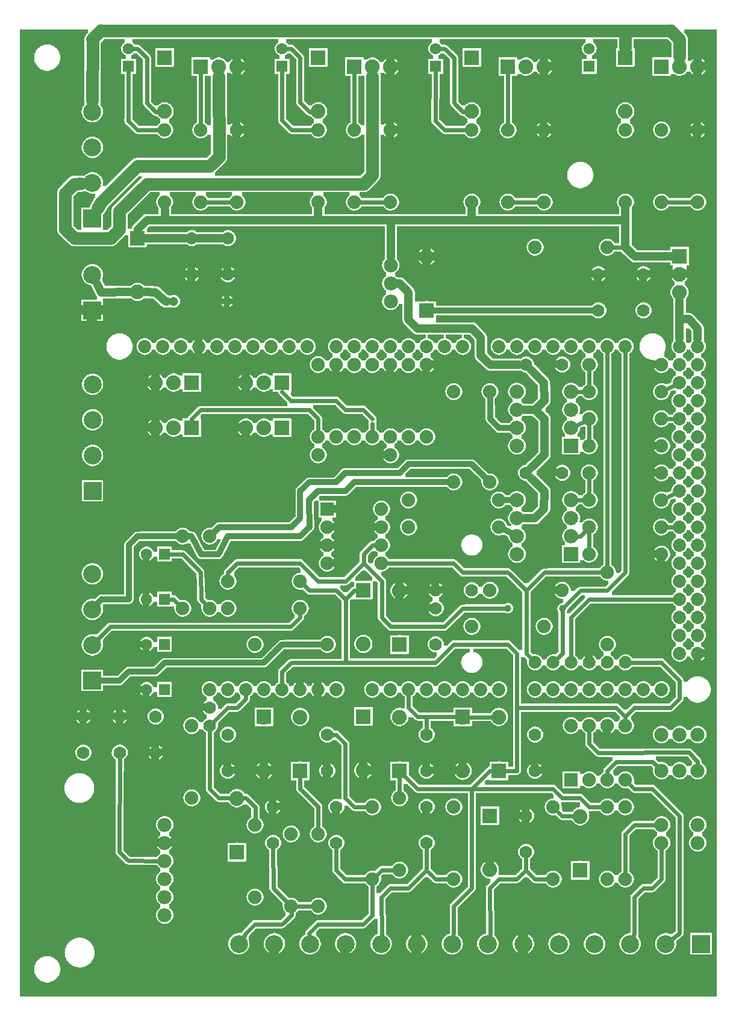
<source format=gtl>
G04 MADE WITH FRITZING*
G04 WWW.FRITZING.ORG*
G04 DOUBLE SIDED*
G04 HOLES PLATED*
G04 CONTOUR ON CENTER OF CONTOUR VECTOR*
%ASAXBY*%
%FSLAX23Y23*%
%MOIN*%
%OFA0B0*%
%SFA1.0B1.0*%
%ADD10C,0.075000*%
%ADD11C,0.070000*%
%ADD12C,0.039370*%
%ADD13C,0.082000*%
%ADD14C,0.072917*%
%ADD15C,0.078000*%
%ADD16C,0.051496*%
%ADD17C,0.079370*%
%ADD18C,0.062992*%
%ADD19C,0.099055*%
%ADD20R,0.075000X0.075000*%
%ADD21R,0.082000X0.082000*%
%ADD22R,0.079370X0.079370*%
%ADD23R,0.062992X0.062992*%
%ADD24R,0.099055X0.099055*%
%ADD25C,0.024000*%
%ADD26C,0.048000*%
%ADD27C,0.032000*%
%ADD28R,0.001000X0.001000*%
%LNCOPPER1*%
G90*
G70*
G54D10*
X1357Y4447D03*
X1764Y3256D03*
X2931Y2267D03*
X1934Y2191D03*
X287Y5329D03*
G54D11*
X2892Y1891D03*
X2992Y1891D03*
X3092Y1891D03*
X3192Y1891D03*
X3292Y1891D03*
X3392Y1891D03*
G54D10*
X1742Y2741D03*
X2042Y2741D03*
X1742Y2641D03*
X2042Y2641D03*
X1742Y2541D03*
X2042Y2541D03*
X1742Y2441D03*
X2042Y2441D03*
G54D12*
X3044Y2190D03*
X2742Y2191D03*
G54D10*
X3292Y1991D03*
X3292Y2391D03*
X1592Y2341D03*
X1192Y2341D03*
G54D13*
X992Y3441D03*
X892Y3441D03*
X792Y3441D03*
X1492Y3441D03*
X1392Y3441D03*
X1292Y3441D03*
X1492Y3191D03*
X1392Y3191D03*
X1292Y3191D03*
X992Y3191D03*
X892Y3191D03*
X792Y3191D03*
G54D11*
X1092Y1641D03*
X1092Y1541D03*
G54D10*
X1342Y591D03*
X1342Y991D03*
G54D14*
X2992Y1741D03*
X1392Y1741D03*
X3092Y1741D03*
X3192Y1741D03*
X3292Y1741D03*
X3392Y1741D03*
X3692Y3141D03*
X3492Y1741D03*
X3592Y1741D03*
X1432Y3641D03*
X1992Y1741D03*
X2092Y1741D03*
X2192Y1741D03*
X2292Y1741D03*
X3692Y2341D03*
X2392Y1741D03*
X2492Y1741D03*
X2592Y1741D03*
X2692Y1741D03*
X2192Y3641D03*
X3692Y3541D03*
X3692Y2741D03*
X3692Y1941D03*
X1032Y3641D03*
X1792Y1741D03*
X1792Y3641D03*
X3692Y3341D03*
X3692Y2941D03*
X3692Y2541D03*
X3392Y3641D03*
X3692Y2141D03*
X3292Y3641D03*
X3192Y3641D03*
X3092Y3641D03*
X2992Y3641D03*
X2892Y3641D03*
X2792Y3641D03*
X2692Y3641D03*
X832Y3641D03*
X1232Y3641D03*
X1632Y3641D03*
X1192Y1741D03*
X1592Y1741D03*
X2392Y3641D03*
X1992Y3641D03*
X3692Y3641D03*
X3692Y3441D03*
X3692Y3241D03*
X3692Y3041D03*
X3692Y2841D03*
X3692Y2641D03*
X3692Y2441D03*
X3692Y2241D03*
X3692Y2041D03*
X732Y3641D03*
X932Y3641D03*
X1132Y3641D03*
X1332Y3641D03*
X1532Y3641D03*
X1092Y1741D03*
X1292Y1741D03*
X1492Y1741D03*
X1692Y1741D03*
X2492Y3641D03*
X2292Y3641D03*
X2092Y3641D03*
X1892Y3641D03*
X3792Y3641D03*
X3792Y3541D03*
X3792Y3441D03*
X3792Y3341D03*
X3792Y3241D03*
X3792Y3141D03*
X3792Y3041D03*
X3792Y2941D03*
X3792Y2841D03*
X3792Y2741D03*
X3792Y2641D03*
X3792Y2541D03*
X3792Y2441D03*
X3792Y2341D03*
X3792Y2241D03*
X3792Y2141D03*
X3792Y2041D03*
X3792Y1941D03*
X2892Y1741D03*
G54D13*
X2292Y3841D03*
X2292Y4139D03*
G54D10*
X992Y1141D03*
X992Y1541D03*
G54D15*
X842Y991D03*
X842Y891D03*
X842Y791D03*
X842Y691D03*
X842Y591D03*
X842Y491D03*
G54D10*
X3092Y1241D03*
X3092Y1541D03*
X3192Y1241D03*
X3192Y1541D03*
X3292Y1241D03*
X3292Y1541D03*
X3392Y1241D03*
X3392Y1541D03*
G54D15*
X3592Y1291D03*
X3692Y1291D03*
X3792Y1291D03*
X3792Y1491D03*
X3692Y1491D03*
X3592Y1491D03*
X2093Y3891D03*
X2093Y3991D03*
X2093Y4091D03*
G54D10*
X3292Y1091D03*
X3292Y691D03*
X3392Y1091D03*
X3392Y691D03*
G54D15*
X3592Y991D03*
X3592Y891D03*
X3792Y991D03*
X3792Y891D03*
G54D10*
X3592Y2491D03*
X3192Y2491D03*
X2292Y3541D03*
X2292Y3141D03*
X1792Y3541D03*
X1792Y3141D03*
X3592Y3091D03*
X3192Y3091D03*
X3592Y2941D03*
X3192Y2941D03*
X2092Y3541D03*
X2092Y3141D03*
X2092Y3041D03*
X1692Y3041D03*
X3592Y3541D03*
X3192Y3541D03*
G54D13*
X3692Y4141D03*
X3692Y4041D03*
X3692Y3941D03*
G54D11*
X1192Y4041D03*
X1192Y4241D03*
X3492Y4041D03*
X3492Y3841D03*
X992Y4041D03*
X992Y4241D03*
X3242Y4041D03*
X3242Y3841D03*
G54D13*
X692Y4241D03*
X692Y3943D03*
G54D16*
X892Y3891D03*
X1187Y3891D03*
X892Y3891D03*
X1187Y3891D03*
G54D17*
X3092Y2491D03*
X2792Y2491D03*
X3092Y2591D03*
X2792Y2591D03*
X3092Y2691D03*
X2792Y2691D03*
X3092Y2791D03*
X2792Y2791D03*
X3092Y3091D03*
X2792Y3091D03*
X3092Y3191D03*
X2792Y3191D03*
X3092Y3291D03*
X2792Y3291D03*
X3092Y3391D03*
X2792Y3391D03*
G54D10*
X3592Y2641D03*
X3192Y2641D03*
X2192Y3541D03*
X2192Y3141D03*
X1892Y3541D03*
X1892Y3141D03*
X3592Y3241D03*
X3192Y3241D03*
X3592Y2791D03*
X3192Y2791D03*
X1992Y3541D03*
X1992Y3141D03*
X1692Y3541D03*
X1692Y3141D03*
X3592Y3391D03*
X3192Y3391D03*
G54D11*
X3042Y2941D03*
X2842Y2941D03*
X3042Y3541D03*
X2842Y3541D03*
G54D10*
X2192Y2641D03*
X2692Y2641D03*
X2642Y2891D03*
X2642Y3391D03*
X2692Y2791D03*
X2192Y2791D03*
X2442Y3391D03*
X2442Y2891D03*
X1192Y2191D03*
X1592Y2191D03*
X1092Y2191D03*
X1092Y2591D03*
X1342Y1991D03*
X1742Y1991D03*
X942Y2191D03*
X942Y2591D03*
G54D18*
X841Y1991D03*
X742Y1991D03*
X841Y2491D03*
X742Y2491D03*
X841Y1741D03*
X742Y1741D03*
X841Y2241D03*
X742Y2241D03*
G54D10*
X2642Y2291D03*
X3042Y2291D03*
X2142Y1141D03*
X2142Y741D03*
X1692Y941D03*
X1692Y541D03*
G54D11*
X1742Y1291D03*
X1742Y1491D03*
X1792Y1091D03*
X1792Y891D03*
X1192Y1291D03*
X1192Y1491D03*
X1442Y1091D03*
X1442Y891D03*
G54D10*
X1992Y691D03*
X1992Y1091D03*
X1542Y541D03*
X1542Y941D03*
G54D13*
X2142Y1291D03*
X2142Y1589D03*
X1392Y1589D03*
X1392Y1291D03*
X1592Y1291D03*
X1592Y1589D03*
X1242Y841D03*
X1242Y1139D03*
X2142Y1991D03*
X2142Y2289D03*
X1942Y1591D03*
X1942Y1293D03*
G54D19*
X443Y2841D03*
X443Y3038D03*
X443Y3235D03*
X443Y3432D03*
X3812Y332D03*
X3615Y332D03*
X3418Y332D03*
X3221Y332D03*
X3024Y332D03*
X2827Y332D03*
X2631Y332D03*
X2434Y332D03*
X2237Y332D03*
X2040Y332D03*
X1843Y332D03*
X1646Y332D03*
X1449Y332D03*
X1253Y332D03*
G54D11*
X2892Y1291D03*
X2892Y1491D03*
X792Y1591D03*
X792Y1391D03*
X2292Y1291D03*
X2292Y1491D03*
X392Y1591D03*
X392Y1391D03*
X593Y1591D03*
X593Y1391D03*
X2842Y1041D03*
X2842Y841D03*
X2292Y1091D03*
X2292Y891D03*
G54D10*
X2992Y691D03*
X2992Y1091D03*
X2442Y691D03*
X2442Y1091D03*
G54D13*
X3142Y741D03*
X3142Y1039D03*
X2692Y1291D03*
X2692Y1589D03*
X2642Y1041D03*
X2642Y743D03*
X2492Y1589D03*
X2492Y1291D03*
G54D10*
X3292Y4191D03*
X2892Y4191D03*
G54D11*
X2342Y2291D03*
X2542Y2291D03*
X2342Y2191D03*
X2342Y1991D03*
G54D10*
X2542Y2091D03*
X2942Y2091D03*
G54D13*
X1942Y2291D03*
X1942Y1993D03*
G54D10*
X842Y4441D03*
X842Y4841D03*
X2542Y4441D03*
X2542Y4841D03*
X1692Y4441D03*
X1692Y4841D03*
X3392Y4441D03*
X3392Y4841D03*
G54D18*
X642Y5193D03*
X642Y5291D03*
X2342Y5193D03*
X2342Y5291D03*
X1492Y5193D03*
X1492Y5291D03*
X3192Y5193D03*
X3192Y5291D03*
G54D13*
X842Y5241D03*
X842Y4943D03*
X2542Y5241D03*
X2542Y4943D03*
X1692Y5241D03*
X1692Y4943D03*
X3392Y5241D03*
X3392Y4943D03*
X1042Y5191D03*
X1142Y5191D03*
X1242Y5191D03*
X2742Y5191D03*
X2842Y5191D03*
X2942Y5191D03*
X1892Y5191D03*
X1992Y5191D03*
X2092Y5191D03*
X3592Y5191D03*
X3692Y5191D03*
X3792Y5191D03*
G54D10*
X1042Y4441D03*
X1042Y4841D03*
X2742Y4441D03*
X2742Y4841D03*
X1892Y4441D03*
X1892Y4841D03*
X3592Y4441D03*
X3592Y4841D03*
X1242Y4441D03*
X1242Y4841D03*
X2942Y4441D03*
X2942Y4841D03*
X2092Y4441D03*
X2092Y4841D03*
X3792Y4441D03*
X3792Y4841D03*
G54D19*
X442Y3841D03*
X442Y4038D03*
X442Y1791D03*
X442Y1988D03*
X442Y2185D03*
X442Y2382D03*
X442Y4351D03*
X442Y4548D03*
X442Y4745D03*
X442Y4941D03*
G54D20*
X1742Y2741D03*
G54D21*
X992Y3441D03*
X1492Y3441D03*
X1492Y3191D03*
X992Y3191D03*
X2292Y3840D03*
G54D20*
X3092Y1241D03*
G54D21*
X3692Y4141D03*
X692Y4242D03*
G54D22*
X3092Y2491D03*
X3092Y3091D03*
G54D23*
X841Y1991D03*
X841Y2491D03*
X841Y1741D03*
X841Y2241D03*
G54D21*
X2142Y1290D03*
X1392Y1590D03*
X1592Y1290D03*
X1242Y840D03*
X2142Y1990D03*
X1942Y1592D03*
G54D24*
X443Y2841D03*
X3812Y332D03*
G54D21*
X3142Y740D03*
X2692Y1290D03*
X2642Y1042D03*
X2492Y1590D03*
X1942Y2292D03*
G54D23*
X642Y5193D03*
X2342Y5193D03*
X1492Y5193D03*
X3192Y5193D03*
G54D21*
X842Y5242D03*
X2542Y5242D03*
X1692Y5242D03*
X3392Y5242D03*
X1042Y5191D03*
X2742Y5191D03*
X1892Y5191D03*
X3592Y5191D03*
G54D24*
X442Y3841D03*
X442Y1791D03*
X442Y4351D03*
G54D25*
X2443Y5241D02*
X2444Y4990D01*
D02*
X2340Y4890D02*
X2342Y5166D01*
D02*
X2444Y4990D02*
X2492Y4941D01*
D02*
X2514Y4841D02*
X2392Y4841D01*
D02*
X2392Y4841D02*
X2340Y4890D01*
G54D11*
D02*
X292Y4490D02*
X292Y4290D01*
D02*
X343Y4241D02*
X543Y4241D01*
D02*
X543Y4241D02*
X592Y4290D01*
D02*
X743Y4541D02*
X1943Y4541D01*
D02*
X592Y4390D02*
X743Y4541D01*
D02*
X592Y4290D02*
X592Y4390D01*
D02*
X292Y4290D02*
X343Y4241D01*
D02*
X341Y4541D02*
X292Y4490D01*
D02*
X1943Y4541D02*
X1992Y4590D01*
G54D25*
D02*
X1492Y4893D02*
X1492Y5166D01*
G54D11*
D02*
X379Y4544D02*
X341Y4541D01*
D02*
X1992Y4590D02*
X1992Y5137D01*
G54D25*
D02*
X1892Y4870D02*
X1892Y5159D01*
D02*
X1543Y4841D02*
X1492Y4893D01*
D02*
X2492Y4941D02*
X2510Y4942D01*
D02*
X2369Y5291D02*
X2392Y5290D01*
D02*
X2392Y5290D02*
X2443Y5241D01*
D02*
X1592Y5241D02*
X1592Y4993D01*
D02*
X1592Y4993D02*
X1643Y4941D01*
D02*
X1664Y4841D02*
X1543Y4841D01*
D02*
X1543Y5290D02*
X1592Y5241D01*
D02*
X1519Y5291D02*
X1543Y5290D01*
D02*
X1643Y4941D02*
X1660Y4942D01*
G54D11*
D02*
X1092Y4641D02*
X1143Y4690D01*
D02*
X792Y4641D02*
X1092Y4641D01*
D02*
X492Y4441D02*
X692Y4641D01*
D02*
X692Y4641D02*
X792Y4641D01*
D02*
X472Y4406D02*
X492Y4441D01*
G54D25*
D02*
X743Y5241D02*
X743Y4990D01*
D02*
X743Y4990D02*
X792Y4941D01*
D02*
X1042Y5159D02*
X1042Y4870D01*
G54D11*
D02*
X1143Y4690D02*
X1142Y5137D01*
G54D25*
D02*
X2742Y4870D02*
X2742Y5159D01*
D02*
X692Y5290D02*
X743Y5241D01*
D02*
X669Y5291D02*
X692Y5290D01*
D02*
X792Y4941D02*
X810Y4942D01*
D02*
X641Y4890D02*
X642Y5166D01*
D02*
X814Y4841D02*
X692Y4841D01*
D02*
X692Y4841D02*
X641Y4890D01*
D02*
X2944Y2390D02*
X2843Y2290D01*
D02*
X3418Y1891D02*
X3592Y1891D01*
D02*
X3092Y2141D02*
X3192Y2241D01*
D02*
X3192Y2241D02*
X3662Y2241D01*
D02*
X3092Y1918D02*
X3092Y2141D01*
D02*
X3044Y1941D02*
X3011Y1910D01*
D02*
X3044Y2171D02*
X3044Y1941D01*
D02*
X3144Y2290D02*
X3057Y2203D01*
D02*
X3292Y2290D02*
X3144Y2290D01*
D02*
X3392Y3611D02*
X3392Y2390D01*
D02*
X3392Y2390D02*
X3292Y2290D01*
D02*
X2844Y1941D02*
X2874Y1910D01*
D02*
X2843Y2290D02*
X2844Y1941D01*
D02*
X3264Y2391D02*
X2944Y2390D01*
D02*
X3292Y2441D02*
X3292Y2420D01*
D02*
X3292Y3611D02*
X3292Y2441D01*
D02*
X2741Y2390D02*
X2843Y2290D01*
D02*
X1943Y2490D02*
X1992Y2541D01*
D02*
X2044Y2341D02*
X1944Y2441D01*
D02*
X1992Y2541D02*
X2014Y2541D01*
D02*
X1944Y2441D02*
X1943Y2490D01*
D02*
X2492Y2190D02*
X2392Y2090D01*
D02*
X2392Y2090D02*
X2092Y2090D01*
D02*
X2092Y2090D02*
X2043Y2141D01*
D02*
X2043Y2141D02*
X2044Y2341D01*
D02*
X2723Y2191D02*
X2492Y2190D01*
D02*
X2492Y2390D02*
X2741Y2390D01*
D02*
X2440Y2441D02*
X2492Y2390D01*
D02*
X2071Y2441D02*
X2440Y2441D01*
D02*
X3442Y1641D02*
X3392Y1591D01*
D02*
X3642Y1641D02*
X3442Y1641D01*
D02*
X3692Y1691D02*
X3642Y1641D01*
D02*
X3692Y1791D02*
X3692Y1691D01*
D02*
X3592Y1891D02*
X3692Y1791D01*
D02*
X1844Y2341D02*
X1944Y2441D01*
D02*
X1692Y2341D02*
X1844Y2341D01*
D02*
X1592Y2441D02*
X1692Y2341D01*
D02*
X1244Y2441D02*
X1592Y2441D01*
D02*
X1192Y2370D02*
X1192Y2390D01*
D02*
X1192Y2390D02*
X1244Y2441D01*
D02*
X1644Y2290D02*
X1612Y2321D01*
D02*
X1792Y2290D02*
X1644Y2290D01*
D02*
X1844Y2241D02*
X1792Y2290D01*
D02*
X3042Y1041D02*
X3110Y1040D01*
D02*
X3012Y1071D02*
X3042Y1041D01*
D02*
X3192Y1441D02*
X3192Y1513D01*
D02*
X3242Y1391D02*
X3192Y1441D01*
D02*
X3792Y1341D02*
X3744Y1393D01*
D02*
X3744Y1393D02*
X3242Y1391D01*
D02*
X3792Y1322D02*
X3792Y1341D01*
D02*
X3342Y1641D02*
X3392Y1591D01*
D02*
X3392Y1591D02*
X3392Y1570D01*
D02*
X2792Y1641D02*
X3342Y1641D01*
D02*
X1644Y3290D02*
X1692Y3241D01*
D02*
X1040Y3290D02*
X1644Y3290D01*
D02*
X992Y3241D02*
X1040Y3290D01*
D02*
X1692Y3241D02*
X1692Y3170D01*
D02*
X992Y3224D02*
X992Y3241D01*
D02*
X1492Y3391D02*
X1542Y3341D01*
D02*
X1542Y3341D02*
X1792Y3341D01*
D02*
X1792Y3341D02*
X1842Y3291D01*
D02*
X1842Y3291D02*
X1942Y3291D01*
D02*
X1492Y3441D02*
X1492Y3424D01*
D02*
X1992Y3213D02*
X1992Y3141D01*
D02*
X1942Y3291D02*
X1992Y3241D01*
G54D26*
D02*
X2941Y2741D02*
X2943Y2841D01*
D02*
X2892Y2691D02*
X2941Y2741D01*
D02*
X2944Y3341D02*
X2940Y3441D01*
D02*
X2940Y3441D02*
X2868Y3515D01*
D02*
X2892Y3290D02*
X2944Y3341D01*
D02*
X2943Y2841D02*
X2869Y2915D01*
D02*
X2834Y2691D02*
X2892Y2691D01*
G54D27*
D02*
X2330Y3841D02*
X3210Y3841D01*
G54D25*
D02*
X1540Y2090D02*
X1592Y2141D01*
D02*
X1592Y2141D02*
X1592Y2163D01*
D02*
X470Y2017D02*
X540Y2090D01*
D02*
X540Y2090D02*
X1540Y2090D01*
D02*
X3392Y4190D02*
X3321Y4191D01*
D02*
X1092Y1190D02*
X1140Y1141D01*
D02*
X1092Y1515D02*
X1092Y1190D01*
D02*
X1140Y1141D02*
X1210Y1140D01*
D02*
X1344Y1090D02*
X1292Y1141D01*
D02*
X1343Y1020D02*
X1344Y1090D01*
D02*
X1292Y1141D02*
X1274Y1141D01*
D02*
X1292Y390D02*
X1276Y366D01*
D02*
X1340Y441D02*
X1292Y390D01*
D02*
X1492Y441D02*
X1340Y441D01*
D02*
X1544Y490D02*
X1492Y441D01*
D02*
X1543Y513D02*
X1544Y490D01*
D02*
X1244Y1641D02*
X1192Y1641D01*
D02*
X1192Y1641D02*
X1111Y1560D01*
D02*
X1292Y1711D02*
X1292Y1690D01*
D02*
X1292Y1690D02*
X1244Y1641D01*
D02*
X2492Y591D02*
X2442Y541D01*
D02*
X2542Y691D02*
X2542Y641D01*
D02*
X2542Y1191D02*
X2542Y691D01*
G54D27*
D02*
X2756Y2791D02*
X2726Y2791D01*
G54D25*
D02*
X2992Y1191D02*
X2542Y1191D01*
D02*
X3042Y1141D02*
X2992Y1191D01*
D02*
X3142Y1141D02*
X3042Y1141D01*
D02*
X3192Y1091D02*
X3142Y1141D01*
D02*
X2542Y1191D02*
X2242Y1191D01*
D02*
X2660Y1291D02*
X2642Y1291D01*
D02*
X2592Y1241D02*
X2542Y1191D01*
D02*
X2642Y1291D02*
X2592Y1241D01*
D02*
X2442Y391D02*
X2439Y373D01*
G54D27*
D02*
X644Y2541D02*
X692Y2590D01*
D02*
X644Y2241D02*
X644Y2541D01*
D02*
X492Y2241D02*
X644Y2241D01*
G54D25*
D02*
X3264Y1091D02*
X3192Y1091D01*
D02*
X2192Y1241D02*
X2165Y1269D01*
D02*
X2242Y1191D02*
X2192Y1241D01*
D02*
X1592Y1191D02*
X1592Y1259D01*
G54D27*
D02*
X692Y2590D02*
X908Y2591D01*
D02*
X2644Y3241D02*
X2692Y3190D01*
D02*
X2692Y3190D02*
X2756Y3191D01*
D02*
X2643Y3357D02*
X2644Y3241D01*
D02*
X473Y2220D02*
X492Y2241D01*
G54D25*
D02*
X1692Y1093D02*
X1592Y1191D01*
D02*
X1692Y970D02*
X1692Y1093D01*
D02*
X640Y793D02*
X592Y841D01*
D02*
X812Y792D02*
X640Y793D01*
D02*
X3542Y1341D02*
X3571Y1313D01*
D02*
X3342Y1341D02*
X3542Y1341D01*
D02*
X3292Y1291D02*
X3342Y1341D01*
D02*
X3292Y1270D02*
X3292Y1291D01*
D02*
X3492Y1191D02*
X3542Y1191D01*
D02*
X3542Y1191D02*
X3642Y1091D01*
D02*
X3692Y391D02*
X3647Y357D01*
D02*
X3442Y1191D02*
X3492Y1191D01*
D02*
X3412Y1221D02*
X3442Y1191D01*
D02*
X3642Y1091D02*
X3692Y1041D01*
D02*
X3692Y1041D02*
X3692Y391D01*
D02*
X3592Y691D02*
X3592Y861D01*
D02*
X3492Y641D02*
X3542Y641D01*
D02*
X3542Y641D02*
X3592Y691D01*
D02*
X3392Y941D02*
X3392Y720D01*
D02*
X3442Y991D02*
X3392Y941D01*
D02*
X3562Y991D02*
X3442Y991D01*
D02*
X3442Y591D02*
X3492Y641D01*
D02*
X3442Y391D02*
X3442Y591D01*
D02*
X3433Y370D02*
X3442Y391D01*
G54D26*
D02*
X2540Y4341D02*
X3392Y4341D01*
D02*
X2093Y4341D02*
X2540Y4341D01*
D02*
X3392Y4341D02*
X3392Y4402D01*
D02*
X844Y4341D02*
X843Y4402D01*
D02*
X2540Y4341D02*
X2541Y4402D01*
D02*
X844Y4341D02*
X1692Y4341D01*
D02*
X3444Y4141D02*
X3649Y4141D01*
D02*
X3392Y4190D02*
X3444Y4141D01*
D02*
X3392Y4341D02*
X3392Y4190D01*
D02*
X1692Y4341D02*
X1692Y4402D01*
D02*
X1692Y4341D02*
X2093Y4341D01*
D02*
X693Y4291D02*
X693Y4285D01*
D02*
X743Y4341D02*
X844Y4341D01*
D02*
X693Y4291D02*
X743Y4341D01*
D02*
X2192Y3941D02*
X2144Y3990D01*
D02*
X2192Y3790D02*
X2192Y3941D01*
D02*
X2240Y3741D02*
X2192Y3790D01*
D02*
X2144Y3990D02*
X2134Y3990D01*
D02*
X2544Y3741D02*
X2240Y3741D01*
D02*
X2592Y3690D02*
X2544Y3741D01*
D02*
X2592Y3590D02*
X2592Y3690D01*
D02*
X2644Y3541D02*
X2592Y3590D01*
D02*
X2093Y4341D02*
X2093Y4133D01*
G54D25*
D02*
X1992Y490D02*
X1940Y441D01*
D02*
X1692Y441D02*
X1642Y391D01*
D02*
X1992Y663D02*
X1992Y490D01*
G54D26*
D02*
X843Y3893D02*
X792Y3941D01*
D02*
X792Y3941D02*
X735Y3943D01*
D02*
X854Y3892D02*
X843Y3893D01*
G54D25*
D02*
X2044Y390D02*
X2043Y373D01*
D02*
X2092Y641D02*
X2042Y591D01*
D02*
X3192Y2941D02*
X3192Y2820D01*
D02*
X3192Y3541D02*
X3192Y3420D01*
D02*
X2644Y390D02*
X2640Y372D01*
D02*
X2642Y641D02*
X2644Y390D01*
D02*
X2842Y741D02*
X2792Y691D01*
D02*
X3192Y2613D02*
X3192Y2520D01*
D02*
X3192Y3213D02*
X3192Y3120D01*
G54D27*
D02*
X2760Y2608D02*
X2723Y2626D01*
D02*
X592Y1790D02*
X488Y1791D01*
D02*
X644Y1841D02*
X592Y1790D01*
D02*
X792Y1841D02*
X644Y1841D01*
D02*
X1492Y1990D02*
X1392Y1890D01*
D02*
X1392Y1890D02*
X844Y1890D01*
D02*
X844Y1890D02*
X792Y1841D01*
D02*
X1708Y1991D02*
X1492Y1990D01*
G54D26*
D02*
X2944Y3041D02*
X2869Y2968D01*
D02*
X2944Y3241D02*
X2944Y3041D01*
D02*
X2892Y3290D02*
X2944Y3241D01*
G54D25*
D02*
X1892Y2290D02*
X1910Y2290D01*
D02*
X1844Y2241D02*
X1892Y2290D01*
D02*
X1844Y1890D02*
X1844Y2241D01*
D02*
X3665Y2828D02*
X3618Y2804D01*
D02*
X3662Y2641D02*
X3621Y2641D01*
D02*
X3143Y2590D02*
X3172Y2621D01*
D02*
X3123Y2591D02*
X3143Y2590D01*
D02*
X3123Y2791D02*
X3164Y2791D01*
G54D26*
D02*
X1155Y4241D02*
X1029Y4241D01*
D02*
X3792Y3741D02*
X3792Y3683D01*
D02*
X3743Y3793D02*
X3792Y3741D01*
D02*
X3692Y3791D02*
X3743Y3793D01*
D02*
X3692Y3791D02*
X3692Y3898D01*
D02*
X3692Y3683D02*
X3692Y3791D01*
D02*
X955Y4241D02*
X735Y4241D01*
G54D25*
D02*
X3120Y3205D02*
X3167Y3229D01*
D02*
X3621Y3241D02*
X3662Y3241D01*
D02*
X3123Y3391D02*
X3164Y3391D01*
D02*
X3618Y3404D02*
X3665Y3428D01*
G54D27*
D02*
X1892Y2890D02*
X2408Y2891D01*
D02*
X1592Y2590D02*
X1644Y2641D01*
D02*
X1844Y2841D02*
X1892Y2890D01*
D02*
X1640Y2790D02*
X1692Y2841D01*
D02*
X1644Y2641D02*
X1640Y2790D01*
D02*
X992Y2590D02*
X1044Y2490D01*
D02*
X1192Y2590D02*
X1592Y2590D01*
D02*
X1140Y2490D02*
X1192Y2590D01*
D02*
X1044Y2490D02*
X1140Y2490D01*
D02*
X1692Y2841D02*
X1844Y2841D01*
D02*
X976Y2590D02*
X992Y2590D01*
D02*
X2540Y2990D02*
X2618Y2915D01*
D02*
X1144Y2641D02*
X1544Y2641D01*
D02*
X1544Y2641D02*
X1592Y2690D01*
D02*
X1592Y2690D02*
X1592Y2841D01*
D02*
X1592Y2841D02*
X1644Y2890D01*
D02*
X1644Y2890D02*
X1792Y2890D01*
D02*
X1792Y2890D02*
X1840Y2941D01*
D02*
X1840Y2941D02*
X2144Y2941D01*
D02*
X2144Y2941D02*
X2192Y2990D01*
D02*
X1117Y2615D02*
X1144Y2641D01*
G54D25*
D02*
X892Y2241D02*
X922Y2212D01*
D02*
X867Y2241D02*
X892Y2241D01*
D02*
X1040Y2390D02*
X1044Y2241D01*
D02*
X1044Y2241D02*
X1072Y2212D01*
D02*
X944Y2490D02*
X1040Y2390D01*
D02*
X867Y2491D02*
X944Y2490D01*
G54D26*
D02*
X2644Y3541D02*
X2805Y3541D01*
D02*
X2834Y3291D02*
X2892Y3290D01*
D02*
X492Y3941D02*
X649Y3943D01*
D02*
X466Y3992D02*
X492Y3941D01*
G54D25*
D02*
X1214Y4441D02*
X1071Y4441D01*
D02*
X2064Y4441D02*
X1921Y4441D01*
D02*
X2914Y4441D02*
X2771Y4441D01*
D02*
X2964Y691D02*
X2892Y691D01*
D02*
X2842Y741D02*
X2842Y815D01*
G54D11*
D02*
X3392Y5390D02*
X3392Y5296D01*
D02*
X3392Y5390D02*
X3643Y5390D01*
D02*
X492Y5390D02*
X3392Y5390D01*
D02*
X3692Y5341D02*
X3692Y5246D01*
D02*
X442Y5004D02*
X443Y5341D01*
G54D25*
D02*
X1792Y1491D02*
X1842Y1441D01*
D02*
X1892Y1091D02*
X1964Y1091D01*
D02*
X1768Y1491D02*
X1792Y1491D01*
D02*
X3621Y4441D02*
X3764Y4441D01*
D02*
X1840Y690D02*
X1964Y691D01*
D02*
X1792Y741D02*
X1840Y690D01*
D02*
X1792Y841D02*
X1792Y741D01*
D02*
X1792Y865D02*
X1792Y841D01*
D02*
X2013Y711D02*
X2044Y741D01*
D02*
X2142Y1259D02*
X2142Y1170D01*
D02*
X2292Y741D02*
X2342Y691D01*
D02*
X2292Y865D02*
X2292Y741D01*
D02*
X2292Y1591D02*
X2292Y1518D01*
D02*
X2242Y1591D02*
X2292Y1591D01*
D02*
X2192Y1641D02*
X2242Y1591D01*
D02*
X2192Y1711D02*
X2192Y1641D01*
D02*
X2292Y1591D02*
X2460Y1590D01*
D02*
X2660Y1589D02*
X2524Y1589D01*
D02*
X1442Y865D02*
X1444Y641D01*
D02*
X1571Y541D02*
X1664Y541D01*
D02*
X2342Y1891D02*
X2442Y1991D01*
D02*
X2442Y1991D02*
X2742Y1991D01*
D02*
X1844Y1890D02*
X2342Y1891D01*
D02*
X1544Y1890D02*
X1844Y1890D01*
D02*
X1492Y1841D02*
X1544Y1890D01*
D02*
X2792Y1291D02*
X2724Y1291D01*
D02*
X2792Y1641D02*
X2792Y1291D01*
D02*
X2792Y1941D02*
X2792Y1641D01*
D02*
X2742Y1991D02*
X2792Y1941D01*
D02*
X1492Y1772D02*
X1492Y1841D01*
D02*
X2192Y641D02*
X2092Y641D01*
D02*
X2292Y741D02*
X2192Y641D01*
D02*
X2044Y741D02*
X2114Y741D01*
D02*
X2892Y691D02*
X2842Y741D01*
D02*
X2792Y691D02*
X2692Y691D01*
D02*
X2692Y691D02*
X2642Y641D01*
D02*
X1444Y641D02*
X1522Y562D01*
D02*
X592Y841D02*
X593Y1365D01*
D02*
X2442Y541D02*
X2442Y391D01*
D02*
X2542Y641D02*
X2492Y591D01*
G54D27*
D02*
X2192Y2990D02*
X2540Y2990D01*
G54D25*
D02*
X1842Y1441D02*
X1842Y1141D01*
D02*
X1842Y1141D02*
X1892Y1091D01*
D02*
X1642Y391D02*
X1643Y373D01*
D02*
X1940Y441D02*
X1692Y441D01*
D02*
X2042Y591D02*
X2044Y390D01*
D02*
X2342Y691D02*
X2414Y691D01*
G36*
X668Y5263D02*
X668Y5261D01*
X666Y5261D01*
X666Y5259D01*
X664Y5259D01*
X664Y5257D01*
X660Y5257D01*
X660Y5255D01*
X658Y5255D01*
X658Y5235D01*
X684Y5235D01*
X684Y5153D01*
X682Y5153D01*
X682Y5151D01*
X664Y5151D01*
X664Y4899D01*
X666Y4899D01*
X666Y4897D01*
X668Y4897D01*
X668Y4895D01*
X670Y4895D01*
X670Y4893D01*
X672Y4893D01*
X672Y4891D01*
X674Y4891D01*
X674Y4889D01*
X676Y4889D01*
X676Y4887D01*
X678Y4887D01*
X678Y4885D01*
X680Y4885D01*
X680Y4883D01*
X682Y4883D01*
X682Y4881D01*
X684Y4881D01*
X684Y4879D01*
X686Y4879D01*
X686Y4877D01*
X688Y4877D01*
X688Y4875D01*
X690Y4875D01*
X690Y4873D01*
X692Y4873D01*
X692Y4871D01*
X694Y4871D01*
X694Y4869D01*
X696Y4869D01*
X696Y4867D01*
X698Y4867D01*
X698Y4865D01*
X700Y4865D01*
X700Y4863D01*
X802Y4863D01*
X802Y4867D01*
X804Y4867D01*
X804Y4869D01*
X806Y4869D01*
X806Y4871D01*
X808Y4871D01*
X808Y4873D01*
X810Y4873D01*
X810Y4875D01*
X812Y4875D01*
X812Y4877D01*
X814Y4877D01*
X814Y4879D01*
X816Y4879D01*
X816Y4881D01*
X818Y4881D01*
X818Y4901D01*
X816Y4901D01*
X816Y4903D01*
X812Y4903D01*
X812Y4905D01*
X810Y4905D01*
X810Y4907D01*
X808Y4907D01*
X808Y4909D01*
X806Y4909D01*
X806Y4911D01*
X804Y4911D01*
X804Y4913D01*
X802Y4913D01*
X802Y4915D01*
X800Y4915D01*
X800Y4919D01*
X790Y4919D01*
X790Y4921D01*
X782Y4921D01*
X782Y4923D01*
X780Y4923D01*
X780Y4925D01*
X776Y4925D01*
X776Y4927D01*
X774Y4927D01*
X774Y4929D01*
X772Y4929D01*
X772Y4931D01*
X770Y4931D01*
X770Y4933D01*
X768Y4933D01*
X768Y4935D01*
X766Y4935D01*
X766Y4937D01*
X764Y4937D01*
X764Y4939D01*
X762Y4939D01*
X762Y4941D01*
X760Y4941D01*
X760Y4943D01*
X758Y4943D01*
X758Y4945D01*
X756Y4945D01*
X756Y4947D01*
X754Y4947D01*
X754Y4949D01*
X752Y4949D01*
X752Y4951D01*
X750Y4951D01*
X750Y4953D01*
X748Y4953D01*
X748Y4955D01*
X746Y4955D01*
X746Y4957D01*
X744Y4957D01*
X744Y4959D01*
X742Y4959D01*
X742Y4961D01*
X740Y4961D01*
X740Y4963D01*
X738Y4963D01*
X738Y4965D01*
X736Y4965D01*
X736Y4967D01*
X734Y4967D01*
X734Y4969D01*
X732Y4969D01*
X732Y4971D01*
X730Y4971D01*
X730Y4973D01*
X728Y4973D01*
X728Y4975D01*
X726Y4975D01*
X726Y4979D01*
X724Y4979D01*
X724Y4983D01*
X722Y4983D01*
X722Y5233D01*
X720Y5233D01*
X720Y5235D01*
X718Y5235D01*
X718Y5237D01*
X716Y5237D01*
X716Y5239D01*
X714Y5239D01*
X714Y5241D01*
X712Y5241D01*
X712Y5243D01*
X710Y5243D01*
X710Y5245D01*
X706Y5245D01*
X706Y5247D01*
X704Y5247D01*
X704Y5249D01*
X702Y5249D01*
X702Y5251D01*
X700Y5251D01*
X700Y5253D01*
X698Y5253D01*
X698Y5255D01*
X696Y5255D01*
X696Y5257D01*
X694Y5257D01*
X694Y5259D01*
X692Y5259D01*
X692Y5261D01*
X690Y5261D01*
X690Y5263D01*
X668Y5263D01*
G37*
D02*
G36*
X1518Y5263D02*
X1518Y5261D01*
X1516Y5261D01*
X1516Y5259D01*
X1514Y5259D01*
X1514Y5257D01*
X1510Y5257D01*
X1510Y5255D01*
X1508Y5255D01*
X1508Y5235D01*
X1534Y5235D01*
X1534Y5153D01*
X1532Y5153D01*
X1532Y5151D01*
X1514Y5151D01*
X1514Y4901D01*
X1516Y4901D01*
X1516Y4899D01*
X1518Y4899D01*
X1518Y4897D01*
X1520Y4897D01*
X1520Y4895D01*
X1522Y4895D01*
X1522Y4893D01*
X1524Y4893D01*
X1524Y4891D01*
X1526Y4891D01*
X1526Y4889D01*
X1528Y4889D01*
X1528Y4887D01*
X1530Y4887D01*
X1530Y4885D01*
X1532Y4885D01*
X1532Y4883D01*
X1534Y4883D01*
X1534Y4881D01*
X1536Y4881D01*
X1536Y4879D01*
X1538Y4879D01*
X1538Y4877D01*
X1540Y4877D01*
X1540Y4875D01*
X1542Y4875D01*
X1542Y4873D01*
X1544Y4873D01*
X1544Y4871D01*
X1546Y4871D01*
X1546Y4869D01*
X1548Y4869D01*
X1548Y4867D01*
X1550Y4867D01*
X1550Y4865D01*
X1552Y4865D01*
X1552Y4863D01*
X1652Y4863D01*
X1652Y4867D01*
X1654Y4867D01*
X1654Y4869D01*
X1656Y4869D01*
X1656Y4871D01*
X1658Y4871D01*
X1658Y4873D01*
X1660Y4873D01*
X1660Y4875D01*
X1662Y4875D01*
X1662Y4877D01*
X1664Y4877D01*
X1664Y4879D01*
X1666Y4879D01*
X1666Y4881D01*
X1668Y4881D01*
X1668Y4901D01*
X1666Y4901D01*
X1666Y4903D01*
X1662Y4903D01*
X1662Y4905D01*
X1660Y4905D01*
X1660Y4907D01*
X1658Y4907D01*
X1658Y4909D01*
X1656Y4909D01*
X1656Y4911D01*
X1654Y4911D01*
X1654Y4913D01*
X1652Y4913D01*
X1652Y4915D01*
X1650Y4915D01*
X1650Y4919D01*
X1640Y4919D01*
X1640Y4921D01*
X1634Y4921D01*
X1634Y4923D01*
X1630Y4923D01*
X1630Y4925D01*
X1628Y4925D01*
X1628Y4927D01*
X1626Y4927D01*
X1626Y4929D01*
X1624Y4929D01*
X1624Y4931D01*
X1622Y4931D01*
X1622Y4933D01*
X1620Y4933D01*
X1620Y4935D01*
X1618Y4935D01*
X1618Y4937D01*
X1616Y4937D01*
X1616Y4939D01*
X1614Y4939D01*
X1614Y4941D01*
X1612Y4941D01*
X1612Y4943D01*
X1610Y4943D01*
X1610Y4945D01*
X1608Y4945D01*
X1608Y4947D01*
X1606Y4947D01*
X1606Y4949D01*
X1604Y4949D01*
X1604Y4951D01*
X1602Y4951D01*
X1602Y4953D01*
X1600Y4953D01*
X1600Y4955D01*
X1598Y4955D01*
X1598Y4957D01*
X1596Y4957D01*
X1596Y4959D01*
X1594Y4959D01*
X1594Y4961D01*
X1592Y4961D01*
X1592Y4963D01*
X1590Y4963D01*
X1590Y4965D01*
X1588Y4965D01*
X1588Y4967D01*
X1586Y4967D01*
X1586Y4969D01*
X1584Y4969D01*
X1584Y4971D01*
X1582Y4971D01*
X1582Y4973D01*
X1580Y4973D01*
X1580Y4975D01*
X1578Y4975D01*
X1578Y4977D01*
X1576Y4977D01*
X1576Y4979D01*
X1574Y4979D01*
X1574Y4983D01*
X1572Y4983D01*
X1572Y4987D01*
X1570Y4987D01*
X1570Y5233D01*
X1568Y5233D01*
X1568Y5235D01*
X1566Y5235D01*
X1566Y5237D01*
X1564Y5237D01*
X1564Y5239D01*
X1562Y5239D01*
X1562Y5241D01*
X1560Y5241D01*
X1560Y5243D01*
X1558Y5243D01*
X1558Y5245D01*
X1556Y5245D01*
X1556Y5247D01*
X1554Y5247D01*
X1554Y5249D01*
X1552Y5249D01*
X1552Y5251D01*
X1550Y5251D01*
X1550Y5253D01*
X1548Y5253D01*
X1548Y5255D01*
X1546Y5255D01*
X1546Y5257D01*
X1544Y5257D01*
X1544Y5259D01*
X1542Y5259D01*
X1542Y5261D01*
X1540Y5261D01*
X1540Y5263D01*
X1518Y5263D01*
G37*
D02*
G36*
X2368Y5263D02*
X2368Y5261D01*
X2366Y5261D01*
X2366Y5259D01*
X2364Y5259D01*
X2364Y5257D01*
X2360Y5257D01*
X2360Y5255D01*
X2358Y5255D01*
X2358Y5235D01*
X2384Y5235D01*
X2384Y5153D01*
X2382Y5153D01*
X2382Y5151D01*
X2364Y5151D01*
X2364Y5013D01*
X2362Y5013D01*
X2362Y4899D01*
X2364Y4899D01*
X2364Y4897D01*
X2366Y4897D01*
X2366Y4895D01*
X2368Y4895D01*
X2368Y4893D01*
X2370Y4893D01*
X2370Y4891D01*
X2372Y4891D01*
X2372Y4889D01*
X2374Y4889D01*
X2374Y4887D01*
X2376Y4887D01*
X2376Y4885D01*
X2378Y4885D01*
X2378Y4883D01*
X2382Y4883D01*
X2382Y4881D01*
X2384Y4881D01*
X2384Y4879D01*
X2386Y4879D01*
X2386Y4877D01*
X2388Y4877D01*
X2388Y4875D01*
X2390Y4875D01*
X2390Y4873D01*
X2392Y4873D01*
X2392Y4871D01*
X2394Y4871D01*
X2394Y4869D01*
X2396Y4869D01*
X2396Y4867D01*
X2398Y4867D01*
X2398Y4865D01*
X2400Y4865D01*
X2400Y4863D01*
X2502Y4863D01*
X2502Y4867D01*
X2504Y4867D01*
X2504Y4869D01*
X2506Y4869D01*
X2506Y4871D01*
X2508Y4871D01*
X2508Y4873D01*
X2510Y4873D01*
X2510Y4875D01*
X2512Y4875D01*
X2512Y4877D01*
X2514Y4877D01*
X2514Y4879D01*
X2516Y4879D01*
X2516Y4881D01*
X2518Y4881D01*
X2518Y4901D01*
X2516Y4901D01*
X2516Y4903D01*
X2512Y4903D01*
X2512Y4905D01*
X2510Y4905D01*
X2510Y4907D01*
X2508Y4907D01*
X2508Y4909D01*
X2506Y4909D01*
X2506Y4911D01*
X2504Y4911D01*
X2504Y4913D01*
X2502Y4913D01*
X2502Y4915D01*
X2500Y4915D01*
X2500Y4919D01*
X2490Y4919D01*
X2490Y4921D01*
X2482Y4921D01*
X2482Y4923D01*
X2480Y4923D01*
X2480Y4925D01*
X2476Y4925D01*
X2476Y4927D01*
X2474Y4927D01*
X2474Y4929D01*
X2472Y4929D01*
X2472Y4931D01*
X2470Y4931D01*
X2470Y4933D01*
X2468Y4933D01*
X2468Y4935D01*
X2466Y4935D01*
X2466Y4937D01*
X2464Y4937D01*
X2464Y4939D01*
X2462Y4939D01*
X2462Y4941D01*
X2460Y4941D01*
X2460Y4943D01*
X2458Y4943D01*
X2458Y4945D01*
X2456Y4945D01*
X2456Y4947D01*
X2454Y4947D01*
X2454Y4949D01*
X2452Y4949D01*
X2452Y4951D01*
X2450Y4951D01*
X2450Y4953D01*
X2448Y4953D01*
X2448Y4955D01*
X2446Y4955D01*
X2446Y4957D01*
X2444Y4957D01*
X2444Y4959D01*
X2442Y4959D01*
X2442Y4961D01*
X2440Y4961D01*
X2440Y4963D01*
X2438Y4963D01*
X2438Y4965D01*
X2436Y4965D01*
X2436Y4967D01*
X2434Y4967D01*
X2434Y4969D01*
X2432Y4969D01*
X2432Y4971D01*
X2430Y4971D01*
X2430Y4973D01*
X2428Y4973D01*
X2428Y4977D01*
X2426Y4977D01*
X2426Y4979D01*
X2424Y4979D01*
X2424Y4983D01*
X2422Y4983D01*
X2422Y5233D01*
X2420Y5233D01*
X2420Y5235D01*
X2418Y5235D01*
X2418Y5237D01*
X2416Y5237D01*
X2416Y5239D01*
X2414Y5239D01*
X2414Y5241D01*
X2412Y5241D01*
X2412Y5243D01*
X2410Y5243D01*
X2410Y5245D01*
X2406Y5245D01*
X2406Y5247D01*
X2404Y5247D01*
X2404Y5249D01*
X2402Y5249D01*
X2402Y5251D01*
X2400Y5251D01*
X2400Y5253D01*
X2398Y5253D01*
X2398Y5255D01*
X2396Y5255D01*
X2396Y5257D01*
X2394Y5257D01*
X2394Y5259D01*
X2392Y5259D01*
X2392Y5261D01*
X2390Y5261D01*
X2390Y5263D01*
X2368Y5263D01*
G37*
D02*
G36*
X1064Y5141D02*
X1064Y4881D01*
X1068Y4881D01*
X1068Y4879D01*
X1070Y4879D01*
X1070Y4877D01*
X1072Y4877D01*
X1072Y4875D01*
X1074Y4875D01*
X1074Y4873D01*
X1076Y4873D01*
X1076Y4871D01*
X1078Y4871D01*
X1078Y4869D01*
X1098Y4869D01*
X1098Y5141D01*
X1064Y5141D01*
G37*
D02*
G36*
X1914Y5141D02*
X1914Y4881D01*
X1918Y4881D01*
X1918Y4879D01*
X1920Y4879D01*
X1920Y4877D01*
X1922Y4877D01*
X1922Y4875D01*
X1924Y4875D01*
X1924Y4873D01*
X1926Y4873D01*
X1926Y4871D01*
X1928Y4871D01*
X1928Y4869D01*
X1948Y4869D01*
X1948Y5141D01*
X1914Y5141D01*
G37*
D02*
G36*
X696Y4583D02*
X696Y4581D01*
X694Y4581D01*
X694Y4579D01*
X692Y4579D01*
X692Y4577D01*
X690Y4577D01*
X690Y4575D01*
X688Y4575D01*
X688Y4573D01*
X686Y4573D01*
X686Y4571D01*
X684Y4571D01*
X684Y4569D01*
X682Y4569D01*
X682Y4567D01*
X680Y4567D01*
X680Y4565D01*
X678Y4565D01*
X678Y4563D01*
X676Y4563D01*
X676Y4561D01*
X674Y4561D01*
X674Y4559D01*
X672Y4559D01*
X672Y4557D01*
X670Y4557D01*
X670Y4555D01*
X668Y4555D01*
X668Y4553D01*
X666Y4553D01*
X666Y4551D01*
X664Y4551D01*
X664Y4549D01*
X662Y4549D01*
X662Y4547D01*
X660Y4547D01*
X660Y4545D01*
X658Y4545D01*
X658Y4543D01*
X656Y4543D01*
X656Y4541D01*
X654Y4541D01*
X654Y4539D01*
X652Y4539D01*
X652Y4537D01*
X650Y4537D01*
X650Y4535D01*
X648Y4535D01*
X648Y4533D01*
X646Y4533D01*
X646Y4531D01*
X644Y4531D01*
X644Y4529D01*
X642Y4529D01*
X642Y4527D01*
X640Y4527D01*
X640Y4525D01*
X638Y4525D01*
X638Y4523D01*
X636Y4523D01*
X636Y4521D01*
X634Y4521D01*
X634Y4519D01*
X632Y4519D01*
X632Y4517D01*
X630Y4517D01*
X630Y4515D01*
X628Y4515D01*
X628Y4513D01*
X626Y4513D01*
X626Y4511D01*
X624Y4511D01*
X624Y4509D01*
X622Y4509D01*
X622Y4507D01*
X620Y4507D01*
X620Y4505D01*
X618Y4505D01*
X618Y4503D01*
X616Y4503D01*
X616Y4501D01*
X614Y4501D01*
X614Y4499D01*
X612Y4499D01*
X612Y4497D01*
X610Y4497D01*
X610Y4495D01*
X608Y4495D01*
X608Y4493D01*
X606Y4493D01*
X606Y4491D01*
X604Y4491D01*
X604Y4489D01*
X602Y4489D01*
X602Y4487D01*
X600Y4487D01*
X600Y4485D01*
X598Y4485D01*
X598Y4483D01*
X596Y4483D01*
X596Y4481D01*
X594Y4481D01*
X594Y4479D01*
X592Y4479D01*
X592Y4477D01*
X590Y4477D01*
X590Y4475D01*
X588Y4475D01*
X588Y4473D01*
X586Y4473D01*
X586Y4471D01*
X584Y4471D01*
X584Y4469D01*
X582Y4469D01*
X582Y4467D01*
X580Y4467D01*
X580Y4465D01*
X578Y4465D01*
X578Y4463D01*
X576Y4463D01*
X576Y4461D01*
X574Y4461D01*
X574Y4459D01*
X572Y4459D01*
X572Y4457D01*
X570Y4457D01*
X570Y4455D01*
X568Y4455D01*
X568Y4453D01*
X566Y4453D01*
X566Y4451D01*
X564Y4451D01*
X564Y4449D01*
X562Y4449D01*
X562Y4447D01*
X560Y4447D01*
X560Y4445D01*
X558Y4445D01*
X558Y4443D01*
X556Y4443D01*
X556Y4441D01*
X554Y4441D01*
X554Y4439D01*
X552Y4439D01*
X552Y4437D01*
X550Y4437D01*
X550Y4435D01*
X548Y4435D01*
X548Y4433D01*
X546Y4433D01*
X546Y4431D01*
X544Y4431D01*
X544Y4429D01*
X542Y4429D01*
X542Y4427D01*
X540Y4427D01*
X540Y4425D01*
X538Y4425D01*
X538Y4423D01*
X536Y4423D01*
X536Y4421D01*
X534Y4421D01*
X534Y4419D01*
X532Y4419D01*
X532Y4417D01*
X530Y4417D01*
X530Y4415D01*
X528Y4415D01*
X528Y4411D01*
X526Y4411D01*
X526Y4409D01*
X524Y4409D01*
X524Y4405D01*
X522Y4405D01*
X522Y4401D01*
X520Y4401D01*
X520Y4397D01*
X518Y4397D01*
X518Y4393D01*
X516Y4393D01*
X516Y4391D01*
X514Y4391D01*
X514Y4387D01*
X512Y4387D01*
X512Y4383D01*
X510Y4383D01*
X510Y4381D01*
X508Y4381D01*
X508Y4377D01*
X506Y4377D01*
X506Y4375D01*
X504Y4375D01*
X504Y4373D01*
X502Y4373D01*
X502Y4287D01*
X526Y4287D01*
X526Y4289D01*
X528Y4289D01*
X528Y4291D01*
X530Y4291D01*
X530Y4293D01*
X532Y4293D01*
X532Y4295D01*
X534Y4295D01*
X534Y4297D01*
X536Y4297D01*
X536Y4299D01*
X538Y4299D01*
X538Y4301D01*
X540Y4301D01*
X540Y4303D01*
X542Y4303D01*
X542Y4305D01*
X544Y4305D01*
X544Y4307D01*
X546Y4307D01*
X546Y4309D01*
X548Y4309D01*
X548Y4403D01*
X550Y4403D01*
X550Y4409D01*
X552Y4409D01*
X552Y4413D01*
X554Y4413D01*
X554Y4417D01*
X556Y4417D01*
X556Y4419D01*
X558Y4419D01*
X558Y4421D01*
X560Y4421D01*
X560Y4423D01*
X562Y4423D01*
X562Y4425D01*
X564Y4425D01*
X564Y4427D01*
X566Y4427D01*
X566Y4429D01*
X568Y4429D01*
X568Y4431D01*
X570Y4431D01*
X570Y4433D01*
X572Y4433D01*
X572Y4435D01*
X574Y4435D01*
X574Y4437D01*
X576Y4437D01*
X576Y4439D01*
X578Y4439D01*
X578Y4441D01*
X580Y4441D01*
X580Y4443D01*
X582Y4443D01*
X582Y4445D01*
X584Y4445D01*
X584Y4447D01*
X586Y4447D01*
X586Y4449D01*
X588Y4449D01*
X588Y4451D01*
X590Y4451D01*
X590Y4453D01*
X592Y4453D01*
X592Y4455D01*
X594Y4455D01*
X594Y4457D01*
X596Y4457D01*
X596Y4459D01*
X598Y4459D01*
X598Y4461D01*
X600Y4461D01*
X600Y4463D01*
X602Y4463D01*
X602Y4465D01*
X604Y4465D01*
X604Y4467D01*
X606Y4467D01*
X606Y4469D01*
X608Y4469D01*
X608Y4471D01*
X610Y4471D01*
X610Y4473D01*
X612Y4473D01*
X612Y4475D01*
X614Y4475D01*
X614Y4477D01*
X616Y4477D01*
X616Y4479D01*
X618Y4479D01*
X618Y4481D01*
X620Y4481D01*
X620Y4483D01*
X622Y4483D01*
X622Y4485D01*
X624Y4485D01*
X624Y4487D01*
X626Y4487D01*
X626Y4489D01*
X628Y4489D01*
X628Y4491D01*
X630Y4491D01*
X630Y4493D01*
X632Y4493D01*
X632Y4495D01*
X634Y4495D01*
X634Y4497D01*
X636Y4497D01*
X636Y4499D01*
X638Y4499D01*
X638Y4501D01*
X640Y4501D01*
X640Y4503D01*
X642Y4503D01*
X642Y4505D01*
X644Y4505D01*
X644Y4507D01*
X646Y4507D01*
X646Y4509D01*
X648Y4509D01*
X648Y4511D01*
X650Y4511D01*
X650Y4513D01*
X652Y4513D01*
X652Y4515D01*
X654Y4515D01*
X654Y4517D01*
X656Y4517D01*
X656Y4519D01*
X658Y4519D01*
X658Y4521D01*
X660Y4521D01*
X660Y4523D01*
X662Y4523D01*
X662Y4525D01*
X664Y4525D01*
X664Y4527D01*
X666Y4527D01*
X666Y4529D01*
X668Y4529D01*
X668Y4531D01*
X670Y4531D01*
X670Y4533D01*
X672Y4533D01*
X672Y4535D01*
X674Y4535D01*
X674Y4537D01*
X676Y4537D01*
X676Y4539D01*
X678Y4539D01*
X678Y4541D01*
X680Y4541D01*
X680Y4543D01*
X682Y4543D01*
X682Y4545D01*
X684Y4545D01*
X684Y4547D01*
X686Y4547D01*
X686Y4549D01*
X688Y4549D01*
X688Y4551D01*
X690Y4551D01*
X690Y4553D01*
X692Y4553D01*
X692Y4555D01*
X694Y4555D01*
X694Y4557D01*
X696Y4557D01*
X696Y4559D01*
X698Y4559D01*
X698Y4561D01*
X700Y4561D01*
X700Y4563D01*
X702Y4563D01*
X702Y4565D01*
X704Y4565D01*
X704Y4567D01*
X706Y4567D01*
X706Y4569D01*
X708Y4569D01*
X708Y4571D01*
X710Y4571D01*
X710Y4573D01*
X712Y4573D01*
X712Y4575D01*
X714Y4575D01*
X714Y4577D01*
X716Y4577D01*
X716Y4583D01*
X696Y4583D01*
G37*
D02*
G36*
X388Y4501D02*
X388Y4499D01*
X362Y4499D01*
X362Y4497D01*
X360Y4497D01*
X360Y4495D01*
X358Y4495D01*
X358Y4493D01*
X356Y4493D01*
X356Y4491D01*
X354Y4491D01*
X354Y4489D01*
X352Y4489D01*
X352Y4487D01*
X350Y4487D01*
X350Y4485D01*
X348Y4485D01*
X348Y4483D01*
X346Y4483D01*
X346Y4481D01*
X344Y4481D01*
X344Y4479D01*
X342Y4479D01*
X342Y4477D01*
X340Y4477D01*
X340Y4475D01*
X338Y4475D01*
X338Y4309D01*
X340Y4309D01*
X340Y4307D01*
X342Y4307D01*
X342Y4305D01*
X344Y4305D01*
X344Y4303D01*
X346Y4303D01*
X346Y4301D01*
X348Y4301D01*
X348Y4299D01*
X350Y4299D01*
X350Y4297D01*
X352Y4297D01*
X352Y4295D01*
X354Y4295D01*
X354Y4293D01*
X356Y4293D01*
X356Y4291D01*
X358Y4291D01*
X358Y4289D01*
X360Y4289D01*
X360Y4287D01*
X382Y4287D01*
X382Y4411D01*
X428Y4411D01*
X428Y4417D01*
X430Y4417D01*
X430Y4423D01*
X432Y4423D01*
X432Y4427D01*
X434Y4427D01*
X434Y4431D01*
X436Y4431D01*
X436Y4435D01*
X438Y4435D01*
X438Y4439D01*
X440Y4439D01*
X440Y4443D01*
X442Y4443D01*
X442Y4445D01*
X444Y4445D01*
X444Y4449D01*
X446Y4449D01*
X446Y4453D01*
X448Y4453D01*
X448Y4457D01*
X450Y4457D01*
X450Y4461D01*
X452Y4461D01*
X452Y4463D01*
X454Y4463D01*
X454Y4467D01*
X456Y4467D01*
X456Y4469D01*
X458Y4469D01*
X458Y4489D01*
X430Y4489D01*
X430Y4491D01*
X424Y4491D01*
X424Y4493D01*
X420Y4493D01*
X420Y4495D01*
X416Y4495D01*
X416Y4497D01*
X412Y4497D01*
X412Y4499D01*
X410Y4499D01*
X410Y4501D01*
X388Y4501D01*
G37*
D02*
G36*
X762Y4497D02*
X762Y4495D01*
X760Y4495D01*
X760Y4493D01*
X758Y4493D01*
X758Y4491D01*
X756Y4491D01*
X756Y4489D01*
X754Y4489D01*
X754Y4487D01*
X752Y4487D01*
X752Y4485D01*
X750Y4485D01*
X750Y4483D01*
X748Y4483D01*
X748Y4481D01*
X746Y4481D01*
X746Y4479D01*
X744Y4479D01*
X744Y4477D01*
X742Y4477D01*
X742Y4475D01*
X740Y4475D01*
X740Y4473D01*
X738Y4473D01*
X738Y4471D01*
X736Y4471D01*
X736Y4469D01*
X734Y4469D01*
X734Y4467D01*
X732Y4467D01*
X732Y4465D01*
X730Y4465D01*
X730Y4463D01*
X728Y4463D01*
X728Y4461D01*
X726Y4461D01*
X726Y4459D01*
X724Y4459D01*
X724Y4457D01*
X722Y4457D01*
X722Y4455D01*
X720Y4455D01*
X720Y4453D01*
X718Y4453D01*
X718Y4451D01*
X716Y4451D01*
X716Y4449D01*
X714Y4449D01*
X714Y4447D01*
X712Y4447D01*
X712Y4445D01*
X710Y4445D01*
X710Y4443D01*
X708Y4443D01*
X708Y4441D01*
X706Y4441D01*
X706Y4439D01*
X704Y4439D01*
X704Y4437D01*
X702Y4437D01*
X702Y4435D01*
X700Y4435D01*
X700Y4433D01*
X698Y4433D01*
X698Y4431D01*
X696Y4431D01*
X696Y4429D01*
X694Y4429D01*
X694Y4427D01*
X692Y4427D01*
X692Y4425D01*
X690Y4425D01*
X690Y4423D01*
X688Y4423D01*
X688Y4421D01*
X686Y4421D01*
X686Y4419D01*
X684Y4419D01*
X684Y4417D01*
X682Y4417D01*
X682Y4415D01*
X680Y4415D01*
X680Y4413D01*
X678Y4413D01*
X678Y4411D01*
X676Y4411D01*
X676Y4409D01*
X674Y4409D01*
X674Y4407D01*
X672Y4407D01*
X672Y4405D01*
X670Y4405D01*
X670Y4403D01*
X668Y4403D01*
X668Y4401D01*
X666Y4401D01*
X666Y4399D01*
X664Y4399D01*
X664Y4397D01*
X662Y4397D01*
X662Y4395D01*
X660Y4395D01*
X660Y4393D01*
X658Y4393D01*
X658Y4391D01*
X656Y4391D01*
X656Y4389D01*
X654Y4389D01*
X654Y4387D01*
X652Y4387D01*
X652Y4385D01*
X650Y4385D01*
X650Y4383D01*
X648Y4383D01*
X648Y4381D01*
X646Y4381D01*
X646Y4379D01*
X644Y4379D01*
X644Y4377D01*
X642Y4377D01*
X642Y4375D01*
X640Y4375D01*
X640Y4373D01*
X638Y4373D01*
X638Y4293D01*
X660Y4293D01*
X660Y4303D01*
X662Y4303D01*
X662Y4307D01*
X664Y4307D01*
X664Y4311D01*
X666Y4311D01*
X666Y4313D01*
X668Y4313D01*
X668Y4315D01*
X670Y4315D01*
X670Y4317D01*
X672Y4317D01*
X672Y4319D01*
X674Y4319D01*
X674Y4321D01*
X676Y4321D01*
X676Y4323D01*
X678Y4323D01*
X678Y4325D01*
X680Y4325D01*
X680Y4327D01*
X682Y4327D01*
X682Y4329D01*
X684Y4329D01*
X684Y4331D01*
X686Y4331D01*
X686Y4333D01*
X688Y4333D01*
X688Y4335D01*
X690Y4335D01*
X690Y4337D01*
X692Y4337D01*
X692Y4339D01*
X694Y4339D01*
X694Y4341D01*
X696Y4341D01*
X696Y4343D01*
X698Y4343D01*
X698Y4345D01*
X700Y4345D01*
X700Y4347D01*
X702Y4347D01*
X702Y4349D01*
X704Y4349D01*
X704Y4351D01*
X706Y4351D01*
X706Y4353D01*
X708Y4353D01*
X708Y4355D01*
X710Y4355D01*
X710Y4357D01*
X712Y4357D01*
X712Y4359D01*
X714Y4359D01*
X714Y4361D01*
X716Y4361D01*
X716Y4363D01*
X718Y4363D01*
X718Y4365D01*
X720Y4365D01*
X720Y4367D01*
X722Y4367D01*
X722Y4369D01*
X724Y4369D01*
X724Y4371D01*
X728Y4371D01*
X728Y4373D01*
X732Y4373D01*
X732Y4375D01*
X808Y4375D01*
X808Y4413D01*
X806Y4413D01*
X806Y4415D01*
X804Y4415D01*
X804Y4417D01*
X802Y4417D01*
X802Y4421D01*
X800Y4421D01*
X800Y4423D01*
X798Y4423D01*
X798Y4429D01*
X796Y4429D01*
X796Y4437D01*
X794Y4437D01*
X794Y4447D01*
X796Y4447D01*
X796Y4455D01*
X798Y4455D01*
X798Y4459D01*
X800Y4459D01*
X800Y4463D01*
X802Y4463D01*
X802Y4467D01*
X804Y4467D01*
X804Y4469D01*
X806Y4469D01*
X806Y4471D01*
X808Y4471D01*
X808Y4473D01*
X810Y4473D01*
X810Y4475D01*
X812Y4475D01*
X812Y4477D01*
X814Y4477D01*
X814Y4497D01*
X762Y4497D01*
G37*
D02*
G36*
X870Y4497D02*
X870Y4477D01*
X872Y4477D01*
X872Y4475D01*
X874Y4475D01*
X874Y4473D01*
X876Y4473D01*
X876Y4471D01*
X878Y4471D01*
X878Y4469D01*
X880Y4469D01*
X880Y4467D01*
X882Y4467D01*
X882Y4463D01*
X884Y4463D01*
X884Y4459D01*
X886Y4459D01*
X886Y4455D01*
X888Y4455D01*
X888Y4447D01*
X890Y4447D01*
X890Y4435D01*
X888Y4435D01*
X888Y4429D01*
X886Y4429D01*
X886Y4423D01*
X884Y4423D01*
X884Y4421D01*
X882Y4421D01*
X882Y4417D01*
X880Y4417D01*
X880Y4415D01*
X878Y4415D01*
X878Y4395D01*
X1032Y4395D01*
X1032Y4397D01*
X1026Y4397D01*
X1026Y4399D01*
X1022Y4399D01*
X1022Y4401D01*
X1018Y4401D01*
X1018Y4403D01*
X1016Y4403D01*
X1016Y4405D01*
X1014Y4405D01*
X1014Y4407D01*
X1010Y4407D01*
X1010Y4409D01*
X1008Y4409D01*
X1008Y4413D01*
X1006Y4413D01*
X1006Y4415D01*
X1004Y4415D01*
X1004Y4417D01*
X1002Y4417D01*
X1002Y4421D01*
X1000Y4421D01*
X1000Y4423D01*
X998Y4423D01*
X998Y4429D01*
X996Y4429D01*
X996Y4437D01*
X994Y4437D01*
X994Y4447D01*
X996Y4447D01*
X996Y4455D01*
X998Y4455D01*
X998Y4459D01*
X1000Y4459D01*
X1000Y4463D01*
X1002Y4463D01*
X1002Y4467D01*
X1004Y4467D01*
X1004Y4469D01*
X1006Y4469D01*
X1006Y4471D01*
X1008Y4471D01*
X1008Y4473D01*
X1010Y4473D01*
X1010Y4475D01*
X1012Y4475D01*
X1012Y4477D01*
X1014Y4477D01*
X1014Y4497D01*
X870Y4497D01*
G37*
D02*
G36*
X1270Y4497D02*
X1270Y4477D01*
X1272Y4477D01*
X1272Y4475D01*
X1274Y4475D01*
X1274Y4473D01*
X1276Y4473D01*
X1276Y4471D01*
X1278Y4471D01*
X1278Y4469D01*
X1280Y4469D01*
X1280Y4467D01*
X1282Y4467D01*
X1282Y4463D01*
X1284Y4463D01*
X1284Y4459D01*
X1286Y4459D01*
X1286Y4455D01*
X1288Y4455D01*
X1288Y4447D01*
X1290Y4447D01*
X1290Y4435D01*
X1288Y4435D01*
X1288Y4429D01*
X1286Y4429D01*
X1286Y4423D01*
X1284Y4423D01*
X1284Y4421D01*
X1282Y4421D01*
X1282Y4417D01*
X1280Y4417D01*
X1280Y4415D01*
X1278Y4415D01*
X1278Y4411D01*
X1276Y4411D01*
X1276Y4409D01*
X1274Y4409D01*
X1274Y4407D01*
X1270Y4407D01*
X1270Y4405D01*
X1268Y4405D01*
X1268Y4403D01*
X1266Y4403D01*
X1266Y4401D01*
X1262Y4401D01*
X1262Y4399D01*
X1258Y4399D01*
X1258Y4397D01*
X1252Y4397D01*
X1252Y4395D01*
X1658Y4395D01*
X1658Y4413D01*
X1656Y4413D01*
X1656Y4415D01*
X1654Y4415D01*
X1654Y4417D01*
X1652Y4417D01*
X1652Y4421D01*
X1650Y4421D01*
X1650Y4423D01*
X1648Y4423D01*
X1648Y4429D01*
X1646Y4429D01*
X1646Y4437D01*
X1644Y4437D01*
X1644Y4447D01*
X1646Y4447D01*
X1646Y4455D01*
X1648Y4455D01*
X1648Y4459D01*
X1650Y4459D01*
X1650Y4463D01*
X1652Y4463D01*
X1652Y4467D01*
X1654Y4467D01*
X1654Y4469D01*
X1656Y4469D01*
X1656Y4471D01*
X1658Y4471D01*
X1658Y4473D01*
X1660Y4473D01*
X1660Y4475D01*
X1662Y4475D01*
X1662Y4477D01*
X1664Y4477D01*
X1664Y4497D01*
X1270Y4497D01*
G37*
D02*
G36*
X1082Y4419D02*
X1082Y4417D01*
X1080Y4417D01*
X1080Y4415D01*
X1078Y4415D01*
X1078Y4411D01*
X1076Y4411D01*
X1076Y4409D01*
X1074Y4409D01*
X1074Y4407D01*
X1070Y4407D01*
X1070Y4405D01*
X1068Y4405D01*
X1068Y4403D01*
X1066Y4403D01*
X1066Y4401D01*
X1062Y4401D01*
X1062Y4399D01*
X1058Y4399D01*
X1058Y4397D01*
X1052Y4397D01*
X1052Y4395D01*
X1232Y4395D01*
X1232Y4397D01*
X1226Y4397D01*
X1226Y4399D01*
X1222Y4399D01*
X1222Y4401D01*
X1218Y4401D01*
X1218Y4403D01*
X1216Y4403D01*
X1216Y4405D01*
X1214Y4405D01*
X1214Y4407D01*
X1210Y4407D01*
X1210Y4409D01*
X1208Y4409D01*
X1208Y4413D01*
X1206Y4413D01*
X1206Y4415D01*
X1204Y4415D01*
X1204Y4417D01*
X1202Y4417D01*
X1202Y4419D01*
X1082Y4419D01*
G37*
D02*
G36*
X878Y4395D02*
X878Y4393D01*
X1658Y4393D01*
X1658Y4395D01*
X878Y4395D01*
G37*
D02*
G36*
X878Y4395D02*
X878Y4393D01*
X1658Y4393D01*
X1658Y4395D01*
X878Y4395D01*
G37*
D02*
G36*
X878Y4395D02*
X878Y4393D01*
X1658Y4393D01*
X1658Y4395D01*
X878Y4395D01*
G37*
D02*
G36*
X878Y4393D02*
X878Y4375D01*
X1658Y4375D01*
X1658Y4393D01*
X878Y4393D01*
G37*
D02*
G36*
X1070Y4497D02*
X1070Y4477D01*
X1072Y4477D01*
X1072Y4475D01*
X1074Y4475D01*
X1074Y4473D01*
X1076Y4473D01*
X1076Y4471D01*
X1078Y4471D01*
X1078Y4469D01*
X1080Y4469D01*
X1080Y4467D01*
X1082Y4467D01*
X1082Y4463D01*
X1202Y4463D01*
X1202Y4467D01*
X1204Y4467D01*
X1204Y4469D01*
X1206Y4469D01*
X1206Y4471D01*
X1208Y4471D01*
X1208Y4473D01*
X1210Y4473D01*
X1210Y4475D01*
X1212Y4475D01*
X1212Y4477D01*
X1214Y4477D01*
X1214Y4497D01*
X1070Y4497D01*
G37*
D02*
G36*
X3726Y3741D02*
X3726Y3671D01*
X3728Y3671D01*
X3728Y3667D01*
X3730Y3667D01*
X3730Y3665D01*
X3732Y3665D01*
X3732Y3661D01*
X3752Y3661D01*
X3752Y3665D01*
X3754Y3665D01*
X3754Y3667D01*
X3756Y3667D01*
X3756Y3669D01*
X3758Y3669D01*
X3758Y3729D01*
X3756Y3729D01*
X3756Y3731D01*
X3754Y3731D01*
X3754Y3733D01*
X3752Y3733D01*
X3752Y3735D01*
X3750Y3735D01*
X3750Y3737D01*
X3748Y3737D01*
X3748Y3739D01*
X3746Y3739D01*
X3746Y3741D01*
X3726Y3741D01*
G37*
D02*
G36*
X2296Y3707D02*
X2296Y3687D01*
X2304Y3687D01*
X2304Y3685D01*
X2310Y3685D01*
X2310Y3683D01*
X2312Y3683D01*
X2312Y3681D01*
X2316Y3681D01*
X2316Y3679D01*
X2318Y3679D01*
X2318Y3677D01*
X2322Y3677D01*
X2322Y3675D01*
X2324Y3675D01*
X2324Y3673D01*
X2326Y3673D01*
X2326Y3671D01*
X2328Y3671D01*
X2328Y3667D01*
X2330Y3667D01*
X2330Y3665D01*
X2332Y3665D01*
X2332Y3661D01*
X2352Y3661D01*
X2352Y3665D01*
X2354Y3665D01*
X2354Y3667D01*
X2356Y3667D01*
X2356Y3669D01*
X2358Y3669D01*
X2358Y3673D01*
X2360Y3673D01*
X2360Y3675D01*
X2362Y3675D01*
X2362Y3677D01*
X2366Y3677D01*
X2366Y3679D01*
X2368Y3679D01*
X2368Y3681D01*
X2372Y3681D01*
X2372Y3683D01*
X2374Y3683D01*
X2374Y3685D01*
X2380Y3685D01*
X2380Y3687D01*
X2388Y3687D01*
X2388Y3707D01*
X2296Y3707D01*
G37*
D02*
G36*
X2396Y3707D02*
X2396Y3687D01*
X2404Y3687D01*
X2404Y3685D01*
X2410Y3685D01*
X2410Y3683D01*
X2412Y3683D01*
X2412Y3681D01*
X2416Y3681D01*
X2416Y3679D01*
X2418Y3679D01*
X2418Y3677D01*
X2422Y3677D01*
X2422Y3675D01*
X2424Y3675D01*
X2424Y3673D01*
X2426Y3673D01*
X2426Y3671D01*
X2428Y3671D01*
X2428Y3667D01*
X2430Y3667D01*
X2430Y3665D01*
X2432Y3665D01*
X2432Y3661D01*
X2452Y3661D01*
X2452Y3665D01*
X2454Y3665D01*
X2454Y3667D01*
X2456Y3667D01*
X2456Y3669D01*
X2458Y3669D01*
X2458Y3673D01*
X2460Y3673D01*
X2460Y3675D01*
X2462Y3675D01*
X2462Y3677D01*
X2466Y3677D01*
X2466Y3679D01*
X2468Y3679D01*
X2468Y3681D01*
X2472Y3681D01*
X2472Y3683D01*
X2474Y3683D01*
X2474Y3685D01*
X2480Y3685D01*
X2480Y3687D01*
X2488Y3687D01*
X2488Y3707D01*
X2396Y3707D01*
G37*
D02*
G36*
X1832Y3623D02*
X1832Y3619D01*
X1830Y3619D01*
X1830Y3615D01*
X1828Y3615D01*
X1828Y3613D01*
X1826Y3613D01*
X1826Y3611D01*
X1824Y3611D01*
X1824Y3609D01*
X1822Y3609D01*
X1822Y3607D01*
X1820Y3607D01*
X1820Y3605D01*
X1816Y3605D01*
X1816Y3603D01*
X1814Y3603D01*
X1814Y3581D01*
X1818Y3581D01*
X1818Y3579D01*
X1820Y3579D01*
X1820Y3577D01*
X1822Y3577D01*
X1822Y3575D01*
X1824Y3575D01*
X1824Y3573D01*
X1826Y3573D01*
X1826Y3571D01*
X1828Y3571D01*
X1828Y3569D01*
X1830Y3569D01*
X1830Y3567D01*
X1832Y3567D01*
X1832Y3563D01*
X1852Y3563D01*
X1852Y3567D01*
X1854Y3567D01*
X1854Y3569D01*
X1856Y3569D01*
X1856Y3571D01*
X1858Y3571D01*
X1858Y3573D01*
X1860Y3573D01*
X1860Y3575D01*
X1862Y3575D01*
X1862Y3577D01*
X1864Y3577D01*
X1864Y3579D01*
X1866Y3579D01*
X1866Y3581D01*
X1870Y3581D01*
X1870Y3603D01*
X1868Y3603D01*
X1868Y3605D01*
X1864Y3605D01*
X1864Y3607D01*
X1862Y3607D01*
X1862Y3609D01*
X1860Y3609D01*
X1860Y3611D01*
X1858Y3611D01*
X1858Y3613D01*
X1856Y3613D01*
X1856Y3617D01*
X1854Y3617D01*
X1854Y3619D01*
X1852Y3619D01*
X1852Y3623D01*
X1832Y3623D01*
G37*
D02*
G36*
X1932Y3623D02*
X1932Y3619D01*
X1930Y3619D01*
X1930Y3615D01*
X1928Y3615D01*
X1928Y3613D01*
X1926Y3613D01*
X1926Y3611D01*
X1924Y3611D01*
X1924Y3609D01*
X1922Y3609D01*
X1922Y3607D01*
X1920Y3607D01*
X1920Y3605D01*
X1916Y3605D01*
X1916Y3603D01*
X1914Y3603D01*
X1914Y3581D01*
X1918Y3581D01*
X1918Y3579D01*
X1920Y3579D01*
X1920Y3577D01*
X1922Y3577D01*
X1922Y3575D01*
X1924Y3575D01*
X1924Y3573D01*
X1926Y3573D01*
X1926Y3571D01*
X1928Y3571D01*
X1928Y3569D01*
X1930Y3569D01*
X1930Y3567D01*
X1932Y3567D01*
X1932Y3563D01*
X1952Y3563D01*
X1952Y3567D01*
X1954Y3567D01*
X1954Y3569D01*
X1956Y3569D01*
X1956Y3571D01*
X1958Y3571D01*
X1958Y3573D01*
X1960Y3573D01*
X1960Y3575D01*
X1962Y3575D01*
X1962Y3577D01*
X1964Y3577D01*
X1964Y3579D01*
X1966Y3579D01*
X1966Y3581D01*
X1970Y3581D01*
X1970Y3603D01*
X1968Y3603D01*
X1968Y3605D01*
X1964Y3605D01*
X1964Y3607D01*
X1962Y3607D01*
X1962Y3609D01*
X1960Y3609D01*
X1960Y3611D01*
X1958Y3611D01*
X1958Y3613D01*
X1956Y3613D01*
X1956Y3617D01*
X1954Y3617D01*
X1954Y3619D01*
X1952Y3619D01*
X1952Y3623D01*
X1932Y3623D01*
G37*
D02*
G36*
X2032Y3623D02*
X2032Y3619D01*
X2030Y3619D01*
X2030Y3615D01*
X2028Y3615D01*
X2028Y3613D01*
X2026Y3613D01*
X2026Y3611D01*
X2024Y3611D01*
X2024Y3609D01*
X2022Y3609D01*
X2022Y3607D01*
X2020Y3607D01*
X2020Y3605D01*
X2016Y3605D01*
X2016Y3603D01*
X2014Y3603D01*
X2014Y3581D01*
X2018Y3581D01*
X2018Y3579D01*
X2020Y3579D01*
X2020Y3577D01*
X2022Y3577D01*
X2022Y3575D01*
X2024Y3575D01*
X2024Y3573D01*
X2026Y3573D01*
X2026Y3571D01*
X2028Y3571D01*
X2028Y3569D01*
X2030Y3569D01*
X2030Y3567D01*
X2032Y3567D01*
X2032Y3563D01*
X2052Y3563D01*
X2052Y3567D01*
X2054Y3567D01*
X2054Y3569D01*
X2056Y3569D01*
X2056Y3571D01*
X2058Y3571D01*
X2058Y3573D01*
X2060Y3573D01*
X2060Y3575D01*
X2062Y3575D01*
X2062Y3577D01*
X2064Y3577D01*
X2064Y3579D01*
X2066Y3579D01*
X2066Y3581D01*
X2070Y3581D01*
X2070Y3603D01*
X2068Y3603D01*
X2068Y3605D01*
X2064Y3605D01*
X2064Y3607D01*
X2062Y3607D01*
X2062Y3609D01*
X2060Y3609D01*
X2060Y3611D01*
X2058Y3611D01*
X2058Y3613D01*
X2056Y3613D01*
X2056Y3615D01*
X2054Y3615D01*
X2054Y3619D01*
X2052Y3619D01*
X2052Y3623D01*
X2032Y3623D01*
G37*
D02*
G36*
X2132Y3623D02*
X2132Y3619D01*
X2130Y3619D01*
X2130Y3615D01*
X2128Y3615D01*
X2128Y3613D01*
X2126Y3613D01*
X2126Y3611D01*
X2124Y3611D01*
X2124Y3609D01*
X2122Y3609D01*
X2122Y3607D01*
X2120Y3607D01*
X2120Y3605D01*
X2116Y3605D01*
X2116Y3603D01*
X2114Y3603D01*
X2114Y3581D01*
X2118Y3581D01*
X2118Y3579D01*
X2120Y3579D01*
X2120Y3577D01*
X2122Y3577D01*
X2122Y3575D01*
X2124Y3575D01*
X2124Y3573D01*
X2126Y3573D01*
X2126Y3571D01*
X2128Y3571D01*
X2128Y3569D01*
X2130Y3569D01*
X2130Y3567D01*
X2132Y3567D01*
X2132Y3563D01*
X2152Y3563D01*
X2152Y3567D01*
X2154Y3567D01*
X2154Y3569D01*
X2156Y3569D01*
X2156Y3571D01*
X2158Y3571D01*
X2158Y3573D01*
X2160Y3573D01*
X2160Y3575D01*
X2162Y3575D01*
X2162Y3577D01*
X2164Y3577D01*
X2164Y3579D01*
X2166Y3579D01*
X2166Y3581D01*
X2170Y3581D01*
X2170Y3603D01*
X2168Y3603D01*
X2168Y3605D01*
X2164Y3605D01*
X2164Y3607D01*
X2162Y3607D01*
X2162Y3609D01*
X2160Y3609D01*
X2160Y3611D01*
X2158Y3611D01*
X2158Y3613D01*
X2156Y3613D01*
X2156Y3617D01*
X2154Y3617D01*
X2154Y3619D01*
X2152Y3619D01*
X2152Y3623D01*
X2132Y3623D01*
G37*
D02*
G36*
X2232Y3623D02*
X2232Y3619D01*
X2230Y3619D01*
X2230Y3615D01*
X2228Y3615D01*
X2228Y3613D01*
X2226Y3613D01*
X2226Y3611D01*
X2224Y3611D01*
X2224Y3609D01*
X2222Y3609D01*
X2222Y3607D01*
X2220Y3607D01*
X2220Y3605D01*
X2216Y3605D01*
X2216Y3603D01*
X2214Y3603D01*
X2214Y3581D01*
X2218Y3581D01*
X2218Y3579D01*
X2220Y3579D01*
X2220Y3577D01*
X2222Y3577D01*
X2222Y3575D01*
X2224Y3575D01*
X2224Y3573D01*
X2226Y3573D01*
X2226Y3571D01*
X2228Y3571D01*
X2228Y3569D01*
X2230Y3569D01*
X2230Y3567D01*
X2232Y3567D01*
X2232Y3563D01*
X2252Y3563D01*
X2252Y3567D01*
X2254Y3567D01*
X2254Y3569D01*
X2256Y3569D01*
X2256Y3571D01*
X2258Y3571D01*
X2258Y3573D01*
X2260Y3573D01*
X2260Y3575D01*
X2262Y3575D01*
X2262Y3577D01*
X2264Y3577D01*
X2264Y3579D01*
X2266Y3579D01*
X2266Y3581D01*
X2270Y3581D01*
X2270Y3603D01*
X2268Y3603D01*
X2268Y3605D01*
X2264Y3605D01*
X2264Y3607D01*
X2262Y3607D01*
X2262Y3609D01*
X2260Y3609D01*
X2260Y3611D01*
X2258Y3611D01*
X2258Y3613D01*
X2256Y3613D01*
X2256Y3615D01*
X2254Y3615D01*
X2254Y3619D01*
X2252Y3619D01*
X2252Y3623D01*
X2232Y3623D01*
G37*
D02*
G36*
X3332Y3623D02*
X3332Y3619D01*
X3330Y3619D01*
X3330Y3615D01*
X3328Y3615D01*
X3328Y3613D01*
X3326Y3613D01*
X3326Y3611D01*
X3324Y3611D01*
X3324Y3609D01*
X3322Y3609D01*
X3322Y3607D01*
X3320Y3607D01*
X3320Y3605D01*
X3316Y3605D01*
X3316Y3603D01*
X3314Y3603D01*
X3314Y2431D01*
X3318Y2431D01*
X3318Y2429D01*
X3320Y2429D01*
X3320Y2427D01*
X3322Y2427D01*
X3322Y2425D01*
X3324Y2425D01*
X3324Y2423D01*
X3326Y2423D01*
X3326Y2421D01*
X3328Y2421D01*
X3328Y2419D01*
X3330Y2419D01*
X3330Y2417D01*
X3332Y2417D01*
X3332Y2413D01*
X3334Y2413D01*
X3334Y2409D01*
X3336Y2409D01*
X3336Y2405D01*
X3338Y2405D01*
X3338Y2397D01*
X3340Y2397D01*
X3340Y2387D01*
X3360Y2387D01*
X3360Y2389D01*
X3362Y2389D01*
X3362Y2391D01*
X3364Y2391D01*
X3364Y2393D01*
X3366Y2393D01*
X3366Y2395D01*
X3368Y2395D01*
X3368Y2397D01*
X3370Y2397D01*
X3370Y3603D01*
X3368Y3603D01*
X3368Y3605D01*
X3364Y3605D01*
X3364Y3607D01*
X3362Y3607D01*
X3362Y3609D01*
X3360Y3609D01*
X3360Y3611D01*
X3358Y3611D01*
X3358Y3613D01*
X3356Y3613D01*
X3356Y3617D01*
X3354Y3617D01*
X3354Y3619D01*
X3352Y3619D01*
X3352Y3623D01*
X3332Y3623D01*
G37*
D02*
G36*
X3732Y3623D02*
X3732Y3619D01*
X3730Y3619D01*
X3730Y3615D01*
X3728Y3615D01*
X3728Y3613D01*
X3726Y3613D01*
X3726Y3611D01*
X3724Y3611D01*
X3724Y3609D01*
X3722Y3609D01*
X3722Y3607D01*
X3720Y3607D01*
X3720Y3605D01*
X3716Y3605D01*
X3716Y3603D01*
X3714Y3603D01*
X3714Y3601D01*
X3712Y3601D01*
X3712Y3581D01*
X3716Y3581D01*
X3716Y3579D01*
X3718Y3579D01*
X3718Y3577D01*
X3722Y3577D01*
X3722Y3575D01*
X3724Y3575D01*
X3724Y3573D01*
X3726Y3573D01*
X3726Y3571D01*
X3728Y3571D01*
X3728Y3567D01*
X3730Y3567D01*
X3730Y3565D01*
X3732Y3565D01*
X3732Y3561D01*
X3752Y3561D01*
X3752Y3565D01*
X3754Y3565D01*
X3754Y3567D01*
X3756Y3567D01*
X3756Y3569D01*
X3758Y3569D01*
X3758Y3573D01*
X3760Y3573D01*
X3760Y3575D01*
X3762Y3575D01*
X3762Y3577D01*
X3766Y3577D01*
X3766Y3579D01*
X3768Y3579D01*
X3768Y3581D01*
X3772Y3581D01*
X3772Y3601D01*
X3770Y3601D01*
X3770Y3603D01*
X3768Y3603D01*
X3768Y3605D01*
X3764Y3605D01*
X3764Y3607D01*
X3762Y3607D01*
X3762Y3609D01*
X3760Y3609D01*
X3760Y3611D01*
X3758Y3611D01*
X3758Y3613D01*
X3756Y3613D01*
X3756Y3615D01*
X3754Y3615D01*
X3754Y3619D01*
X3752Y3619D01*
X3752Y3623D01*
X3732Y3623D01*
G37*
D02*
G36*
X3732Y3523D02*
X3732Y3519D01*
X3730Y3519D01*
X3730Y3515D01*
X3728Y3515D01*
X3728Y3513D01*
X3726Y3513D01*
X3726Y3511D01*
X3724Y3511D01*
X3724Y3509D01*
X3722Y3509D01*
X3722Y3507D01*
X3720Y3507D01*
X3720Y3505D01*
X3716Y3505D01*
X3716Y3503D01*
X3714Y3503D01*
X3714Y3501D01*
X3712Y3501D01*
X3712Y3481D01*
X3716Y3481D01*
X3716Y3479D01*
X3718Y3479D01*
X3718Y3477D01*
X3722Y3477D01*
X3722Y3475D01*
X3724Y3475D01*
X3724Y3473D01*
X3726Y3473D01*
X3726Y3471D01*
X3728Y3471D01*
X3728Y3467D01*
X3730Y3467D01*
X3730Y3465D01*
X3732Y3465D01*
X3732Y3461D01*
X3752Y3461D01*
X3752Y3465D01*
X3754Y3465D01*
X3754Y3467D01*
X3756Y3467D01*
X3756Y3469D01*
X3758Y3469D01*
X3758Y3473D01*
X3760Y3473D01*
X3760Y3475D01*
X3762Y3475D01*
X3762Y3477D01*
X3766Y3477D01*
X3766Y3479D01*
X3768Y3479D01*
X3768Y3481D01*
X3772Y3481D01*
X3772Y3501D01*
X3770Y3501D01*
X3770Y3503D01*
X3768Y3503D01*
X3768Y3505D01*
X3764Y3505D01*
X3764Y3507D01*
X3762Y3507D01*
X3762Y3509D01*
X3760Y3509D01*
X3760Y3511D01*
X3758Y3511D01*
X3758Y3513D01*
X3756Y3513D01*
X3756Y3515D01*
X3754Y3515D01*
X3754Y3519D01*
X3752Y3519D01*
X3752Y3523D01*
X3732Y3523D01*
G37*
D02*
G36*
X3732Y3423D02*
X3732Y3419D01*
X3730Y3419D01*
X3730Y3415D01*
X3728Y3415D01*
X3728Y3413D01*
X3726Y3413D01*
X3726Y3411D01*
X3724Y3411D01*
X3724Y3409D01*
X3722Y3409D01*
X3722Y3407D01*
X3720Y3407D01*
X3720Y3405D01*
X3716Y3405D01*
X3716Y3403D01*
X3714Y3403D01*
X3714Y3401D01*
X3712Y3401D01*
X3712Y3381D01*
X3716Y3381D01*
X3716Y3379D01*
X3718Y3379D01*
X3718Y3377D01*
X3722Y3377D01*
X3722Y3375D01*
X3724Y3375D01*
X3724Y3373D01*
X3726Y3373D01*
X3726Y3371D01*
X3728Y3371D01*
X3728Y3367D01*
X3730Y3367D01*
X3730Y3365D01*
X3732Y3365D01*
X3732Y3361D01*
X3752Y3361D01*
X3752Y3365D01*
X3754Y3365D01*
X3754Y3367D01*
X3756Y3367D01*
X3756Y3369D01*
X3758Y3369D01*
X3758Y3373D01*
X3760Y3373D01*
X3760Y3375D01*
X3762Y3375D01*
X3762Y3377D01*
X3766Y3377D01*
X3766Y3379D01*
X3768Y3379D01*
X3768Y3381D01*
X3772Y3381D01*
X3772Y3401D01*
X3770Y3401D01*
X3770Y3403D01*
X3768Y3403D01*
X3768Y3405D01*
X3764Y3405D01*
X3764Y3407D01*
X3762Y3407D01*
X3762Y3409D01*
X3760Y3409D01*
X3760Y3411D01*
X3758Y3411D01*
X3758Y3413D01*
X3756Y3413D01*
X3756Y3415D01*
X3754Y3415D01*
X3754Y3419D01*
X3752Y3419D01*
X3752Y3423D01*
X3732Y3423D01*
G37*
D02*
G36*
X3732Y3323D02*
X3732Y3319D01*
X3730Y3319D01*
X3730Y3315D01*
X3728Y3315D01*
X3728Y3313D01*
X3726Y3313D01*
X3726Y3311D01*
X3724Y3311D01*
X3724Y3309D01*
X3722Y3309D01*
X3722Y3307D01*
X3720Y3307D01*
X3720Y3305D01*
X3716Y3305D01*
X3716Y3303D01*
X3714Y3303D01*
X3714Y3301D01*
X3712Y3301D01*
X3712Y3281D01*
X3716Y3281D01*
X3716Y3279D01*
X3718Y3279D01*
X3718Y3277D01*
X3722Y3277D01*
X3722Y3275D01*
X3724Y3275D01*
X3724Y3273D01*
X3726Y3273D01*
X3726Y3271D01*
X3728Y3271D01*
X3728Y3267D01*
X3730Y3267D01*
X3730Y3265D01*
X3732Y3265D01*
X3732Y3261D01*
X3752Y3261D01*
X3752Y3265D01*
X3754Y3265D01*
X3754Y3267D01*
X3756Y3267D01*
X3756Y3269D01*
X3758Y3269D01*
X3758Y3273D01*
X3760Y3273D01*
X3760Y3275D01*
X3762Y3275D01*
X3762Y3277D01*
X3766Y3277D01*
X3766Y3279D01*
X3768Y3279D01*
X3768Y3281D01*
X3772Y3281D01*
X3772Y3301D01*
X3770Y3301D01*
X3770Y3303D01*
X3768Y3303D01*
X3768Y3305D01*
X3764Y3305D01*
X3764Y3307D01*
X3762Y3307D01*
X3762Y3309D01*
X3760Y3309D01*
X3760Y3311D01*
X3758Y3311D01*
X3758Y3313D01*
X3756Y3313D01*
X3756Y3315D01*
X3754Y3315D01*
X3754Y3319D01*
X3752Y3319D01*
X3752Y3323D01*
X3732Y3323D01*
G37*
D02*
G36*
X1664Y3319D02*
X1664Y3299D01*
X1666Y3299D01*
X1666Y3297D01*
X1668Y3297D01*
X1668Y3295D01*
X1670Y3295D01*
X1670Y3293D01*
X1672Y3293D01*
X1672Y3291D01*
X1674Y3291D01*
X1674Y3289D01*
X1676Y3289D01*
X1676Y3287D01*
X1678Y3287D01*
X1678Y3285D01*
X1680Y3285D01*
X1680Y3283D01*
X1682Y3283D01*
X1682Y3281D01*
X1684Y3281D01*
X1684Y3279D01*
X1686Y3279D01*
X1686Y3277D01*
X1688Y3277D01*
X1688Y3275D01*
X1690Y3275D01*
X1690Y3273D01*
X1692Y3273D01*
X1692Y3271D01*
X1694Y3271D01*
X1694Y3269D01*
X1696Y3269D01*
X1696Y3267D01*
X1698Y3267D01*
X1698Y3265D01*
X1700Y3265D01*
X1700Y3263D01*
X1702Y3263D01*
X1702Y3261D01*
X1704Y3261D01*
X1704Y3259D01*
X1706Y3259D01*
X1706Y3257D01*
X1708Y3257D01*
X1708Y3255D01*
X1710Y3255D01*
X1710Y3253D01*
X1712Y3253D01*
X1712Y3249D01*
X1714Y3249D01*
X1714Y3189D01*
X1902Y3189D01*
X1902Y3187D01*
X1906Y3187D01*
X1906Y3185D01*
X1912Y3185D01*
X1912Y3183D01*
X1914Y3183D01*
X1914Y3181D01*
X1918Y3181D01*
X1918Y3179D01*
X1920Y3179D01*
X1920Y3177D01*
X1922Y3177D01*
X1922Y3175D01*
X1924Y3175D01*
X1924Y3173D01*
X1926Y3173D01*
X1926Y3171D01*
X1928Y3171D01*
X1928Y3169D01*
X1930Y3169D01*
X1930Y3167D01*
X1932Y3167D01*
X1932Y3163D01*
X1952Y3163D01*
X1952Y3167D01*
X1954Y3167D01*
X1954Y3169D01*
X1956Y3169D01*
X1956Y3171D01*
X1958Y3171D01*
X1958Y3173D01*
X1960Y3173D01*
X1960Y3175D01*
X1962Y3175D01*
X1962Y3177D01*
X1964Y3177D01*
X1964Y3179D01*
X1966Y3179D01*
X1966Y3181D01*
X1970Y3181D01*
X1970Y3233D01*
X1968Y3233D01*
X1968Y3235D01*
X1966Y3235D01*
X1966Y3237D01*
X1964Y3237D01*
X1964Y3239D01*
X1962Y3239D01*
X1962Y3241D01*
X1960Y3241D01*
X1960Y3243D01*
X1958Y3243D01*
X1958Y3245D01*
X1956Y3245D01*
X1956Y3247D01*
X1954Y3247D01*
X1954Y3249D01*
X1952Y3249D01*
X1952Y3251D01*
X1950Y3251D01*
X1950Y3253D01*
X1948Y3253D01*
X1948Y3255D01*
X1946Y3255D01*
X1946Y3257D01*
X1944Y3257D01*
X1944Y3259D01*
X1942Y3259D01*
X1942Y3261D01*
X1940Y3261D01*
X1940Y3263D01*
X1938Y3263D01*
X1938Y3265D01*
X1936Y3265D01*
X1936Y3267D01*
X1934Y3267D01*
X1934Y3269D01*
X1840Y3269D01*
X1840Y3271D01*
X1832Y3271D01*
X1832Y3273D01*
X1830Y3273D01*
X1830Y3275D01*
X1826Y3275D01*
X1826Y3277D01*
X1824Y3277D01*
X1824Y3279D01*
X1822Y3279D01*
X1822Y3281D01*
X1820Y3281D01*
X1820Y3283D01*
X1818Y3283D01*
X1818Y3285D01*
X1816Y3285D01*
X1816Y3287D01*
X1814Y3287D01*
X1814Y3289D01*
X1812Y3289D01*
X1812Y3291D01*
X1810Y3291D01*
X1810Y3293D01*
X1808Y3293D01*
X1808Y3295D01*
X1806Y3295D01*
X1806Y3297D01*
X1804Y3297D01*
X1804Y3299D01*
X1802Y3299D01*
X1802Y3301D01*
X1800Y3301D01*
X1800Y3303D01*
X1798Y3303D01*
X1798Y3305D01*
X1796Y3305D01*
X1796Y3307D01*
X1794Y3307D01*
X1794Y3309D01*
X1792Y3309D01*
X1792Y3311D01*
X1790Y3311D01*
X1790Y3313D01*
X1788Y3313D01*
X1788Y3315D01*
X1786Y3315D01*
X1786Y3317D01*
X1784Y3317D01*
X1784Y3319D01*
X1664Y3319D01*
G37*
D02*
G36*
X1714Y3189D02*
X1714Y3181D01*
X1718Y3181D01*
X1718Y3179D01*
X1720Y3179D01*
X1720Y3177D01*
X1722Y3177D01*
X1722Y3175D01*
X1724Y3175D01*
X1724Y3173D01*
X1726Y3173D01*
X1726Y3171D01*
X1728Y3171D01*
X1728Y3169D01*
X1730Y3169D01*
X1730Y3167D01*
X1732Y3167D01*
X1732Y3163D01*
X1752Y3163D01*
X1752Y3167D01*
X1754Y3167D01*
X1754Y3169D01*
X1756Y3169D01*
X1756Y3171D01*
X1758Y3171D01*
X1758Y3173D01*
X1760Y3173D01*
X1760Y3175D01*
X1762Y3175D01*
X1762Y3177D01*
X1764Y3177D01*
X1764Y3179D01*
X1766Y3179D01*
X1766Y3181D01*
X1770Y3181D01*
X1770Y3183D01*
X1772Y3183D01*
X1772Y3185D01*
X1778Y3185D01*
X1778Y3187D01*
X1782Y3187D01*
X1782Y3189D01*
X1714Y3189D01*
G37*
D02*
G36*
X1802Y3189D02*
X1802Y3187D01*
X1806Y3187D01*
X1806Y3185D01*
X1812Y3185D01*
X1812Y3183D01*
X1814Y3183D01*
X1814Y3181D01*
X1818Y3181D01*
X1818Y3179D01*
X1820Y3179D01*
X1820Y3177D01*
X1822Y3177D01*
X1822Y3175D01*
X1824Y3175D01*
X1824Y3173D01*
X1826Y3173D01*
X1826Y3171D01*
X1828Y3171D01*
X1828Y3169D01*
X1830Y3169D01*
X1830Y3167D01*
X1832Y3167D01*
X1832Y3163D01*
X1852Y3163D01*
X1852Y3167D01*
X1854Y3167D01*
X1854Y3169D01*
X1856Y3169D01*
X1856Y3171D01*
X1858Y3171D01*
X1858Y3173D01*
X1860Y3173D01*
X1860Y3175D01*
X1862Y3175D01*
X1862Y3177D01*
X1864Y3177D01*
X1864Y3179D01*
X1866Y3179D01*
X1866Y3181D01*
X1870Y3181D01*
X1870Y3183D01*
X1872Y3183D01*
X1872Y3185D01*
X1878Y3185D01*
X1878Y3187D01*
X1882Y3187D01*
X1882Y3189D01*
X1802Y3189D01*
G37*
D02*
G36*
X3732Y3223D02*
X3732Y3219D01*
X3730Y3219D01*
X3730Y3215D01*
X3728Y3215D01*
X3728Y3213D01*
X3726Y3213D01*
X3726Y3211D01*
X3724Y3211D01*
X3724Y3209D01*
X3722Y3209D01*
X3722Y3207D01*
X3720Y3207D01*
X3720Y3205D01*
X3716Y3205D01*
X3716Y3203D01*
X3714Y3203D01*
X3714Y3201D01*
X3712Y3201D01*
X3712Y3181D01*
X3716Y3181D01*
X3716Y3179D01*
X3718Y3179D01*
X3718Y3177D01*
X3722Y3177D01*
X3722Y3175D01*
X3724Y3175D01*
X3724Y3173D01*
X3726Y3173D01*
X3726Y3171D01*
X3728Y3171D01*
X3728Y3167D01*
X3730Y3167D01*
X3730Y3165D01*
X3732Y3165D01*
X3732Y3161D01*
X3752Y3161D01*
X3752Y3165D01*
X3754Y3165D01*
X3754Y3167D01*
X3756Y3167D01*
X3756Y3169D01*
X3758Y3169D01*
X3758Y3173D01*
X3760Y3173D01*
X3760Y3175D01*
X3762Y3175D01*
X3762Y3177D01*
X3766Y3177D01*
X3766Y3179D01*
X3768Y3179D01*
X3768Y3181D01*
X3772Y3181D01*
X3772Y3201D01*
X3770Y3201D01*
X3770Y3203D01*
X3768Y3203D01*
X3768Y3205D01*
X3764Y3205D01*
X3764Y3207D01*
X3762Y3207D01*
X3762Y3209D01*
X3760Y3209D01*
X3760Y3211D01*
X3758Y3211D01*
X3758Y3213D01*
X3756Y3213D01*
X3756Y3215D01*
X3754Y3215D01*
X3754Y3219D01*
X3752Y3219D01*
X3752Y3223D01*
X3732Y3223D01*
G37*
D02*
G36*
X3150Y3197D02*
X3150Y3195D01*
X3146Y3195D01*
X3146Y3193D01*
X3142Y3193D01*
X3142Y3185D01*
X3140Y3185D01*
X3140Y3177D01*
X3138Y3177D01*
X3138Y3173D01*
X3136Y3173D01*
X3136Y3169D01*
X3134Y3169D01*
X3134Y3165D01*
X3132Y3165D01*
X3132Y3163D01*
X3130Y3163D01*
X3130Y3161D01*
X3128Y3161D01*
X3128Y3141D01*
X3142Y3141D01*
X3142Y3125D01*
X3162Y3125D01*
X3162Y3127D01*
X3164Y3127D01*
X3164Y3129D01*
X3166Y3129D01*
X3166Y3131D01*
X3170Y3131D01*
X3170Y3197D01*
X3150Y3197D01*
G37*
D02*
G36*
X3732Y3123D02*
X3732Y3119D01*
X3730Y3119D01*
X3730Y3115D01*
X3728Y3115D01*
X3728Y3113D01*
X3726Y3113D01*
X3726Y3111D01*
X3724Y3111D01*
X3724Y3109D01*
X3722Y3109D01*
X3722Y3107D01*
X3720Y3107D01*
X3720Y3105D01*
X3716Y3105D01*
X3716Y3103D01*
X3714Y3103D01*
X3714Y3101D01*
X3712Y3101D01*
X3712Y3081D01*
X3716Y3081D01*
X3716Y3079D01*
X3718Y3079D01*
X3718Y3077D01*
X3722Y3077D01*
X3722Y3075D01*
X3724Y3075D01*
X3724Y3073D01*
X3726Y3073D01*
X3726Y3071D01*
X3728Y3071D01*
X3728Y3067D01*
X3730Y3067D01*
X3730Y3065D01*
X3732Y3065D01*
X3732Y3061D01*
X3752Y3061D01*
X3752Y3065D01*
X3754Y3065D01*
X3754Y3067D01*
X3756Y3067D01*
X3756Y3069D01*
X3758Y3069D01*
X3758Y3073D01*
X3760Y3073D01*
X3760Y3075D01*
X3762Y3075D01*
X3762Y3077D01*
X3766Y3077D01*
X3766Y3079D01*
X3768Y3079D01*
X3768Y3081D01*
X3772Y3081D01*
X3772Y3101D01*
X3770Y3101D01*
X3770Y3103D01*
X3768Y3103D01*
X3768Y3105D01*
X3764Y3105D01*
X3764Y3107D01*
X3762Y3107D01*
X3762Y3109D01*
X3760Y3109D01*
X3760Y3111D01*
X3758Y3111D01*
X3758Y3113D01*
X3756Y3113D01*
X3756Y3115D01*
X3754Y3115D01*
X3754Y3119D01*
X3752Y3119D01*
X3752Y3123D01*
X3732Y3123D01*
G37*
D02*
G36*
X3732Y3023D02*
X3732Y3019D01*
X3730Y3019D01*
X3730Y3015D01*
X3728Y3015D01*
X3728Y3013D01*
X3726Y3013D01*
X3726Y3011D01*
X3724Y3011D01*
X3724Y3009D01*
X3722Y3009D01*
X3722Y3007D01*
X3720Y3007D01*
X3720Y3005D01*
X3716Y3005D01*
X3716Y3003D01*
X3714Y3003D01*
X3714Y3001D01*
X3712Y3001D01*
X3712Y2981D01*
X3716Y2981D01*
X3716Y2979D01*
X3718Y2979D01*
X3718Y2977D01*
X3722Y2977D01*
X3722Y2975D01*
X3724Y2975D01*
X3724Y2973D01*
X3726Y2973D01*
X3726Y2971D01*
X3728Y2971D01*
X3728Y2967D01*
X3730Y2967D01*
X3730Y2965D01*
X3732Y2965D01*
X3732Y2961D01*
X3752Y2961D01*
X3752Y2965D01*
X3754Y2965D01*
X3754Y2967D01*
X3756Y2967D01*
X3756Y2969D01*
X3758Y2969D01*
X3758Y2973D01*
X3760Y2973D01*
X3760Y2975D01*
X3762Y2975D01*
X3762Y2977D01*
X3766Y2977D01*
X3766Y2979D01*
X3768Y2979D01*
X3768Y2981D01*
X3772Y2981D01*
X3772Y3001D01*
X3770Y3001D01*
X3770Y3003D01*
X3768Y3003D01*
X3768Y3005D01*
X3764Y3005D01*
X3764Y3007D01*
X3762Y3007D01*
X3762Y3009D01*
X3760Y3009D01*
X3760Y3011D01*
X3758Y3011D01*
X3758Y3013D01*
X3756Y3013D01*
X3756Y3015D01*
X3754Y3015D01*
X3754Y3019D01*
X3752Y3019D01*
X3752Y3023D01*
X3732Y3023D01*
G37*
D02*
G36*
X3732Y2923D02*
X3732Y2919D01*
X3730Y2919D01*
X3730Y2915D01*
X3728Y2915D01*
X3728Y2913D01*
X3726Y2913D01*
X3726Y2911D01*
X3724Y2911D01*
X3724Y2909D01*
X3722Y2909D01*
X3722Y2907D01*
X3720Y2907D01*
X3720Y2905D01*
X3716Y2905D01*
X3716Y2903D01*
X3714Y2903D01*
X3714Y2901D01*
X3712Y2901D01*
X3712Y2881D01*
X3716Y2881D01*
X3716Y2879D01*
X3718Y2879D01*
X3718Y2877D01*
X3722Y2877D01*
X3722Y2875D01*
X3724Y2875D01*
X3724Y2873D01*
X3726Y2873D01*
X3726Y2871D01*
X3728Y2871D01*
X3728Y2867D01*
X3730Y2867D01*
X3730Y2865D01*
X3732Y2865D01*
X3732Y2861D01*
X3752Y2861D01*
X3752Y2865D01*
X3754Y2865D01*
X3754Y2867D01*
X3756Y2867D01*
X3756Y2869D01*
X3758Y2869D01*
X3758Y2873D01*
X3760Y2873D01*
X3760Y2875D01*
X3762Y2875D01*
X3762Y2877D01*
X3766Y2877D01*
X3766Y2879D01*
X3768Y2879D01*
X3768Y2881D01*
X3772Y2881D01*
X3772Y2901D01*
X3770Y2901D01*
X3770Y2903D01*
X3768Y2903D01*
X3768Y2905D01*
X3764Y2905D01*
X3764Y2907D01*
X3762Y2907D01*
X3762Y2909D01*
X3760Y2909D01*
X3760Y2911D01*
X3758Y2911D01*
X3758Y2913D01*
X3756Y2913D01*
X3756Y2915D01*
X3754Y2915D01*
X3754Y2919D01*
X3752Y2919D01*
X3752Y2923D01*
X3732Y2923D01*
G37*
D02*
G36*
X3732Y2823D02*
X3732Y2819D01*
X3730Y2819D01*
X3730Y2815D01*
X3728Y2815D01*
X3728Y2813D01*
X3726Y2813D01*
X3726Y2811D01*
X3724Y2811D01*
X3724Y2809D01*
X3722Y2809D01*
X3722Y2807D01*
X3720Y2807D01*
X3720Y2805D01*
X3716Y2805D01*
X3716Y2803D01*
X3714Y2803D01*
X3714Y2801D01*
X3712Y2801D01*
X3712Y2781D01*
X3716Y2781D01*
X3716Y2779D01*
X3718Y2779D01*
X3718Y2777D01*
X3722Y2777D01*
X3722Y2775D01*
X3724Y2775D01*
X3724Y2773D01*
X3726Y2773D01*
X3726Y2771D01*
X3728Y2771D01*
X3728Y2767D01*
X3730Y2767D01*
X3730Y2765D01*
X3732Y2765D01*
X3732Y2761D01*
X3752Y2761D01*
X3752Y2765D01*
X3754Y2765D01*
X3754Y2767D01*
X3756Y2767D01*
X3756Y2769D01*
X3758Y2769D01*
X3758Y2773D01*
X3760Y2773D01*
X3760Y2775D01*
X3762Y2775D01*
X3762Y2777D01*
X3766Y2777D01*
X3766Y2779D01*
X3768Y2779D01*
X3768Y2781D01*
X3772Y2781D01*
X3772Y2801D01*
X3770Y2801D01*
X3770Y2803D01*
X3768Y2803D01*
X3768Y2805D01*
X3764Y2805D01*
X3764Y2807D01*
X3762Y2807D01*
X3762Y2809D01*
X3760Y2809D01*
X3760Y2811D01*
X3758Y2811D01*
X3758Y2813D01*
X3756Y2813D01*
X3756Y2815D01*
X3754Y2815D01*
X3754Y2819D01*
X3752Y2819D01*
X3752Y2823D01*
X3732Y2823D01*
G37*
D02*
G36*
X3732Y2723D02*
X3732Y2719D01*
X3730Y2719D01*
X3730Y2715D01*
X3728Y2715D01*
X3728Y2713D01*
X3726Y2713D01*
X3726Y2711D01*
X3724Y2711D01*
X3724Y2709D01*
X3722Y2709D01*
X3722Y2707D01*
X3720Y2707D01*
X3720Y2705D01*
X3716Y2705D01*
X3716Y2703D01*
X3714Y2703D01*
X3714Y2701D01*
X3712Y2701D01*
X3712Y2681D01*
X3716Y2681D01*
X3716Y2679D01*
X3718Y2679D01*
X3718Y2677D01*
X3722Y2677D01*
X3722Y2675D01*
X3724Y2675D01*
X3724Y2673D01*
X3726Y2673D01*
X3726Y2671D01*
X3728Y2671D01*
X3728Y2667D01*
X3730Y2667D01*
X3730Y2665D01*
X3732Y2665D01*
X3732Y2661D01*
X3752Y2661D01*
X3752Y2665D01*
X3754Y2665D01*
X3754Y2667D01*
X3756Y2667D01*
X3756Y2669D01*
X3758Y2669D01*
X3758Y2673D01*
X3760Y2673D01*
X3760Y2675D01*
X3762Y2675D01*
X3762Y2677D01*
X3766Y2677D01*
X3766Y2679D01*
X3768Y2679D01*
X3768Y2681D01*
X3772Y2681D01*
X3772Y2701D01*
X3770Y2701D01*
X3770Y2703D01*
X3768Y2703D01*
X3768Y2705D01*
X3764Y2705D01*
X3764Y2707D01*
X3762Y2707D01*
X3762Y2709D01*
X3760Y2709D01*
X3760Y2711D01*
X3758Y2711D01*
X3758Y2713D01*
X3756Y2713D01*
X3756Y2715D01*
X3754Y2715D01*
X3754Y2719D01*
X3752Y2719D01*
X3752Y2723D01*
X3732Y2723D01*
G37*
D02*
G36*
X3732Y2623D02*
X3732Y2619D01*
X3730Y2619D01*
X3730Y2615D01*
X3728Y2615D01*
X3728Y2613D01*
X3726Y2613D01*
X3726Y2611D01*
X3724Y2611D01*
X3724Y2609D01*
X3722Y2609D01*
X3722Y2607D01*
X3720Y2607D01*
X3720Y2605D01*
X3716Y2605D01*
X3716Y2603D01*
X3714Y2603D01*
X3714Y2601D01*
X3712Y2601D01*
X3712Y2581D01*
X3716Y2581D01*
X3716Y2579D01*
X3718Y2579D01*
X3718Y2577D01*
X3722Y2577D01*
X3722Y2575D01*
X3724Y2575D01*
X3724Y2573D01*
X3726Y2573D01*
X3726Y2571D01*
X3728Y2571D01*
X3728Y2567D01*
X3730Y2567D01*
X3730Y2565D01*
X3732Y2565D01*
X3732Y2561D01*
X3752Y2561D01*
X3752Y2565D01*
X3754Y2565D01*
X3754Y2567D01*
X3756Y2567D01*
X3756Y2569D01*
X3758Y2569D01*
X3758Y2573D01*
X3760Y2573D01*
X3760Y2575D01*
X3762Y2575D01*
X3762Y2577D01*
X3766Y2577D01*
X3766Y2579D01*
X3768Y2579D01*
X3768Y2581D01*
X3772Y2581D01*
X3772Y2601D01*
X3770Y2601D01*
X3770Y2603D01*
X3768Y2603D01*
X3768Y2605D01*
X3764Y2605D01*
X3764Y2607D01*
X3762Y2607D01*
X3762Y2609D01*
X3760Y2609D01*
X3760Y2611D01*
X3758Y2611D01*
X3758Y2613D01*
X3756Y2613D01*
X3756Y2615D01*
X3754Y2615D01*
X3754Y2619D01*
X3752Y2619D01*
X3752Y2623D01*
X3732Y2623D01*
G37*
D02*
G36*
X1030Y2573D02*
X1030Y2571D01*
X1032Y2571D01*
X1032Y2567D01*
X1034Y2567D01*
X1034Y2563D01*
X1036Y2563D01*
X1036Y2559D01*
X1038Y2559D01*
X1038Y2555D01*
X1040Y2555D01*
X1040Y2553D01*
X1042Y2553D01*
X1042Y2549D01*
X1044Y2549D01*
X1044Y2545D01*
X1082Y2545D01*
X1082Y2547D01*
X1076Y2547D01*
X1076Y2549D01*
X1072Y2549D01*
X1072Y2551D01*
X1068Y2551D01*
X1068Y2553D01*
X1066Y2553D01*
X1066Y2555D01*
X1064Y2555D01*
X1064Y2557D01*
X1060Y2557D01*
X1060Y2559D01*
X1058Y2559D01*
X1058Y2563D01*
X1056Y2563D01*
X1056Y2565D01*
X1054Y2565D01*
X1054Y2567D01*
X1052Y2567D01*
X1052Y2571D01*
X1050Y2571D01*
X1050Y2573D01*
X1030Y2573D01*
G37*
D02*
G36*
X1134Y2573D02*
X1134Y2571D01*
X1132Y2571D01*
X1132Y2567D01*
X1130Y2567D01*
X1130Y2565D01*
X1128Y2565D01*
X1128Y2561D01*
X1126Y2561D01*
X1126Y2559D01*
X1124Y2559D01*
X1124Y2557D01*
X1120Y2557D01*
X1120Y2555D01*
X1118Y2555D01*
X1118Y2553D01*
X1116Y2553D01*
X1116Y2551D01*
X1112Y2551D01*
X1112Y2549D01*
X1108Y2549D01*
X1108Y2547D01*
X1102Y2547D01*
X1102Y2545D01*
X1140Y2545D01*
X1140Y2547D01*
X1142Y2547D01*
X1142Y2551D01*
X1144Y2551D01*
X1144Y2555D01*
X1146Y2555D01*
X1146Y2559D01*
X1148Y2559D01*
X1148Y2563D01*
X1150Y2563D01*
X1150Y2567D01*
X1152Y2567D01*
X1152Y2571D01*
X1154Y2571D01*
X1154Y2573D01*
X1134Y2573D01*
G37*
D02*
G36*
X1046Y2545D02*
X1046Y2543D01*
X1138Y2543D01*
X1138Y2545D01*
X1046Y2545D01*
G37*
D02*
G36*
X1046Y2545D02*
X1046Y2543D01*
X1138Y2543D01*
X1138Y2545D01*
X1046Y2545D01*
G37*
D02*
G36*
X1046Y2543D02*
X1046Y2541D01*
X1048Y2541D01*
X1048Y2537D01*
X1050Y2537D01*
X1050Y2533D01*
X1052Y2533D01*
X1052Y2529D01*
X1054Y2529D01*
X1054Y2525D01*
X1056Y2525D01*
X1056Y2521D01*
X1058Y2521D01*
X1058Y2517D01*
X1060Y2517D01*
X1060Y2515D01*
X1124Y2515D01*
X1124Y2517D01*
X1126Y2517D01*
X1126Y2521D01*
X1128Y2521D01*
X1128Y2525D01*
X1130Y2525D01*
X1130Y2529D01*
X1132Y2529D01*
X1132Y2533D01*
X1134Y2533D01*
X1134Y2537D01*
X1136Y2537D01*
X1136Y2541D01*
X1138Y2541D01*
X1138Y2543D01*
X1046Y2543D01*
G37*
D02*
G36*
X3732Y2523D02*
X3732Y2519D01*
X3730Y2519D01*
X3730Y2515D01*
X3728Y2515D01*
X3728Y2513D01*
X3726Y2513D01*
X3726Y2511D01*
X3724Y2511D01*
X3724Y2509D01*
X3722Y2509D01*
X3722Y2507D01*
X3720Y2507D01*
X3720Y2505D01*
X3716Y2505D01*
X3716Y2503D01*
X3714Y2503D01*
X3714Y2501D01*
X3712Y2501D01*
X3712Y2481D01*
X3716Y2481D01*
X3716Y2479D01*
X3718Y2479D01*
X3718Y2477D01*
X3722Y2477D01*
X3722Y2475D01*
X3724Y2475D01*
X3724Y2473D01*
X3726Y2473D01*
X3726Y2471D01*
X3728Y2471D01*
X3728Y2467D01*
X3730Y2467D01*
X3730Y2465D01*
X3732Y2465D01*
X3732Y2461D01*
X3752Y2461D01*
X3752Y2465D01*
X3754Y2465D01*
X3754Y2467D01*
X3756Y2467D01*
X3756Y2469D01*
X3758Y2469D01*
X3758Y2473D01*
X3760Y2473D01*
X3760Y2475D01*
X3762Y2475D01*
X3762Y2477D01*
X3766Y2477D01*
X3766Y2479D01*
X3768Y2479D01*
X3768Y2481D01*
X3772Y2481D01*
X3772Y2501D01*
X3770Y2501D01*
X3770Y2503D01*
X3768Y2503D01*
X3768Y2505D01*
X3764Y2505D01*
X3764Y2507D01*
X3762Y2507D01*
X3762Y2509D01*
X3760Y2509D01*
X3760Y2511D01*
X3758Y2511D01*
X3758Y2513D01*
X3756Y2513D01*
X3756Y2515D01*
X3754Y2515D01*
X3754Y2519D01*
X3752Y2519D01*
X3752Y2523D01*
X3732Y2523D01*
G37*
D02*
G36*
X1990Y2509D02*
X1990Y2507D01*
X1988Y2507D01*
X1988Y2505D01*
X1986Y2505D01*
X1986Y2503D01*
X1984Y2503D01*
X1984Y2501D01*
X1982Y2501D01*
X1982Y2499D01*
X1980Y2499D01*
X1980Y2497D01*
X1978Y2497D01*
X1978Y2495D01*
X1976Y2495D01*
X1976Y2493D01*
X1974Y2493D01*
X1974Y2489D01*
X1972Y2489D01*
X1972Y2487D01*
X1970Y2487D01*
X1970Y2485D01*
X1968Y2485D01*
X1968Y2483D01*
X1966Y2483D01*
X1966Y2449D01*
X1968Y2449D01*
X1968Y2447D01*
X1970Y2447D01*
X1970Y2445D01*
X1972Y2445D01*
X1972Y2443D01*
X1974Y2443D01*
X1974Y2441D01*
X1994Y2441D01*
X1994Y2447D01*
X1996Y2447D01*
X1996Y2455D01*
X1998Y2455D01*
X1998Y2459D01*
X2000Y2459D01*
X2000Y2463D01*
X2002Y2463D01*
X2002Y2467D01*
X2004Y2467D01*
X2004Y2469D01*
X2006Y2469D01*
X2006Y2471D01*
X2008Y2471D01*
X2008Y2473D01*
X2010Y2473D01*
X2010Y2475D01*
X2012Y2475D01*
X2012Y2477D01*
X2014Y2477D01*
X2014Y2479D01*
X2016Y2479D01*
X2016Y2481D01*
X2020Y2481D01*
X2020Y2501D01*
X2018Y2501D01*
X2018Y2503D01*
X2016Y2503D01*
X2016Y2505D01*
X2014Y2505D01*
X2014Y2507D01*
X2010Y2507D01*
X2010Y2509D01*
X1990Y2509D01*
G37*
D02*
G36*
X3732Y2423D02*
X3732Y2419D01*
X3730Y2419D01*
X3730Y2415D01*
X3728Y2415D01*
X3728Y2413D01*
X3726Y2413D01*
X3726Y2411D01*
X3724Y2411D01*
X3724Y2409D01*
X3722Y2409D01*
X3722Y2407D01*
X3720Y2407D01*
X3720Y2405D01*
X3716Y2405D01*
X3716Y2403D01*
X3714Y2403D01*
X3714Y2401D01*
X3712Y2401D01*
X3712Y2381D01*
X3716Y2381D01*
X3716Y2379D01*
X3718Y2379D01*
X3718Y2377D01*
X3722Y2377D01*
X3722Y2375D01*
X3724Y2375D01*
X3724Y2373D01*
X3726Y2373D01*
X3726Y2371D01*
X3728Y2371D01*
X3728Y2367D01*
X3730Y2367D01*
X3730Y2365D01*
X3732Y2365D01*
X3732Y2361D01*
X3752Y2361D01*
X3752Y2365D01*
X3754Y2365D01*
X3754Y2367D01*
X3756Y2367D01*
X3756Y2369D01*
X3758Y2369D01*
X3758Y2373D01*
X3760Y2373D01*
X3760Y2375D01*
X3762Y2375D01*
X3762Y2377D01*
X3766Y2377D01*
X3766Y2379D01*
X3768Y2379D01*
X3768Y2381D01*
X3772Y2381D01*
X3772Y2401D01*
X3770Y2401D01*
X3770Y2403D01*
X3768Y2403D01*
X3768Y2405D01*
X3764Y2405D01*
X3764Y2407D01*
X3762Y2407D01*
X3762Y2409D01*
X3760Y2409D01*
X3760Y2411D01*
X3758Y2411D01*
X3758Y2413D01*
X3756Y2413D01*
X3756Y2415D01*
X3754Y2415D01*
X3754Y2419D01*
X3752Y2419D01*
X3752Y2423D01*
X3732Y2423D01*
G37*
D02*
G36*
X1934Y2401D02*
X1934Y2399D01*
X1932Y2399D01*
X1932Y2397D01*
X1930Y2397D01*
X1930Y2395D01*
X1928Y2395D01*
X1928Y2393D01*
X1926Y2393D01*
X1926Y2391D01*
X1924Y2391D01*
X1924Y2389D01*
X1922Y2389D01*
X1922Y2387D01*
X1920Y2387D01*
X1920Y2385D01*
X1918Y2385D01*
X1918Y2383D01*
X1916Y2383D01*
X1916Y2381D01*
X1914Y2381D01*
X1914Y2379D01*
X1912Y2379D01*
X1912Y2377D01*
X1910Y2377D01*
X1910Y2375D01*
X1908Y2375D01*
X1908Y2373D01*
X1906Y2373D01*
X1906Y2371D01*
X1904Y2371D01*
X1904Y2369D01*
X1902Y2369D01*
X1902Y2367D01*
X1900Y2367D01*
X1900Y2365D01*
X1898Y2365D01*
X1898Y2363D01*
X1896Y2363D01*
X1896Y2343D01*
X1992Y2343D01*
X1992Y2363D01*
X1990Y2363D01*
X1990Y2365D01*
X1988Y2365D01*
X1988Y2367D01*
X1986Y2367D01*
X1986Y2369D01*
X1984Y2369D01*
X1984Y2371D01*
X1982Y2371D01*
X1982Y2373D01*
X1980Y2373D01*
X1980Y2375D01*
X1978Y2375D01*
X1978Y2377D01*
X1976Y2377D01*
X1976Y2379D01*
X1974Y2379D01*
X1974Y2381D01*
X1972Y2381D01*
X1972Y2383D01*
X1970Y2383D01*
X1970Y2385D01*
X1968Y2385D01*
X1968Y2387D01*
X1966Y2387D01*
X1966Y2389D01*
X1964Y2389D01*
X1964Y2391D01*
X1962Y2391D01*
X1962Y2393D01*
X1960Y2393D01*
X1960Y2395D01*
X1958Y2395D01*
X1958Y2397D01*
X1956Y2397D01*
X1956Y2399D01*
X1954Y2399D01*
X1954Y2401D01*
X1934Y2401D01*
G37*
D02*
G36*
X2962Y2369D02*
X2962Y2367D01*
X2952Y2367D01*
X2952Y2365D01*
X2950Y2365D01*
X2950Y2363D01*
X2948Y2363D01*
X2948Y2361D01*
X2944Y2361D01*
X2944Y2359D01*
X2942Y2359D01*
X2942Y2357D01*
X2940Y2357D01*
X2940Y2355D01*
X2938Y2355D01*
X2938Y2353D01*
X2936Y2353D01*
X2936Y2351D01*
X2934Y2351D01*
X2934Y2349D01*
X2932Y2349D01*
X2932Y2347D01*
X2930Y2347D01*
X2930Y2345D01*
X2928Y2345D01*
X2928Y2343D01*
X2926Y2343D01*
X2926Y2341D01*
X2924Y2341D01*
X2924Y2339D01*
X3052Y2339D01*
X3052Y2337D01*
X3056Y2337D01*
X3056Y2335D01*
X3062Y2335D01*
X3062Y2333D01*
X3064Y2333D01*
X3064Y2331D01*
X3068Y2331D01*
X3068Y2329D01*
X3070Y2329D01*
X3070Y2327D01*
X3072Y2327D01*
X3072Y2325D01*
X3074Y2325D01*
X3074Y2323D01*
X3076Y2323D01*
X3076Y2321D01*
X3078Y2321D01*
X3078Y2319D01*
X3080Y2319D01*
X3080Y2317D01*
X3082Y2317D01*
X3082Y2313D01*
X3084Y2313D01*
X3084Y2309D01*
X3086Y2309D01*
X3086Y2305D01*
X3088Y2305D01*
X3088Y2297D01*
X3090Y2297D01*
X3090Y2287D01*
X3110Y2287D01*
X3110Y2289D01*
X3112Y2289D01*
X3112Y2291D01*
X3114Y2291D01*
X3114Y2293D01*
X3116Y2293D01*
X3116Y2295D01*
X3118Y2295D01*
X3118Y2297D01*
X3120Y2297D01*
X3120Y2299D01*
X3122Y2299D01*
X3122Y2301D01*
X3124Y2301D01*
X3124Y2303D01*
X3126Y2303D01*
X3126Y2305D01*
X3130Y2305D01*
X3130Y2307D01*
X3132Y2307D01*
X3132Y2309D01*
X3136Y2309D01*
X3136Y2311D01*
X3284Y2311D01*
X3284Y2313D01*
X3286Y2313D01*
X3286Y2315D01*
X3288Y2315D01*
X3288Y2317D01*
X3290Y2317D01*
X3290Y2319D01*
X3292Y2319D01*
X3292Y2321D01*
X3294Y2321D01*
X3294Y2323D01*
X3296Y2323D01*
X3296Y2325D01*
X3298Y2325D01*
X3298Y2345D01*
X3282Y2345D01*
X3282Y2347D01*
X3276Y2347D01*
X3276Y2349D01*
X3272Y2349D01*
X3272Y2351D01*
X3268Y2351D01*
X3268Y2353D01*
X3266Y2353D01*
X3266Y2355D01*
X3264Y2355D01*
X3264Y2357D01*
X3260Y2357D01*
X3260Y2359D01*
X3258Y2359D01*
X3258Y2363D01*
X3256Y2363D01*
X3256Y2365D01*
X3254Y2365D01*
X3254Y2367D01*
X3252Y2367D01*
X3252Y2369D01*
X2962Y2369D01*
G37*
D02*
G36*
X2922Y2339D02*
X2922Y2337D01*
X2920Y2337D01*
X2920Y2335D01*
X2918Y2335D01*
X2918Y2333D01*
X2916Y2333D01*
X2916Y2331D01*
X2914Y2331D01*
X2914Y2329D01*
X2912Y2329D01*
X2912Y2327D01*
X2910Y2327D01*
X2910Y2325D01*
X2908Y2325D01*
X2908Y2323D01*
X2906Y2323D01*
X2906Y2321D01*
X2904Y2321D01*
X2904Y2319D01*
X2902Y2319D01*
X2902Y2317D01*
X2900Y2317D01*
X2900Y2315D01*
X2898Y2315D01*
X2898Y2313D01*
X2896Y2313D01*
X2896Y2311D01*
X2894Y2311D01*
X2894Y2309D01*
X2892Y2309D01*
X2892Y2307D01*
X2890Y2307D01*
X2890Y2305D01*
X2888Y2305D01*
X2888Y2303D01*
X2886Y2303D01*
X2886Y2301D01*
X2884Y2301D01*
X2884Y2299D01*
X2882Y2299D01*
X2882Y2297D01*
X2880Y2297D01*
X2880Y2295D01*
X2878Y2295D01*
X2878Y2293D01*
X2876Y2293D01*
X2876Y2291D01*
X2874Y2291D01*
X2874Y2289D01*
X2872Y2289D01*
X2872Y2287D01*
X2870Y2287D01*
X2870Y2285D01*
X2868Y2285D01*
X2868Y2283D01*
X2866Y2283D01*
X2866Y2139D01*
X2952Y2139D01*
X2952Y2137D01*
X2956Y2137D01*
X2956Y2135D01*
X2962Y2135D01*
X2962Y2133D01*
X2964Y2133D01*
X2964Y2131D01*
X2968Y2131D01*
X2968Y2129D01*
X2970Y2129D01*
X2970Y2127D01*
X2972Y2127D01*
X2972Y2125D01*
X2974Y2125D01*
X2974Y2123D01*
X2976Y2123D01*
X2976Y2121D01*
X2978Y2121D01*
X2978Y2119D01*
X2980Y2119D01*
X2980Y2117D01*
X2982Y2117D01*
X2982Y2113D01*
X2984Y2113D01*
X2984Y2109D01*
X2986Y2109D01*
X2986Y2105D01*
X2988Y2105D01*
X2988Y2097D01*
X2990Y2097D01*
X2990Y2085D01*
X2988Y2085D01*
X2988Y2079D01*
X2986Y2079D01*
X2986Y2073D01*
X2984Y2073D01*
X2984Y2071D01*
X2982Y2071D01*
X2982Y2067D01*
X2980Y2067D01*
X2980Y2065D01*
X2978Y2065D01*
X2978Y2061D01*
X2976Y2061D01*
X2976Y2059D01*
X2974Y2059D01*
X2974Y2057D01*
X2970Y2057D01*
X2970Y2055D01*
X2968Y2055D01*
X2968Y2053D01*
X2966Y2053D01*
X2966Y2051D01*
X2962Y2051D01*
X2962Y2049D01*
X2958Y2049D01*
X2958Y2047D01*
X2952Y2047D01*
X2952Y2045D01*
X3022Y2045D01*
X3022Y2173D01*
X3020Y2173D01*
X3020Y2175D01*
X3018Y2175D01*
X3018Y2179D01*
X3016Y2179D01*
X3016Y2185D01*
X3014Y2185D01*
X3014Y2195D01*
X3016Y2195D01*
X3016Y2201D01*
X3018Y2201D01*
X3018Y2205D01*
X3020Y2205D01*
X3020Y2207D01*
X3022Y2207D01*
X3022Y2209D01*
X3024Y2209D01*
X3024Y2211D01*
X3026Y2211D01*
X3026Y2213D01*
X3028Y2213D01*
X3028Y2215D01*
X3032Y2215D01*
X3032Y2217D01*
X3036Y2217D01*
X3036Y2219D01*
X3042Y2219D01*
X3042Y2221D01*
X3044Y2221D01*
X3044Y2223D01*
X3046Y2223D01*
X3046Y2225D01*
X3048Y2225D01*
X3048Y2245D01*
X3032Y2245D01*
X3032Y2247D01*
X3026Y2247D01*
X3026Y2249D01*
X3022Y2249D01*
X3022Y2251D01*
X3018Y2251D01*
X3018Y2253D01*
X3016Y2253D01*
X3016Y2255D01*
X3014Y2255D01*
X3014Y2257D01*
X3010Y2257D01*
X3010Y2259D01*
X3008Y2259D01*
X3008Y2263D01*
X3006Y2263D01*
X3006Y2265D01*
X3004Y2265D01*
X3004Y2267D01*
X3002Y2267D01*
X3002Y2271D01*
X3000Y2271D01*
X3000Y2273D01*
X2998Y2273D01*
X2998Y2279D01*
X2996Y2279D01*
X2996Y2287D01*
X2994Y2287D01*
X2994Y2297D01*
X2996Y2297D01*
X2996Y2305D01*
X2998Y2305D01*
X2998Y2309D01*
X3000Y2309D01*
X3000Y2313D01*
X3002Y2313D01*
X3002Y2317D01*
X3004Y2317D01*
X3004Y2319D01*
X3006Y2319D01*
X3006Y2321D01*
X3008Y2321D01*
X3008Y2323D01*
X3010Y2323D01*
X3010Y2325D01*
X3012Y2325D01*
X3012Y2327D01*
X3014Y2327D01*
X3014Y2329D01*
X3016Y2329D01*
X3016Y2331D01*
X3020Y2331D01*
X3020Y2333D01*
X3022Y2333D01*
X3022Y2335D01*
X3028Y2335D01*
X3028Y2337D01*
X3032Y2337D01*
X3032Y2339D01*
X2922Y2339D01*
G37*
D02*
G36*
X2866Y2139D02*
X2866Y2045D01*
X2932Y2045D01*
X2932Y2047D01*
X2926Y2047D01*
X2926Y2049D01*
X2922Y2049D01*
X2922Y2051D01*
X2918Y2051D01*
X2918Y2053D01*
X2916Y2053D01*
X2916Y2055D01*
X2914Y2055D01*
X2914Y2057D01*
X2910Y2057D01*
X2910Y2059D01*
X2908Y2059D01*
X2908Y2063D01*
X2906Y2063D01*
X2906Y2065D01*
X2904Y2065D01*
X2904Y2067D01*
X2902Y2067D01*
X2902Y2071D01*
X2900Y2071D01*
X2900Y2073D01*
X2898Y2073D01*
X2898Y2079D01*
X2896Y2079D01*
X2896Y2087D01*
X2894Y2087D01*
X2894Y2097D01*
X2896Y2097D01*
X2896Y2105D01*
X2898Y2105D01*
X2898Y2109D01*
X2900Y2109D01*
X2900Y2113D01*
X2902Y2113D01*
X2902Y2117D01*
X2904Y2117D01*
X2904Y2119D01*
X2906Y2119D01*
X2906Y2121D01*
X2908Y2121D01*
X2908Y2123D01*
X2910Y2123D01*
X2910Y2125D01*
X2912Y2125D01*
X2912Y2127D01*
X2914Y2127D01*
X2914Y2129D01*
X2916Y2129D01*
X2916Y2131D01*
X2920Y2131D01*
X2920Y2133D01*
X2922Y2133D01*
X2922Y2135D01*
X2928Y2135D01*
X2928Y2137D01*
X2932Y2137D01*
X2932Y2139D01*
X2866Y2139D01*
G37*
D02*
G36*
X2866Y2045D02*
X2866Y2043D01*
X3022Y2043D01*
X3022Y2045D01*
X2866Y2045D01*
G37*
D02*
G36*
X2866Y2045D02*
X2866Y2043D01*
X3022Y2043D01*
X3022Y2045D01*
X2866Y2045D01*
G37*
D02*
G36*
X2866Y2043D02*
X2866Y1949D01*
X2868Y1949D01*
X2868Y1947D01*
X2870Y1947D01*
X2870Y1945D01*
X2872Y1945D01*
X2872Y1943D01*
X2874Y1943D01*
X2874Y1941D01*
X2876Y1941D01*
X2876Y1939D01*
X2878Y1939D01*
X2878Y1937D01*
X2898Y1937D01*
X2898Y1935D01*
X2906Y1935D01*
X2906Y1933D01*
X2910Y1933D01*
X2910Y1931D01*
X2914Y1931D01*
X2914Y1929D01*
X2916Y1929D01*
X2916Y1927D01*
X2918Y1927D01*
X2918Y1925D01*
X2922Y1925D01*
X2922Y1923D01*
X2924Y1923D01*
X2924Y1921D01*
X2926Y1921D01*
X2926Y1917D01*
X2928Y1917D01*
X2928Y1915D01*
X2930Y1915D01*
X2930Y1911D01*
X2932Y1911D01*
X2932Y1909D01*
X2952Y1909D01*
X2952Y1911D01*
X2954Y1911D01*
X2954Y1915D01*
X2956Y1915D01*
X2956Y1917D01*
X2958Y1917D01*
X2958Y1919D01*
X2960Y1919D01*
X2960Y1923D01*
X2964Y1923D01*
X2964Y1925D01*
X2966Y1925D01*
X2966Y1927D01*
X2968Y1927D01*
X2968Y1929D01*
X2970Y1929D01*
X2970Y1931D01*
X2974Y1931D01*
X2974Y1933D01*
X2978Y1933D01*
X2978Y1935D01*
X2986Y1935D01*
X2986Y1937D01*
X3008Y1937D01*
X3008Y1939D01*
X3010Y1939D01*
X3010Y1941D01*
X3012Y1941D01*
X3012Y1943D01*
X3014Y1943D01*
X3014Y1945D01*
X3016Y1945D01*
X3016Y1947D01*
X3018Y1947D01*
X3018Y1949D01*
X3020Y1949D01*
X3020Y1951D01*
X3022Y1951D01*
X3022Y2043D01*
X2866Y2043D01*
G37*
D02*
G36*
X2082Y2419D02*
X2082Y2417D01*
X2080Y2417D01*
X2080Y2415D01*
X2078Y2415D01*
X2078Y2411D01*
X2076Y2411D01*
X2076Y2409D01*
X2074Y2409D01*
X2074Y2407D01*
X2070Y2407D01*
X2070Y2405D01*
X2068Y2405D01*
X2068Y2403D01*
X2066Y2403D01*
X2066Y2401D01*
X2062Y2401D01*
X2062Y2399D01*
X2058Y2399D01*
X2058Y2397D01*
X2052Y2397D01*
X2052Y2395D01*
X2040Y2395D01*
X2040Y2375D01*
X2042Y2375D01*
X2042Y2373D01*
X2044Y2373D01*
X2044Y2371D01*
X2046Y2371D01*
X2046Y2369D01*
X2048Y2369D01*
X2048Y2367D01*
X2492Y2367D01*
X2492Y2369D01*
X2482Y2369D01*
X2482Y2371D01*
X2480Y2371D01*
X2480Y2373D01*
X2476Y2373D01*
X2476Y2375D01*
X2474Y2375D01*
X2474Y2377D01*
X2472Y2377D01*
X2472Y2379D01*
X2470Y2379D01*
X2470Y2381D01*
X2468Y2381D01*
X2468Y2383D01*
X2466Y2383D01*
X2466Y2385D01*
X2464Y2385D01*
X2464Y2387D01*
X2462Y2387D01*
X2462Y2389D01*
X2460Y2389D01*
X2460Y2391D01*
X2458Y2391D01*
X2458Y2393D01*
X2456Y2393D01*
X2456Y2395D01*
X2454Y2395D01*
X2454Y2397D01*
X2452Y2397D01*
X2452Y2399D01*
X2450Y2399D01*
X2450Y2401D01*
X2448Y2401D01*
X2448Y2403D01*
X2446Y2403D01*
X2446Y2405D01*
X2444Y2405D01*
X2444Y2407D01*
X2442Y2407D01*
X2442Y2409D01*
X2440Y2409D01*
X2440Y2411D01*
X2438Y2411D01*
X2438Y2413D01*
X2436Y2413D01*
X2436Y2415D01*
X2434Y2415D01*
X2434Y2417D01*
X2432Y2417D01*
X2432Y2419D01*
X2082Y2419D01*
G37*
D02*
G36*
X2524Y2369D02*
X2524Y2367D01*
X2732Y2367D01*
X2732Y2369D01*
X2524Y2369D01*
G37*
D02*
G36*
X2050Y2367D02*
X2050Y2365D01*
X2734Y2365D01*
X2734Y2367D01*
X2050Y2367D01*
G37*
D02*
G36*
X2050Y2367D02*
X2050Y2365D01*
X2734Y2365D01*
X2734Y2367D01*
X2050Y2367D01*
G37*
D02*
G36*
X2052Y2365D02*
X2052Y2363D01*
X2054Y2363D01*
X2054Y2361D01*
X2056Y2361D01*
X2056Y2359D01*
X2058Y2359D01*
X2058Y2357D01*
X2060Y2357D01*
X2060Y2355D01*
X2062Y2355D01*
X2062Y2353D01*
X2064Y2353D01*
X2064Y2347D01*
X2066Y2347D01*
X2066Y2341D01*
X2150Y2341D01*
X2150Y2339D01*
X2652Y2339D01*
X2652Y2337D01*
X2656Y2337D01*
X2656Y2335D01*
X2662Y2335D01*
X2662Y2333D01*
X2664Y2333D01*
X2664Y2331D01*
X2668Y2331D01*
X2668Y2329D01*
X2670Y2329D01*
X2670Y2327D01*
X2672Y2327D01*
X2672Y2325D01*
X2674Y2325D01*
X2674Y2323D01*
X2676Y2323D01*
X2676Y2321D01*
X2678Y2321D01*
X2678Y2319D01*
X2680Y2319D01*
X2680Y2317D01*
X2682Y2317D01*
X2682Y2313D01*
X2684Y2313D01*
X2684Y2309D01*
X2686Y2309D01*
X2686Y2305D01*
X2688Y2305D01*
X2688Y2297D01*
X2690Y2297D01*
X2690Y2285D01*
X2688Y2285D01*
X2688Y2279D01*
X2686Y2279D01*
X2686Y2273D01*
X2684Y2273D01*
X2684Y2271D01*
X2682Y2271D01*
X2682Y2267D01*
X2680Y2267D01*
X2680Y2265D01*
X2678Y2265D01*
X2678Y2261D01*
X2676Y2261D01*
X2676Y2259D01*
X2674Y2259D01*
X2674Y2257D01*
X2670Y2257D01*
X2670Y2255D01*
X2668Y2255D01*
X2668Y2253D01*
X2666Y2253D01*
X2666Y2251D01*
X2662Y2251D01*
X2662Y2249D01*
X2658Y2249D01*
X2658Y2247D01*
X2652Y2247D01*
X2652Y2245D01*
X2822Y2245D01*
X2822Y2281D01*
X2820Y2281D01*
X2820Y2283D01*
X2818Y2283D01*
X2818Y2285D01*
X2816Y2285D01*
X2816Y2287D01*
X2814Y2287D01*
X2814Y2289D01*
X2812Y2289D01*
X2812Y2291D01*
X2810Y2291D01*
X2810Y2293D01*
X2808Y2293D01*
X2808Y2295D01*
X2806Y2295D01*
X2806Y2297D01*
X2804Y2297D01*
X2804Y2299D01*
X2802Y2299D01*
X2802Y2301D01*
X2800Y2301D01*
X2800Y2303D01*
X2798Y2303D01*
X2798Y2305D01*
X2796Y2305D01*
X2796Y2307D01*
X2794Y2307D01*
X2794Y2309D01*
X2792Y2309D01*
X2792Y2311D01*
X2790Y2311D01*
X2790Y2313D01*
X2788Y2313D01*
X2788Y2315D01*
X2786Y2315D01*
X2786Y2317D01*
X2784Y2317D01*
X2784Y2319D01*
X2782Y2319D01*
X2782Y2321D01*
X2780Y2321D01*
X2780Y2323D01*
X2778Y2323D01*
X2778Y2325D01*
X2776Y2325D01*
X2776Y2327D01*
X2774Y2327D01*
X2774Y2329D01*
X2772Y2329D01*
X2772Y2331D01*
X2770Y2331D01*
X2770Y2333D01*
X2768Y2333D01*
X2768Y2335D01*
X2766Y2335D01*
X2766Y2337D01*
X2764Y2337D01*
X2764Y2339D01*
X2762Y2339D01*
X2762Y2341D01*
X2760Y2341D01*
X2760Y2343D01*
X2758Y2343D01*
X2758Y2345D01*
X2756Y2345D01*
X2756Y2347D01*
X2754Y2347D01*
X2754Y2349D01*
X2752Y2349D01*
X2752Y2351D01*
X2750Y2351D01*
X2750Y2353D01*
X2746Y2353D01*
X2746Y2355D01*
X2744Y2355D01*
X2744Y2357D01*
X2742Y2357D01*
X2742Y2359D01*
X2740Y2359D01*
X2740Y2361D01*
X2738Y2361D01*
X2738Y2363D01*
X2736Y2363D01*
X2736Y2365D01*
X2052Y2365D01*
G37*
D02*
G36*
X1994Y2341D02*
X1994Y2243D01*
X1992Y2243D01*
X1992Y2241D01*
X1874Y2241D01*
X1874Y2239D01*
X1872Y2239D01*
X1872Y2237D01*
X1870Y2237D01*
X1870Y2235D01*
X1868Y2235D01*
X1868Y2233D01*
X1866Y2233D01*
X1866Y2069D01*
X2084Y2069D01*
X2084Y2071D01*
X2080Y2071D01*
X2080Y2073D01*
X2078Y2073D01*
X2078Y2075D01*
X2076Y2075D01*
X2076Y2077D01*
X2074Y2077D01*
X2074Y2079D01*
X2072Y2079D01*
X2072Y2081D01*
X2070Y2081D01*
X2070Y2083D01*
X2068Y2083D01*
X2068Y2085D01*
X2066Y2085D01*
X2066Y2087D01*
X2064Y2087D01*
X2064Y2089D01*
X2062Y2089D01*
X2062Y2091D01*
X2060Y2091D01*
X2060Y2093D01*
X2058Y2093D01*
X2058Y2095D01*
X2056Y2095D01*
X2056Y2097D01*
X2054Y2097D01*
X2054Y2099D01*
X2052Y2099D01*
X2052Y2101D01*
X2050Y2101D01*
X2050Y2103D01*
X2048Y2103D01*
X2048Y2105D01*
X2046Y2105D01*
X2046Y2109D01*
X2044Y2109D01*
X2044Y2111D01*
X2042Y2111D01*
X2042Y2113D01*
X2040Y2113D01*
X2040Y2115D01*
X2038Y2115D01*
X2038Y2117D01*
X2036Y2117D01*
X2036Y2119D01*
X2034Y2119D01*
X2034Y2121D01*
X2032Y2121D01*
X2032Y2123D01*
X2030Y2123D01*
X2030Y2125D01*
X2028Y2125D01*
X2028Y2127D01*
X2026Y2127D01*
X2026Y2129D01*
X2024Y2129D01*
X2024Y2133D01*
X2022Y2133D01*
X2022Y2333D01*
X2020Y2333D01*
X2020Y2335D01*
X2018Y2335D01*
X2018Y2337D01*
X2016Y2337D01*
X2016Y2339D01*
X2014Y2339D01*
X2014Y2341D01*
X1994Y2341D01*
G37*
D02*
G36*
X2066Y2341D02*
X2066Y2239D01*
X2132Y2239D01*
X2132Y2241D01*
X2126Y2241D01*
X2126Y2243D01*
X2122Y2243D01*
X2122Y2245D01*
X2118Y2245D01*
X2118Y2247D01*
X2116Y2247D01*
X2116Y2249D01*
X2112Y2249D01*
X2112Y2251D01*
X2110Y2251D01*
X2110Y2253D01*
X2108Y2253D01*
X2108Y2255D01*
X2106Y2255D01*
X2106Y2257D01*
X2104Y2257D01*
X2104Y2259D01*
X2102Y2259D01*
X2102Y2261D01*
X2100Y2261D01*
X2100Y2265D01*
X2098Y2265D01*
X2098Y2269D01*
X2096Y2269D01*
X2096Y2273D01*
X2094Y2273D01*
X2094Y2277D01*
X2092Y2277D01*
X2092Y2301D01*
X2094Y2301D01*
X2094Y2307D01*
X2096Y2307D01*
X2096Y2311D01*
X2098Y2311D01*
X2098Y2315D01*
X2100Y2315D01*
X2100Y2317D01*
X2102Y2317D01*
X2102Y2319D01*
X2104Y2319D01*
X2104Y2323D01*
X2106Y2323D01*
X2106Y2325D01*
X2108Y2325D01*
X2108Y2327D01*
X2110Y2327D01*
X2110Y2329D01*
X2114Y2329D01*
X2114Y2331D01*
X2116Y2331D01*
X2116Y2333D01*
X2120Y2333D01*
X2120Y2335D01*
X2122Y2335D01*
X2122Y2337D01*
X2128Y2337D01*
X2128Y2339D01*
X2134Y2339D01*
X2134Y2341D01*
X2066Y2341D01*
G37*
D02*
G36*
X2156Y2339D02*
X2156Y2337D01*
X2548Y2337D01*
X2548Y2335D01*
X2556Y2335D01*
X2556Y2333D01*
X2560Y2333D01*
X2560Y2331D01*
X2564Y2331D01*
X2564Y2329D01*
X2566Y2329D01*
X2566Y2327D01*
X2568Y2327D01*
X2568Y2325D01*
X2572Y2325D01*
X2572Y2323D01*
X2574Y2323D01*
X2574Y2321D01*
X2576Y2321D01*
X2576Y2317D01*
X2578Y2317D01*
X2578Y2315D01*
X2580Y2315D01*
X2580Y2311D01*
X2600Y2311D01*
X2600Y2313D01*
X2602Y2313D01*
X2602Y2317D01*
X2604Y2317D01*
X2604Y2319D01*
X2606Y2319D01*
X2606Y2321D01*
X2608Y2321D01*
X2608Y2323D01*
X2610Y2323D01*
X2610Y2325D01*
X2612Y2325D01*
X2612Y2327D01*
X2614Y2327D01*
X2614Y2329D01*
X2616Y2329D01*
X2616Y2331D01*
X2620Y2331D01*
X2620Y2333D01*
X2622Y2333D01*
X2622Y2335D01*
X2628Y2335D01*
X2628Y2337D01*
X2632Y2337D01*
X2632Y2339D01*
X2156Y2339D01*
G37*
D02*
G36*
X2162Y2337D02*
X2162Y2335D01*
X2164Y2335D01*
X2164Y2333D01*
X2168Y2333D01*
X2168Y2331D01*
X2170Y2331D01*
X2170Y2329D01*
X2174Y2329D01*
X2174Y2327D01*
X2176Y2327D01*
X2176Y2325D01*
X2178Y2325D01*
X2178Y2323D01*
X2180Y2323D01*
X2180Y2321D01*
X2182Y2321D01*
X2182Y2317D01*
X2184Y2317D01*
X2184Y2315D01*
X2186Y2315D01*
X2186Y2311D01*
X2188Y2311D01*
X2188Y2307D01*
X2190Y2307D01*
X2190Y2303D01*
X2192Y2303D01*
X2192Y2291D01*
X2194Y2291D01*
X2194Y2289D01*
X2192Y2289D01*
X2192Y2277D01*
X2190Y2277D01*
X2190Y2271D01*
X2188Y2271D01*
X2188Y2269D01*
X2186Y2269D01*
X2186Y2265D01*
X2184Y2265D01*
X2184Y2261D01*
X2182Y2261D01*
X2182Y2259D01*
X2180Y2259D01*
X2180Y2257D01*
X2178Y2257D01*
X2178Y2255D01*
X2176Y2255D01*
X2176Y2253D01*
X2174Y2253D01*
X2174Y2251D01*
X2172Y2251D01*
X2172Y2249D01*
X2170Y2249D01*
X2170Y2247D01*
X2166Y2247D01*
X2166Y2245D01*
X2162Y2245D01*
X2162Y2243D01*
X2158Y2243D01*
X2158Y2241D01*
X2152Y2241D01*
X2152Y2239D01*
X2324Y2239D01*
X2324Y2253D01*
X2320Y2253D01*
X2320Y2255D01*
X2318Y2255D01*
X2318Y2257D01*
X2314Y2257D01*
X2314Y2259D01*
X2312Y2259D01*
X2312Y2261D01*
X2310Y2261D01*
X2310Y2263D01*
X2308Y2263D01*
X2308Y2267D01*
X2306Y2267D01*
X2306Y2269D01*
X2304Y2269D01*
X2304Y2273D01*
X2302Y2273D01*
X2302Y2275D01*
X2300Y2275D01*
X2300Y2281D01*
X2298Y2281D01*
X2298Y2303D01*
X2300Y2303D01*
X2300Y2307D01*
X2302Y2307D01*
X2302Y2311D01*
X2304Y2311D01*
X2304Y2315D01*
X2306Y2315D01*
X2306Y2317D01*
X2308Y2317D01*
X2308Y2319D01*
X2310Y2319D01*
X2310Y2323D01*
X2314Y2323D01*
X2314Y2325D01*
X2316Y2325D01*
X2316Y2327D01*
X2318Y2327D01*
X2318Y2329D01*
X2320Y2329D01*
X2320Y2331D01*
X2324Y2331D01*
X2324Y2333D01*
X2328Y2333D01*
X2328Y2335D01*
X2336Y2335D01*
X2336Y2337D01*
X2162Y2337D01*
G37*
D02*
G36*
X2348Y2337D02*
X2348Y2335D01*
X2356Y2335D01*
X2356Y2333D01*
X2360Y2333D01*
X2360Y2331D01*
X2364Y2331D01*
X2364Y2329D01*
X2366Y2329D01*
X2366Y2327D01*
X2368Y2327D01*
X2368Y2325D01*
X2372Y2325D01*
X2372Y2323D01*
X2374Y2323D01*
X2374Y2321D01*
X2376Y2321D01*
X2376Y2317D01*
X2378Y2317D01*
X2378Y2315D01*
X2380Y2315D01*
X2380Y2311D01*
X2382Y2311D01*
X2382Y2309D01*
X2384Y2309D01*
X2384Y2303D01*
X2386Y2303D01*
X2386Y2293D01*
X2388Y2293D01*
X2388Y2291D01*
X2386Y2291D01*
X2386Y2281D01*
X2384Y2281D01*
X2384Y2275D01*
X2382Y2275D01*
X2382Y2271D01*
X2380Y2271D01*
X2380Y2269D01*
X2378Y2269D01*
X2378Y2265D01*
X2376Y2265D01*
X2376Y2263D01*
X2374Y2263D01*
X2374Y2261D01*
X2372Y2261D01*
X2372Y2259D01*
X2370Y2259D01*
X2370Y2257D01*
X2368Y2257D01*
X2368Y2255D01*
X2364Y2255D01*
X2364Y2253D01*
X2360Y2253D01*
X2360Y2247D01*
X2534Y2247D01*
X2534Y2249D01*
X2528Y2249D01*
X2528Y2251D01*
X2524Y2251D01*
X2524Y2253D01*
X2520Y2253D01*
X2520Y2255D01*
X2518Y2255D01*
X2518Y2257D01*
X2514Y2257D01*
X2514Y2259D01*
X2512Y2259D01*
X2512Y2261D01*
X2510Y2261D01*
X2510Y2263D01*
X2508Y2263D01*
X2508Y2267D01*
X2506Y2267D01*
X2506Y2269D01*
X2504Y2269D01*
X2504Y2273D01*
X2502Y2273D01*
X2502Y2275D01*
X2500Y2275D01*
X2500Y2281D01*
X2498Y2281D01*
X2498Y2303D01*
X2500Y2303D01*
X2500Y2307D01*
X2502Y2307D01*
X2502Y2311D01*
X2504Y2311D01*
X2504Y2315D01*
X2506Y2315D01*
X2506Y2317D01*
X2508Y2317D01*
X2508Y2319D01*
X2510Y2319D01*
X2510Y2323D01*
X2514Y2323D01*
X2514Y2325D01*
X2516Y2325D01*
X2516Y2327D01*
X2518Y2327D01*
X2518Y2329D01*
X2520Y2329D01*
X2520Y2331D01*
X2524Y2331D01*
X2524Y2333D01*
X2528Y2333D01*
X2528Y2335D01*
X2536Y2335D01*
X2536Y2337D01*
X2348Y2337D01*
G37*
D02*
G36*
X2580Y2271D02*
X2580Y2269D01*
X2578Y2269D01*
X2578Y2265D01*
X2576Y2265D01*
X2576Y2263D01*
X2574Y2263D01*
X2574Y2261D01*
X2572Y2261D01*
X2572Y2259D01*
X2570Y2259D01*
X2570Y2257D01*
X2568Y2257D01*
X2568Y2255D01*
X2564Y2255D01*
X2564Y2253D01*
X2560Y2253D01*
X2560Y2251D01*
X2556Y2251D01*
X2556Y2249D01*
X2550Y2249D01*
X2550Y2247D01*
X2626Y2247D01*
X2626Y2249D01*
X2622Y2249D01*
X2622Y2251D01*
X2618Y2251D01*
X2618Y2253D01*
X2616Y2253D01*
X2616Y2255D01*
X2614Y2255D01*
X2614Y2257D01*
X2610Y2257D01*
X2610Y2259D01*
X2608Y2259D01*
X2608Y2263D01*
X2606Y2263D01*
X2606Y2265D01*
X2604Y2265D01*
X2604Y2267D01*
X2602Y2267D01*
X2602Y2271D01*
X2580Y2271D01*
G37*
D02*
G36*
X2360Y2247D02*
X2360Y2245D01*
X2632Y2245D01*
X2632Y2247D01*
X2360Y2247D01*
G37*
D02*
G36*
X2360Y2247D02*
X2360Y2245D01*
X2632Y2245D01*
X2632Y2247D01*
X2360Y2247D01*
G37*
D02*
G36*
X2360Y2245D02*
X2360Y2243D01*
X2822Y2243D01*
X2822Y2245D01*
X2360Y2245D01*
G37*
D02*
G36*
X2360Y2245D02*
X2360Y2243D01*
X2822Y2243D01*
X2822Y2245D01*
X2360Y2245D01*
G37*
D02*
G36*
X2360Y2243D02*
X2360Y2231D01*
X2364Y2231D01*
X2364Y2229D01*
X2366Y2229D01*
X2366Y2227D01*
X2368Y2227D01*
X2368Y2225D01*
X2372Y2225D01*
X2372Y2223D01*
X2374Y2223D01*
X2374Y2221D01*
X2750Y2221D01*
X2750Y2219D01*
X2754Y2219D01*
X2754Y2217D01*
X2758Y2217D01*
X2758Y2215D01*
X2760Y2215D01*
X2760Y2213D01*
X2762Y2213D01*
X2762Y2211D01*
X2764Y2211D01*
X2764Y2209D01*
X2766Y2209D01*
X2766Y2205D01*
X2768Y2205D01*
X2768Y2203D01*
X2770Y2203D01*
X2770Y2197D01*
X2772Y2197D01*
X2772Y2187D01*
X2770Y2187D01*
X2770Y2181D01*
X2768Y2181D01*
X2768Y2177D01*
X2766Y2177D01*
X2766Y2175D01*
X2764Y2175D01*
X2764Y2173D01*
X2762Y2173D01*
X2762Y2171D01*
X2760Y2171D01*
X2760Y2169D01*
X2758Y2169D01*
X2758Y2167D01*
X2754Y2167D01*
X2754Y2165D01*
X2750Y2165D01*
X2750Y2163D01*
X2822Y2163D01*
X2822Y2243D01*
X2360Y2243D01*
G37*
D02*
G36*
X2066Y2239D02*
X2066Y2237D01*
X2324Y2237D01*
X2324Y2239D01*
X2066Y2239D01*
G37*
D02*
G36*
X2066Y2239D02*
X2066Y2237D01*
X2324Y2237D01*
X2324Y2239D01*
X2066Y2239D01*
G37*
D02*
G36*
X2066Y2237D02*
X2066Y2149D01*
X2068Y2149D01*
X2068Y2147D01*
X2334Y2147D01*
X2334Y2149D01*
X2328Y2149D01*
X2328Y2151D01*
X2324Y2151D01*
X2324Y2153D01*
X2320Y2153D01*
X2320Y2155D01*
X2318Y2155D01*
X2318Y2157D01*
X2314Y2157D01*
X2314Y2159D01*
X2312Y2159D01*
X2312Y2161D01*
X2310Y2161D01*
X2310Y2163D01*
X2308Y2163D01*
X2308Y2167D01*
X2306Y2167D01*
X2306Y2169D01*
X2304Y2169D01*
X2304Y2173D01*
X2302Y2173D01*
X2302Y2175D01*
X2300Y2175D01*
X2300Y2181D01*
X2298Y2181D01*
X2298Y2203D01*
X2300Y2203D01*
X2300Y2207D01*
X2302Y2207D01*
X2302Y2211D01*
X2304Y2211D01*
X2304Y2215D01*
X2306Y2215D01*
X2306Y2217D01*
X2308Y2217D01*
X2308Y2219D01*
X2310Y2219D01*
X2310Y2223D01*
X2314Y2223D01*
X2314Y2225D01*
X2316Y2225D01*
X2316Y2227D01*
X2318Y2227D01*
X2318Y2229D01*
X2320Y2229D01*
X2320Y2231D01*
X2324Y2231D01*
X2324Y2237D01*
X2066Y2237D01*
G37*
D02*
G36*
X2376Y2221D02*
X2376Y2217D01*
X2378Y2217D01*
X2378Y2215D01*
X2380Y2215D01*
X2380Y2211D01*
X2382Y2211D01*
X2382Y2209D01*
X2384Y2209D01*
X2384Y2203D01*
X2386Y2203D01*
X2386Y2193D01*
X2388Y2193D01*
X2388Y2191D01*
X2386Y2191D01*
X2386Y2181D01*
X2384Y2181D01*
X2384Y2175D01*
X2382Y2175D01*
X2382Y2171D01*
X2380Y2171D01*
X2380Y2169D01*
X2378Y2169D01*
X2378Y2165D01*
X2376Y2165D01*
X2376Y2163D01*
X2374Y2163D01*
X2374Y2161D01*
X2372Y2161D01*
X2372Y2159D01*
X2370Y2159D01*
X2370Y2157D01*
X2368Y2157D01*
X2368Y2155D01*
X2364Y2155D01*
X2364Y2153D01*
X2360Y2153D01*
X2360Y2151D01*
X2356Y2151D01*
X2356Y2149D01*
X2350Y2149D01*
X2350Y2147D01*
X2418Y2147D01*
X2418Y2149D01*
X2420Y2149D01*
X2420Y2151D01*
X2422Y2151D01*
X2422Y2153D01*
X2424Y2153D01*
X2424Y2155D01*
X2426Y2155D01*
X2426Y2157D01*
X2428Y2157D01*
X2428Y2159D01*
X2430Y2159D01*
X2430Y2161D01*
X2432Y2161D01*
X2432Y2163D01*
X2434Y2163D01*
X2434Y2165D01*
X2436Y2165D01*
X2436Y2167D01*
X2438Y2167D01*
X2438Y2169D01*
X2440Y2169D01*
X2440Y2171D01*
X2442Y2171D01*
X2442Y2173D01*
X2444Y2173D01*
X2444Y2175D01*
X2446Y2175D01*
X2446Y2177D01*
X2448Y2177D01*
X2448Y2179D01*
X2450Y2179D01*
X2450Y2181D01*
X2452Y2181D01*
X2452Y2183D01*
X2454Y2183D01*
X2454Y2185D01*
X2456Y2185D01*
X2456Y2187D01*
X2458Y2187D01*
X2458Y2189D01*
X2460Y2189D01*
X2460Y2191D01*
X2462Y2191D01*
X2462Y2193D01*
X2464Y2193D01*
X2464Y2195D01*
X2466Y2195D01*
X2466Y2197D01*
X2468Y2197D01*
X2468Y2199D01*
X2472Y2199D01*
X2472Y2201D01*
X2474Y2201D01*
X2474Y2203D01*
X2476Y2203D01*
X2476Y2205D01*
X2478Y2205D01*
X2478Y2207D01*
X2480Y2207D01*
X2480Y2209D01*
X2484Y2209D01*
X2484Y2211D01*
X2504Y2211D01*
X2504Y2213D01*
X2724Y2213D01*
X2724Y2215D01*
X2726Y2215D01*
X2726Y2217D01*
X2730Y2217D01*
X2730Y2219D01*
X2734Y2219D01*
X2734Y2221D01*
X2376Y2221D01*
G37*
D02*
G36*
X2504Y2169D02*
X2504Y2167D01*
X2500Y2167D01*
X2500Y2165D01*
X2498Y2165D01*
X2498Y2163D01*
X2734Y2163D01*
X2734Y2165D01*
X2730Y2165D01*
X2730Y2167D01*
X2726Y2167D01*
X2726Y2169D01*
X2504Y2169D01*
G37*
D02*
G36*
X2496Y2163D02*
X2496Y2161D01*
X2822Y2161D01*
X2822Y2163D01*
X2496Y2163D01*
G37*
D02*
G36*
X2496Y2163D02*
X2496Y2161D01*
X2822Y2161D01*
X2822Y2163D01*
X2496Y2163D01*
G37*
D02*
G36*
X2494Y2161D02*
X2494Y2159D01*
X2492Y2159D01*
X2492Y2157D01*
X2490Y2157D01*
X2490Y2155D01*
X2488Y2155D01*
X2488Y2153D01*
X2486Y2153D01*
X2486Y2151D01*
X2484Y2151D01*
X2484Y2149D01*
X2482Y2149D01*
X2482Y2147D01*
X2480Y2147D01*
X2480Y2145D01*
X2478Y2145D01*
X2478Y2143D01*
X2476Y2143D01*
X2476Y2141D01*
X2474Y2141D01*
X2474Y2139D01*
X2552Y2139D01*
X2552Y2137D01*
X2556Y2137D01*
X2556Y2135D01*
X2562Y2135D01*
X2562Y2133D01*
X2564Y2133D01*
X2564Y2131D01*
X2568Y2131D01*
X2568Y2129D01*
X2570Y2129D01*
X2570Y2127D01*
X2572Y2127D01*
X2572Y2125D01*
X2574Y2125D01*
X2574Y2123D01*
X2576Y2123D01*
X2576Y2121D01*
X2578Y2121D01*
X2578Y2119D01*
X2580Y2119D01*
X2580Y2117D01*
X2582Y2117D01*
X2582Y2113D01*
X2584Y2113D01*
X2584Y2109D01*
X2586Y2109D01*
X2586Y2105D01*
X2588Y2105D01*
X2588Y2097D01*
X2590Y2097D01*
X2590Y2085D01*
X2588Y2085D01*
X2588Y2079D01*
X2586Y2079D01*
X2586Y2073D01*
X2584Y2073D01*
X2584Y2071D01*
X2582Y2071D01*
X2582Y2067D01*
X2580Y2067D01*
X2580Y2065D01*
X2578Y2065D01*
X2578Y2061D01*
X2576Y2061D01*
X2576Y2059D01*
X2574Y2059D01*
X2574Y2057D01*
X2570Y2057D01*
X2570Y2055D01*
X2568Y2055D01*
X2568Y2053D01*
X2566Y2053D01*
X2566Y2051D01*
X2562Y2051D01*
X2562Y2049D01*
X2558Y2049D01*
X2558Y2047D01*
X2552Y2047D01*
X2552Y2045D01*
X2822Y2045D01*
X2822Y2161D01*
X2494Y2161D01*
G37*
D02*
G36*
X2070Y2147D02*
X2070Y2145D01*
X2416Y2145D01*
X2416Y2147D01*
X2070Y2147D01*
G37*
D02*
G36*
X2070Y2147D02*
X2070Y2145D01*
X2416Y2145D01*
X2416Y2147D01*
X2070Y2147D01*
G37*
D02*
G36*
X2072Y2145D02*
X2072Y2143D01*
X2074Y2143D01*
X2074Y2141D01*
X2076Y2141D01*
X2076Y2139D01*
X2078Y2139D01*
X2078Y2137D01*
X2080Y2137D01*
X2080Y2135D01*
X2082Y2135D01*
X2082Y2131D01*
X2084Y2131D01*
X2084Y2129D01*
X2086Y2129D01*
X2086Y2127D01*
X2088Y2127D01*
X2088Y2125D01*
X2090Y2125D01*
X2090Y2123D01*
X2092Y2123D01*
X2092Y2121D01*
X2094Y2121D01*
X2094Y2119D01*
X2096Y2119D01*
X2096Y2117D01*
X2098Y2117D01*
X2098Y2115D01*
X2100Y2115D01*
X2100Y2113D01*
X2384Y2113D01*
X2384Y2115D01*
X2386Y2115D01*
X2386Y2117D01*
X2388Y2117D01*
X2388Y2119D01*
X2390Y2119D01*
X2390Y2121D01*
X2392Y2121D01*
X2392Y2123D01*
X2394Y2123D01*
X2394Y2125D01*
X2396Y2125D01*
X2396Y2127D01*
X2398Y2127D01*
X2398Y2129D01*
X2400Y2129D01*
X2400Y2131D01*
X2402Y2131D01*
X2402Y2133D01*
X2404Y2133D01*
X2404Y2135D01*
X2406Y2135D01*
X2406Y2137D01*
X2408Y2137D01*
X2408Y2139D01*
X2410Y2139D01*
X2410Y2141D01*
X2412Y2141D01*
X2412Y2143D01*
X2414Y2143D01*
X2414Y2145D01*
X2072Y2145D01*
G37*
D02*
G36*
X2472Y2139D02*
X2472Y2137D01*
X2470Y2137D01*
X2470Y2135D01*
X2468Y2135D01*
X2468Y2133D01*
X2464Y2133D01*
X2464Y2131D01*
X2462Y2131D01*
X2462Y2129D01*
X2460Y2129D01*
X2460Y2127D01*
X2458Y2127D01*
X2458Y2125D01*
X2456Y2125D01*
X2456Y2123D01*
X2454Y2123D01*
X2454Y2121D01*
X2452Y2121D01*
X2452Y2119D01*
X2450Y2119D01*
X2450Y2117D01*
X2448Y2117D01*
X2448Y2115D01*
X2446Y2115D01*
X2446Y2113D01*
X2444Y2113D01*
X2444Y2111D01*
X2442Y2111D01*
X2442Y2109D01*
X2440Y2109D01*
X2440Y2107D01*
X2438Y2107D01*
X2438Y2105D01*
X2436Y2105D01*
X2436Y2103D01*
X2434Y2103D01*
X2434Y2101D01*
X2432Y2101D01*
X2432Y2099D01*
X2430Y2099D01*
X2430Y2097D01*
X2428Y2097D01*
X2428Y2095D01*
X2426Y2095D01*
X2426Y2093D01*
X2424Y2093D01*
X2424Y2091D01*
X2422Y2091D01*
X2422Y2089D01*
X2420Y2089D01*
X2420Y2087D01*
X2418Y2087D01*
X2418Y2085D01*
X2416Y2085D01*
X2416Y2083D01*
X2414Y2083D01*
X2414Y2081D01*
X2412Y2081D01*
X2412Y2079D01*
X2410Y2079D01*
X2410Y2077D01*
X2408Y2077D01*
X2408Y2075D01*
X2406Y2075D01*
X2406Y2073D01*
X2404Y2073D01*
X2404Y2071D01*
X2400Y2071D01*
X2400Y2069D01*
X2502Y2069D01*
X2502Y2071D01*
X2500Y2071D01*
X2500Y2073D01*
X2498Y2073D01*
X2498Y2079D01*
X2496Y2079D01*
X2496Y2087D01*
X2494Y2087D01*
X2494Y2097D01*
X2496Y2097D01*
X2496Y2105D01*
X2498Y2105D01*
X2498Y2109D01*
X2500Y2109D01*
X2500Y2113D01*
X2502Y2113D01*
X2502Y2117D01*
X2504Y2117D01*
X2504Y2119D01*
X2506Y2119D01*
X2506Y2121D01*
X2508Y2121D01*
X2508Y2123D01*
X2510Y2123D01*
X2510Y2125D01*
X2512Y2125D01*
X2512Y2127D01*
X2514Y2127D01*
X2514Y2129D01*
X2516Y2129D01*
X2516Y2131D01*
X2520Y2131D01*
X2520Y2133D01*
X2522Y2133D01*
X2522Y2135D01*
X2528Y2135D01*
X2528Y2137D01*
X2532Y2137D01*
X2532Y2139D01*
X2472Y2139D01*
G37*
D02*
G36*
X1866Y2069D02*
X1866Y2067D01*
X2502Y2067D01*
X2502Y2069D01*
X1866Y2069D01*
G37*
D02*
G36*
X1866Y2069D02*
X1866Y2067D01*
X2502Y2067D01*
X2502Y2069D01*
X1866Y2069D01*
G37*
D02*
G36*
X1866Y2067D02*
X1866Y1943D01*
X1932Y1943D01*
X1932Y1945D01*
X1926Y1945D01*
X1926Y1947D01*
X1922Y1947D01*
X1922Y1949D01*
X1918Y1949D01*
X1918Y1951D01*
X1916Y1951D01*
X1916Y1953D01*
X1912Y1953D01*
X1912Y1955D01*
X1910Y1955D01*
X1910Y1957D01*
X1908Y1957D01*
X1908Y1959D01*
X1906Y1959D01*
X1906Y1961D01*
X1904Y1961D01*
X1904Y1963D01*
X1902Y1963D01*
X1902Y1965D01*
X1900Y1965D01*
X1900Y1969D01*
X1898Y1969D01*
X1898Y1973D01*
X1896Y1973D01*
X1896Y1977D01*
X1894Y1977D01*
X1894Y1981D01*
X1892Y1981D01*
X1892Y2005D01*
X1894Y2005D01*
X1894Y2011D01*
X1896Y2011D01*
X1896Y2015D01*
X1898Y2015D01*
X1898Y2019D01*
X1900Y2019D01*
X1900Y2021D01*
X1902Y2021D01*
X1902Y2023D01*
X1904Y2023D01*
X1904Y2027D01*
X1906Y2027D01*
X1906Y2029D01*
X1908Y2029D01*
X1908Y2031D01*
X1910Y2031D01*
X1910Y2033D01*
X1914Y2033D01*
X1914Y2035D01*
X1916Y2035D01*
X1916Y2037D01*
X1920Y2037D01*
X1920Y2039D01*
X1922Y2039D01*
X1922Y2041D01*
X1928Y2041D01*
X1928Y2043D01*
X1934Y2043D01*
X1934Y2045D01*
X2532Y2045D01*
X2532Y2047D01*
X2526Y2047D01*
X2526Y2049D01*
X2522Y2049D01*
X2522Y2051D01*
X2518Y2051D01*
X2518Y2053D01*
X2516Y2053D01*
X2516Y2055D01*
X2514Y2055D01*
X2514Y2057D01*
X2510Y2057D01*
X2510Y2059D01*
X2508Y2059D01*
X2508Y2063D01*
X2506Y2063D01*
X2506Y2065D01*
X2504Y2065D01*
X2504Y2067D01*
X1866Y2067D01*
G37*
D02*
G36*
X1950Y2045D02*
X1950Y2043D01*
X2822Y2043D01*
X2822Y2045D01*
X1950Y2045D01*
G37*
D02*
G36*
X1950Y2045D02*
X1950Y2043D01*
X2822Y2043D01*
X2822Y2045D01*
X1950Y2045D01*
G37*
D02*
G36*
X1956Y2043D02*
X1956Y2041D01*
X1962Y2041D01*
X1962Y2039D01*
X1964Y2039D01*
X1964Y2037D01*
X1968Y2037D01*
X1968Y2035D01*
X1970Y2035D01*
X1970Y2033D01*
X1974Y2033D01*
X1974Y2031D01*
X1976Y2031D01*
X1976Y2029D01*
X1978Y2029D01*
X1978Y2027D01*
X1980Y2027D01*
X1980Y2025D01*
X1982Y2025D01*
X1982Y2021D01*
X1984Y2021D01*
X1984Y2019D01*
X1986Y2019D01*
X1986Y2015D01*
X1988Y2015D01*
X1988Y2011D01*
X1990Y2011D01*
X1990Y2007D01*
X1992Y2007D01*
X1992Y1995D01*
X1994Y1995D01*
X1994Y1993D01*
X1992Y1993D01*
X1992Y1981D01*
X1990Y1981D01*
X1990Y1975D01*
X1988Y1975D01*
X1988Y1973D01*
X1986Y1973D01*
X1986Y1969D01*
X1984Y1969D01*
X1984Y1965D01*
X1982Y1965D01*
X1982Y1963D01*
X1980Y1963D01*
X1980Y1961D01*
X1978Y1961D01*
X1978Y1959D01*
X1976Y1959D01*
X1976Y1957D01*
X1974Y1957D01*
X1974Y1955D01*
X1972Y1955D01*
X1972Y1953D01*
X1970Y1953D01*
X1970Y1951D01*
X1966Y1951D01*
X1966Y1949D01*
X1962Y1949D01*
X1962Y1947D01*
X1958Y1947D01*
X1958Y1945D01*
X1952Y1945D01*
X1952Y1943D01*
X2092Y1943D01*
X2092Y2041D01*
X2134Y2041D01*
X2134Y2043D01*
X1956Y2043D01*
G37*
D02*
G36*
X2150Y2043D02*
X2150Y2041D01*
X2194Y2041D01*
X2194Y2037D01*
X2348Y2037D01*
X2348Y2035D01*
X2356Y2035D01*
X2356Y2033D01*
X2360Y2033D01*
X2360Y2031D01*
X2364Y2031D01*
X2364Y2029D01*
X2366Y2029D01*
X2366Y2027D01*
X2368Y2027D01*
X2368Y2025D01*
X2372Y2025D01*
X2372Y2023D01*
X2374Y2023D01*
X2374Y2021D01*
X2376Y2021D01*
X2376Y2017D01*
X2378Y2017D01*
X2378Y2015D01*
X2380Y2015D01*
X2380Y2013D01*
X2750Y2013D01*
X2750Y2011D01*
X2754Y2011D01*
X2754Y2009D01*
X2756Y2009D01*
X2756Y2007D01*
X2758Y2007D01*
X2758Y2005D01*
X2760Y2005D01*
X2760Y2003D01*
X2762Y2003D01*
X2762Y2001D01*
X2764Y2001D01*
X2764Y1999D01*
X2766Y1999D01*
X2766Y1997D01*
X2768Y1997D01*
X2768Y1995D01*
X2770Y1995D01*
X2770Y1993D01*
X2772Y1993D01*
X2772Y1991D01*
X2774Y1991D01*
X2774Y1989D01*
X2776Y1989D01*
X2776Y1987D01*
X2778Y1987D01*
X2778Y1985D01*
X2780Y1985D01*
X2780Y1983D01*
X2782Y1983D01*
X2782Y1981D01*
X2784Y1981D01*
X2784Y1979D01*
X2786Y1979D01*
X2786Y1977D01*
X2788Y1977D01*
X2788Y1975D01*
X2790Y1975D01*
X2790Y1973D01*
X2792Y1973D01*
X2792Y1971D01*
X2794Y1971D01*
X2794Y1969D01*
X2796Y1969D01*
X2796Y1967D01*
X2798Y1967D01*
X2798Y1965D01*
X2800Y1965D01*
X2800Y1963D01*
X2802Y1963D01*
X2802Y1961D01*
X2822Y1961D01*
X2822Y2043D01*
X2150Y2043D01*
G37*
D02*
G36*
X2194Y2037D02*
X2194Y1941D01*
X2192Y1941D01*
X2192Y1939D01*
X2348Y1939D01*
X2348Y1947D01*
X2334Y1947D01*
X2334Y1949D01*
X2328Y1949D01*
X2328Y1951D01*
X2324Y1951D01*
X2324Y1953D01*
X2320Y1953D01*
X2320Y1955D01*
X2318Y1955D01*
X2318Y1957D01*
X2314Y1957D01*
X2314Y1959D01*
X2312Y1959D01*
X2312Y1961D01*
X2310Y1961D01*
X2310Y1963D01*
X2308Y1963D01*
X2308Y1967D01*
X2306Y1967D01*
X2306Y1969D01*
X2304Y1969D01*
X2304Y1973D01*
X2302Y1973D01*
X2302Y1975D01*
X2300Y1975D01*
X2300Y1981D01*
X2298Y1981D01*
X2298Y2003D01*
X2300Y2003D01*
X2300Y2007D01*
X2302Y2007D01*
X2302Y2011D01*
X2304Y2011D01*
X2304Y2015D01*
X2306Y2015D01*
X2306Y2017D01*
X2308Y2017D01*
X2308Y2019D01*
X2310Y2019D01*
X2310Y2023D01*
X2314Y2023D01*
X2314Y2025D01*
X2316Y2025D01*
X2316Y2027D01*
X2318Y2027D01*
X2318Y2029D01*
X2320Y2029D01*
X2320Y2031D01*
X2324Y2031D01*
X2324Y2033D01*
X2328Y2033D01*
X2328Y2035D01*
X2336Y2035D01*
X2336Y2037D01*
X2194Y2037D01*
G37*
D02*
G36*
X2380Y2013D02*
X2380Y2011D01*
X2382Y2011D01*
X2382Y2009D01*
X2384Y2009D01*
X2384Y2003D01*
X2386Y2003D01*
X2386Y1993D01*
X2388Y1993D01*
X2388Y1991D01*
X2386Y1991D01*
X2386Y1985D01*
X2406Y1985D01*
X2406Y1987D01*
X2408Y1987D01*
X2408Y1989D01*
X2410Y1989D01*
X2410Y1991D01*
X2412Y1991D01*
X2412Y1993D01*
X2414Y1993D01*
X2414Y1995D01*
X2416Y1995D01*
X2416Y1997D01*
X2418Y1997D01*
X2418Y1999D01*
X2420Y1999D01*
X2420Y2001D01*
X2422Y2001D01*
X2422Y2003D01*
X2424Y2003D01*
X2424Y2005D01*
X2426Y2005D01*
X2426Y2007D01*
X2428Y2007D01*
X2428Y2009D01*
X2430Y2009D01*
X2430Y2011D01*
X2434Y2011D01*
X2434Y2013D01*
X2380Y2013D01*
G37*
D02*
G36*
X1866Y1943D02*
X1866Y1941D01*
X2092Y1941D01*
X2092Y1943D01*
X1866Y1943D01*
G37*
D02*
G36*
X1866Y1943D02*
X1866Y1941D01*
X2092Y1941D01*
X2092Y1943D01*
X1866Y1943D01*
G37*
D02*
G36*
X1866Y1941D02*
X1866Y1939D01*
X2092Y1939D01*
X2092Y1941D01*
X1866Y1941D01*
G37*
D02*
G36*
X1866Y1939D02*
X1866Y1937D01*
X2348Y1937D01*
X2348Y1939D01*
X1866Y1939D01*
G37*
D02*
G36*
X1866Y1939D02*
X1866Y1937D01*
X2348Y1937D01*
X2348Y1939D01*
X1866Y1939D01*
G37*
D02*
G36*
X1866Y1937D02*
X1866Y1913D01*
X2334Y1913D01*
X2334Y1915D01*
X2336Y1915D01*
X2336Y1917D01*
X2338Y1917D01*
X2338Y1919D01*
X2340Y1919D01*
X2340Y1921D01*
X2342Y1921D01*
X2342Y1923D01*
X2344Y1923D01*
X2344Y1925D01*
X2346Y1925D01*
X2346Y1927D01*
X2348Y1927D01*
X2348Y1937D01*
X1866Y1937D01*
G37*
D02*
G36*
X1872Y2339D02*
X1872Y2337D01*
X1870Y2337D01*
X1870Y2335D01*
X1868Y2335D01*
X1868Y2333D01*
X1866Y2333D01*
X1866Y2331D01*
X1864Y2331D01*
X1864Y2329D01*
X1862Y2329D01*
X1862Y2327D01*
X1860Y2327D01*
X1860Y2325D01*
X1856Y2325D01*
X1856Y2323D01*
X1854Y2323D01*
X1854Y2321D01*
X1846Y2321D01*
X1846Y2319D01*
X1814Y2319D01*
X1814Y2299D01*
X1816Y2299D01*
X1816Y2297D01*
X1818Y2297D01*
X1818Y2295D01*
X1820Y2295D01*
X1820Y2293D01*
X1822Y2293D01*
X1822Y2291D01*
X1824Y2291D01*
X1824Y2289D01*
X1826Y2289D01*
X1826Y2287D01*
X1828Y2287D01*
X1828Y2285D01*
X1830Y2285D01*
X1830Y2283D01*
X1832Y2283D01*
X1832Y2281D01*
X1854Y2281D01*
X1854Y2283D01*
X1856Y2283D01*
X1856Y2285D01*
X1858Y2285D01*
X1858Y2287D01*
X1860Y2287D01*
X1860Y2289D01*
X1862Y2289D01*
X1862Y2291D01*
X1864Y2291D01*
X1864Y2293D01*
X1866Y2293D01*
X1866Y2295D01*
X1868Y2295D01*
X1868Y2297D01*
X1870Y2297D01*
X1870Y2299D01*
X1872Y2299D01*
X1872Y2301D01*
X1874Y2301D01*
X1874Y2303D01*
X1876Y2303D01*
X1876Y2305D01*
X1878Y2305D01*
X1878Y2307D01*
X1880Y2307D01*
X1880Y2309D01*
X1884Y2309D01*
X1884Y2311D01*
X1892Y2311D01*
X1892Y2339D01*
X1872Y2339D01*
G37*
D02*
G36*
X3732Y2323D02*
X3732Y2319D01*
X3730Y2319D01*
X3730Y2315D01*
X3728Y2315D01*
X3728Y2313D01*
X3726Y2313D01*
X3726Y2311D01*
X3724Y2311D01*
X3724Y2309D01*
X3722Y2309D01*
X3722Y2307D01*
X3720Y2307D01*
X3720Y2305D01*
X3716Y2305D01*
X3716Y2303D01*
X3714Y2303D01*
X3714Y2301D01*
X3712Y2301D01*
X3712Y2281D01*
X3716Y2281D01*
X3716Y2279D01*
X3718Y2279D01*
X3718Y2277D01*
X3722Y2277D01*
X3722Y2275D01*
X3724Y2275D01*
X3724Y2273D01*
X3726Y2273D01*
X3726Y2271D01*
X3728Y2271D01*
X3728Y2267D01*
X3730Y2267D01*
X3730Y2265D01*
X3732Y2265D01*
X3732Y2261D01*
X3752Y2261D01*
X3752Y2265D01*
X3754Y2265D01*
X3754Y2267D01*
X3756Y2267D01*
X3756Y2269D01*
X3758Y2269D01*
X3758Y2273D01*
X3760Y2273D01*
X3760Y2275D01*
X3762Y2275D01*
X3762Y2277D01*
X3766Y2277D01*
X3766Y2279D01*
X3768Y2279D01*
X3768Y2281D01*
X3772Y2281D01*
X3772Y2301D01*
X3770Y2301D01*
X3770Y2303D01*
X3768Y2303D01*
X3768Y2305D01*
X3764Y2305D01*
X3764Y2307D01*
X3762Y2307D01*
X3762Y2309D01*
X3760Y2309D01*
X3760Y2311D01*
X3758Y2311D01*
X3758Y2313D01*
X3756Y2313D01*
X3756Y2315D01*
X3754Y2315D01*
X3754Y2319D01*
X3752Y2319D01*
X3752Y2323D01*
X3732Y2323D01*
G37*
D02*
G36*
X3148Y2263D02*
X3148Y2261D01*
X3146Y2261D01*
X3146Y2259D01*
X3144Y2259D01*
X3144Y2257D01*
X3142Y2257D01*
X3142Y2255D01*
X3140Y2255D01*
X3140Y2253D01*
X3138Y2253D01*
X3138Y2251D01*
X3136Y2251D01*
X3136Y2249D01*
X3134Y2249D01*
X3134Y2247D01*
X3132Y2247D01*
X3132Y2245D01*
X3130Y2245D01*
X3130Y2243D01*
X3128Y2243D01*
X3128Y2241D01*
X3126Y2241D01*
X3126Y2239D01*
X3124Y2239D01*
X3124Y2237D01*
X3122Y2237D01*
X3122Y2235D01*
X3120Y2235D01*
X3120Y2233D01*
X3118Y2233D01*
X3118Y2231D01*
X3116Y2231D01*
X3116Y2229D01*
X3114Y2229D01*
X3114Y2227D01*
X3112Y2227D01*
X3112Y2225D01*
X3110Y2225D01*
X3110Y2223D01*
X3108Y2223D01*
X3108Y2221D01*
X3106Y2221D01*
X3106Y2219D01*
X3104Y2219D01*
X3104Y2217D01*
X3102Y2217D01*
X3102Y2215D01*
X3100Y2215D01*
X3100Y2213D01*
X3098Y2213D01*
X3098Y2211D01*
X3096Y2211D01*
X3096Y2209D01*
X3094Y2209D01*
X3094Y2207D01*
X3092Y2207D01*
X3092Y2205D01*
X3090Y2205D01*
X3090Y2203D01*
X3088Y2203D01*
X3088Y2201D01*
X3086Y2201D01*
X3086Y2199D01*
X3084Y2199D01*
X3084Y2197D01*
X3082Y2197D01*
X3082Y2195D01*
X3080Y2195D01*
X3080Y2193D01*
X3078Y2193D01*
X3078Y2191D01*
X3076Y2191D01*
X3076Y2189D01*
X3074Y2189D01*
X3074Y2185D01*
X3072Y2185D01*
X3072Y2179D01*
X3070Y2179D01*
X3070Y2175D01*
X3068Y2175D01*
X3068Y2173D01*
X3066Y2173D01*
X3066Y2165D01*
X3086Y2165D01*
X3086Y2167D01*
X3088Y2167D01*
X3088Y2169D01*
X3090Y2169D01*
X3090Y2171D01*
X3092Y2171D01*
X3092Y2173D01*
X3094Y2173D01*
X3094Y2175D01*
X3096Y2175D01*
X3096Y2177D01*
X3098Y2177D01*
X3098Y2179D01*
X3100Y2179D01*
X3100Y2181D01*
X3102Y2181D01*
X3102Y2183D01*
X3104Y2183D01*
X3104Y2185D01*
X3106Y2185D01*
X3106Y2187D01*
X3108Y2187D01*
X3108Y2189D01*
X3110Y2189D01*
X3110Y2191D01*
X3112Y2191D01*
X3112Y2193D01*
X3114Y2193D01*
X3114Y2195D01*
X3116Y2195D01*
X3116Y2197D01*
X3118Y2197D01*
X3118Y2199D01*
X3120Y2199D01*
X3120Y2201D01*
X3122Y2201D01*
X3122Y2203D01*
X3124Y2203D01*
X3124Y2205D01*
X3126Y2205D01*
X3126Y2207D01*
X3128Y2207D01*
X3128Y2209D01*
X3130Y2209D01*
X3130Y2211D01*
X3132Y2211D01*
X3132Y2213D01*
X3134Y2213D01*
X3134Y2215D01*
X3136Y2215D01*
X3136Y2217D01*
X3138Y2217D01*
X3138Y2219D01*
X3140Y2219D01*
X3140Y2221D01*
X3142Y2221D01*
X3142Y2223D01*
X3144Y2223D01*
X3144Y2225D01*
X3146Y2225D01*
X3146Y2227D01*
X3148Y2227D01*
X3148Y2229D01*
X3150Y2229D01*
X3150Y2231D01*
X3152Y2231D01*
X3152Y2233D01*
X3154Y2233D01*
X3154Y2235D01*
X3156Y2235D01*
X3156Y2237D01*
X3158Y2237D01*
X3158Y2239D01*
X3160Y2239D01*
X3160Y2241D01*
X3162Y2241D01*
X3162Y2243D01*
X3164Y2243D01*
X3164Y2245D01*
X3166Y2245D01*
X3166Y2247D01*
X3168Y2247D01*
X3168Y2263D01*
X3148Y2263D01*
G37*
D02*
G36*
X3732Y2223D02*
X3732Y2219D01*
X3730Y2219D01*
X3730Y2215D01*
X3728Y2215D01*
X3728Y2213D01*
X3726Y2213D01*
X3726Y2211D01*
X3724Y2211D01*
X3724Y2209D01*
X3722Y2209D01*
X3722Y2207D01*
X3720Y2207D01*
X3720Y2205D01*
X3716Y2205D01*
X3716Y2203D01*
X3714Y2203D01*
X3714Y2201D01*
X3712Y2201D01*
X3712Y2181D01*
X3716Y2181D01*
X3716Y2179D01*
X3718Y2179D01*
X3718Y2177D01*
X3722Y2177D01*
X3722Y2175D01*
X3724Y2175D01*
X3724Y2173D01*
X3726Y2173D01*
X3726Y2171D01*
X3728Y2171D01*
X3728Y2167D01*
X3730Y2167D01*
X3730Y2165D01*
X3732Y2165D01*
X3732Y2161D01*
X3752Y2161D01*
X3752Y2165D01*
X3754Y2165D01*
X3754Y2167D01*
X3756Y2167D01*
X3756Y2169D01*
X3758Y2169D01*
X3758Y2173D01*
X3760Y2173D01*
X3760Y2175D01*
X3762Y2175D01*
X3762Y2177D01*
X3766Y2177D01*
X3766Y2179D01*
X3768Y2179D01*
X3768Y2181D01*
X3772Y2181D01*
X3772Y2201D01*
X3770Y2201D01*
X3770Y2203D01*
X3768Y2203D01*
X3768Y2205D01*
X3764Y2205D01*
X3764Y2207D01*
X3762Y2207D01*
X3762Y2209D01*
X3760Y2209D01*
X3760Y2211D01*
X3758Y2211D01*
X3758Y2213D01*
X3756Y2213D01*
X3756Y2215D01*
X3754Y2215D01*
X3754Y2219D01*
X3752Y2219D01*
X3752Y2223D01*
X3732Y2223D01*
G37*
D02*
G36*
X3732Y2123D02*
X3732Y2119D01*
X3730Y2119D01*
X3730Y2115D01*
X3728Y2115D01*
X3728Y2113D01*
X3726Y2113D01*
X3726Y2111D01*
X3724Y2111D01*
X3724Y2109D01*
X3722Y2109D01*
X3722Y2107D01*
X3720Y2107D01*
X3720Y2105D01*
X3716Y2105D01*
X3716Y2103D01*
X3714Y2103D01*
X3714Y2101D01*
X3712Y2101D01*
X3712Y2081D01*
X3716Y2081D01*
X3716Y2079D01*
X3718Y2079D01*
X3718Y2077D01*
X3722Y2077D01*
X3722Y2075D01*
X3724Y2075D01*
X3724Y2073D01*
X3726Y2073D01*
X3726Y2071D01*
X3728Y2071D01*
X3728Y2067D01*
X3730Y2067D01*
X3730Y2065D01*
X3732Y2065D01*
X3732Y2061D01*
X3752Y2061D01*
X3752Y2065D01*
X3754Y2065D01*
X3754Y2067D01*
X3756Y2067D01*
X3756Y2069D01*
X3758Y2069D01*
X3758Y2073D01*
X3760Y2073D01*
X3760Y2075D01*
X3762Y2075D01*
X3762Y2077D01*
X3766Y2077D01*
X3766Y2079D01*
X3768Y2079D01*
X3768Y2081D01*
X3772Y2081D01*
X3772Y2101D01*
X3770Y2101D01*
X3770Y2103D01*
X3768Y2103D01*
X3768Y2105D01*
X3764Y2105D01*
X3764Y2107D01*
X3762Y2107D01*
X3762Y2109D01*
X3760Y2109D01*
X3760Y2111D01*
X3758Y2111D01*
X3758Y2113D01*
X3756Y2113D01*
X3756Y2115D01*
X3754Y2115D01*
X3754Y2119D01*
X3752Y2119D01*
X3752Y2123D01*
X3732Y2123D01*
G37*
D02*
G36*
X3732Y2023D02*
X3732Y2019D01*
X3730Y2019D01*
X3730Y2015D01*
X3728Y2015D01*
X3728Y2013D01*
X3726Y2013D01*
X3726Y2011D01*
X3724Y2011D01*
X3724Y2009D01*
X3722Y2009D01*
X3722Y2007D01*
X3720Y2007D01*
X3720Y2005D01*
X3716Y2005D01*
X3716Y2003D01*
X3714Y2003D01*
X3714Y2001D01*
X3712Y2001D01*
X3712Y1981D01*
X3716Y1981D01*
X3716Y1979D01*
X3718Y1979D01*
X3718Y1977D01*
X3722Y1977D01*
X3722Y1975D01*
X3724Y1975D01*
X3724Y1973D01*
X3726Y1973D01*
X3726Y1971D01*
X3728Y1971D01*
X3728Y1967D01*
X3730Y1967D01*
X3730Y1965D01*
X3732Y1965D01*
X3732Y1961D01*
X3752Y1961D01*
X3752Y1965D01*
X3754Y1965D01*
X3754Y1967D01*
X3756Y1967D01*
X3756Y1969D01*
X3758Y1969D01*
X3758Y1973D01*
X3760Y1973D01*
X3760Y1975D01*
X3762Y1975D01*
X3762Y1977D01*
X3766Y1977D01*
X3766Y1979D01*
X3768Y1979D01*
X3768Y1981D01*
X3772Y1981D01*
X3772Y2001D01*
X3770Y2001D01*
X3770Y2003D01*
X3768Y2003D01*
X3768Y2005D01*
X3764Y2005D01*
X3764Y2007D01*
X3762Y2007D01*
X3762Y2009D01*
X3760Y2009D01*
X3760Y2011D01*
X3758Y2011D01*
X3758Y2013D01*
X3756Y2013D01*
X3756Y2015D01*
X3754Y2015D01*
X3754Y2019D01*
X3752Y2019D01*
X3752Y2023D01*
X3732Y2023D01*
G37*
D02*
G36*
X2814Y1921D02*
X2814Y1847D01*
X2884Y1847D01*
X2884Y1849D01*
X2878Y1849D01*
X2878Y1851D01*
X2874Y1851D01*
X2874Y1853D01*
X2870Y1853D01*
X2870Y1855D01*
X2868Y1855D01*
X2868Y1857D01*
X2864Y1857D01*
X2864Y1859D01*
X2862Y1859D01*
X2862Y1861D01*
X2860Y1861D01*
X2860Y1863D01*
X2858Y1863D01*
X2858Y1867D01*
X2856Y1867D01*
X2856Y1869D01*
X2854Y1869D01*
X2854Y1873D01*
X2852Y1873D01*
X2852Y1875D01*
X2850Y1875D01*
X2850Y1881D01*
X2848Y1881D01*
X2848Y1907D01*
X2846Y1907D01*
X2846Y1909D01*
X2844Y1909D01*
X2844Y1911D01*
X2842Y1911D01*
X2842Y1913D01*
X2840Y1913D01*
X2840Y1915D01*
X2838Y1915D01*
X2838Y1917D01*
X2836Y1917D01*
X2836Y1919D01*
X2834Y1919D01*
X2834Y1921D01*
X2814Y1921D01*
G37*
D02*
G36*
X2932Y1875D02*
X2932Y1871D01*
X2930Y1871D01*
X2930Y1869D01*
X2928Y1869D01*
X2928Y1865D01*
X2926Y1865D01*
X2926Y1863D01*
X2924Y1863D01*
X2924Y1861D01*
X2922Y1861D01*
X2922Y1859D01*
X2920Y1859D01*
X2920Y1857D01*
X2918Y1857D01*
X2918Y1855D01*
X2914Y1855D01*
X2914Y1853D01*
X2910Y1853D01*
X2910Y1851D01*
X2906Y1851D01*
X2906Y1849D01*
X2900Y1849D01*
X2900Y1847D01*
X2984Y1847D01*
X2984Y1849D01*
X2978Y1849D01*
X2978Y1851D01*
X2974Y1851D01*
X2974Y1853D01*
X2970Y1853D01*
X2970Y1855D01*
X2968Y1855D01*
X2968Y1857D01*
X2964Y1857D01*
X2964Y1859D01*
X2962Y1859D01*
X2962Y1861D01*
X2960Y1861D01*
X2960Y1863D01*
X2958Y1863D01*
X2958Y1867D01*
X2956Y1867D01*
X2956Y1869D01*
X2954Y1869D01*
X2954Y1873D01*
X2952Y1873D01*
X2952Y1875D01*
X2932Y1875D01*
G37*
D02*
G36*
X3032Y1875D02*
X3032Y1871D01*
X3030Y1871D01*
X3030Y1869D01*
X3028Y1869D01*
X3028Y1865D01*
X3026Y1865D01*
X3026Y1863D01*
X3024Y1863D01*
X3024Y1861D01*
X3022Y1861D01*
X3022Y1859D01*
X3020Y1859D01*
X3020Y1857D01*
X3018Y1857D01*
X3018Y1855D01*
X3014Y1855D01*
X3014Y1853D01*
X3010Y1853D01*
X3010Y1851D01*
X3006Y1851D01*
X3006Y1849D01*
X3000Y1849D01*
X3000Y1847D01*
X3084Y1847D01*
X3084Y1849D01*
X3078Y1849D01*
X3078Y1851D01*
X3074Y1851D01*
X3074Y1853D01*
X3070Y1853D01*
X3070Y1855D01*
X3068Y1855D01*
X3068Y1857D01*
X3064Y1857D01*
X3064Y1859D01*
X3062Y1859D01*
X3062Y1861D01*
X3060Y1861D01*
X3060Y1863D01*
X3058Y1863D01*
X3058Y1867D01*
X3056Y1867D01*
X3056Y1869D01*
X3054Y1869D01*
X3054Y1873D01*
X3052Y1873D01*
X3052Y1875D01*
X3032Y1875D01*
G37*
D02*
G36*
X3132Y1875D02*
X3132Y1871D01*
X3130Y1871D01*
X3130Y1869D01*
X3128Y1869D01*
X3128Y1865D01*
X3126Y1865D01*
X3126Y1863D01*
X3124Y1863D01*
X3124Y1861D01*
X3122Y1861D01*
X3122Y1859D01*
X3120Y1859D01*
X3120Y1857D01*
X3118Y1857D01*
X3118Y1855D01*
X3114Y1855D01*
X3114Y1853D01*
X3110Y1853D01*
X3110Y1851D01*
X3106Y1851D01*
X3106Y1849D01*
X3100Y1849D01*
X3100Y1847D01*
X3184Y1847D01*
X3184Y1849D01*
X3178Y1849D01*
X3178Y1851D01*
X3174Y1851D01*
X3174Y1853D01*
X3170Y1853D01*
X3170Y1855D01*
X3168Y1855D01*
X3168Y1857D01*
X3164Y1857D01*
X3164Y1859D01*
X3162Y1859D01*
X3162Y1861D01*
X3160Y1861D01*
X3160Y1863D01*
X3158Y1863D01*
X3158Y1867D01*
X3156Y1867D01*
X3156Y1869D01*
X3154Y1869D01*
X3154Y1873D01*
X3152Y1873D01*
X3152Y1875D01*
X3132Y1875D01*
G37*
D02*
G36*
X3232Y1875D02*
X3232Y1871D01*
X3230Y1871D01*
X3230Y1869D01*
X3228Y1869D01*
X3228Y1865D01*
X3226Y1865D01*
X3226Y1863D01*
X3224Y1863D01*
X3224Y1861D01*
X3222Y1861D01*
X3222Y1859D01*
X3220Y1859D01*
X3220Y1857D01*
X3218Y1857D01*
X3218Y1855D01*
X3214Y1855D01*
X3214Y1853D01*
X3210Y1853D01*
X3210Y1851D01*
X3206Y1851D01*
X3206Y1849D01*
X3200Y1849D01*
X3200Y1847D01*
X3284Y1847D01*
X3284Y1849D01*
X3278Y1849D01*
X3278Y1851D01*
X3274Y1851D01*
X3274Y1853D01*
X3270Y1853D01*
X3270Y1855D01*
X3268Y1855D01*
X3268Y1857D01*
X3264Y1857D01*
X3264Y1859D01*
X3262Y1859D01*
X3262Y1861D01*
X3260Y1861D01*
X3260Y1863D01*
X3258Y1863D01*
X3258Y1867D01*
X3256Y1867D01*
X3256Y1869D01*
X3254Y1869D01*
X3254Y1873D01*
X3252Y1873D01*
X3252Y1875D01*
X3232Y1875D01*
G37*
D02*
G36*
X3332Y1875D02*
X3332Y1871D01*
X3330Y1871D01*
X3330Y1869D01*
X3328Y1869D01*
X3328Y1865D01*
X3326Y1865D01*
X3326Y1863D01*
X3324Y1863D01*
X3324Y1861D01*
X3322Y1861D01*
X3322Y1859D01*
X3320Y1859D01*
X3320Y1857D01*
X3318Y1857D01*
X3318Y1855D01*
X3314Y1855D01*
X3314Y1853D01*
X3310Y1853D01*
X3310Y1851D01*
X3306Y1851D01*
X3306Y1849D01*
X3300Y1849D01*
X3300Y1847D01*
X3384Y1847D01*
X3384Y1849D01*
X3378Y1849D01*
X3378Y1851D01*
X3374Y1851D01*
X3374Y1853D01*
X3370Y1853D01*
X3370Y1855D01*
X3368Y1855D01*
X3368Y1857D01*
X3364Y1857D01*
X3364Y1859D01*
X3362Y1859D01*
X3362Y1861D01*
X3360Y1861D01*
X3360Y1863D01*
X3358Y1863D01*
X3358Y1867D01*
X3356Y1867D01*
X3356Y1869D01*
X3354Y1869D01*
X3354Y1873D01*
X3352Y1873D01*
X3352Y1875D01*
X3332Y1875D01*
G37*
D02*
G36*
X3428Y1869D02*
X3428Y1865D01*
X3426Y1865D01*
X3426Y1863D01*
X3424Y1863D01*
X3424Y1861D01*
X3422Y1861D01*
X3422Y1859D01*
X3420Y1859D01*
X3420Y1857D01*
X3418Y1857D01*
X3418Y1855D01*
X3414Y1855D01*
X3414Y1853D01*
X3410Y1853D01*
X3410Y1851D01*
X3406Y1851D01*
X3406Y1849D01*
X3400Y1849D01*
X3400Y1847D01*
X3604Y1847D01*
X3604Y1849D01*
X3602Y1849D01*
X3602Y1851D01*
X3600Y1851D01*
X3600Y1853D01*
X3598Y1853D01*
X3598Y1855D01*
X3596Y1855D01*
X3596Y1857D01*
X3594Y1857D01*
X3594Y1859D01*
X3592Y1859D01*
X3592Y1861D01*
X3590Y1861D01*
X3590Y1863D01*
X3588Y1863D01*
X3588Y1865D01*
X3586Y1865D01*
X3586Y1867D01*
X3584Y1867D01*
X3584Y1869D01*
X3428Y1869D01*
G37*
D02*
G36*
X2814Y1847D02*
X2814Y1845D01*
X3606Y1845D01*
X3606Y1847D01*
X2814Y1847D01*
G37*
D02*
G36*
X2814Y1847D02*
X2814Y1845D01*
X3606Y1845D01*
X3606Y1847D01*
X2814Y1847D01*
G37*
D02*
G36*
X2814Y1847D02*
X2814Y1845D01*
X3606Y1845D01*
X3606Y1847D01*
X2814Y1847D01*
G37*
D02*
G36*
X2814Y1847D02*
X2814Y1845D01*
X3606Y1845D01*
X3606Y1847D01*
X2814Y1847D01*
G37*
D02*
G36*
X2814Y1847D02*
X2814Y1845D01*
X3606Y1845D01*
X3606Y1847D01*
X2814Y1847D01*
G37*
D02*
G36*
X2814Y1847D02*
X2814Y1845D01*
X3606Y1845D01*
X3606Y1847D01*
X2814Y1847D01*
G37*
D02*
G36*
X2814Y1847D02*
X2814Y1845D01*
X3606Y1845D01*
X3606Y1847D01*
X2814Y1847D01*
G37*
D02*
G36*
X2814Y1845D02*
X2814Y1789D01*
X3596Y1789D01*
X3596Y1787D01*
X3604Y1787D01*
X3604Y1785D01*
X3610Y1785D01*
X3610Y1783D01*
X3612Y1783D01*
X3612Y1781D01*
X3616Y1781D01*
X3616Y1779D01*
X3618Y1779D01*
X3618Y1777D01*
X3622Y1777D01*
X3622Y1775D01*
X3624Y1775D01*
X3624Y1773D01*
X3626Y1773D01*
X3626Y1771D01*
X3628Y1771D01*
X3628Y1767D01*
X3630Y1767D01*
X3630Y1765D01*
X3632Y1765D01*
X3632Y1761D01*
X3634Y1761D01*
X3634Y1757D01*
X3636Y1757D01*
X3636Y1751D01*
X3638Y1751D01*
X3638Y1731D01*
X3636Y1731D01*
X3636Y1727D01*
X3634Y1727D01*
X3634Y1723D01*
X3632Y1723D01*
X3632Y1719D01*
X3630Y1719D01*
X3630Y1715D01*
X3628Y1715D01*
X3628Y1713D01*
X3626Y1713D01*
X3626Y1711D01*
X3624Y1711D01*
X3624Y1709D01*
X3622Y1709D01*
X3622Y1707D01*
X3620Y1707D01*
X3620Y1705D01*
X3616Y1705D01*
X3616Y1703D01*
X3614Y1703D01*
X3614Y1701D01*
X3610Y1701D01*
X3610Y1699D01*
X3606Y1699D01*
X3606Y1697D01*
X3598Y1697D01*
X3598Y1695D01*
X3666Y1695D01*
X3666Y1697D01*
X3668Y1697D01*
X3668Y1699D01*
X3670Y1699D01*
X3670Y1783D01*
X3668Y1783D01*
X3668Y1785D01*
X3666Y1785D01*
X3666Y1787D01*
X3664Y1787D01*
X3664Y1789D01*
X3662Y1789D01*
X3662Y1791D01*
X3660Y1791D01*
X3660Y1793D01*
X3658Y1793D01*
X3658Y1795D01*
X3656Y1795D01*
X3656Y1797D01*
X3654Y1797D01*
X3654Y1799D01*
X3652Y1799D01*
X3652Y1801D01*
X3650Y1801D01*
X3650Y1803D01*
X3648Y1803D01*
X3648Y1805D01*
X3646Y1805D01*
X3646Y1807D01*
X3644Y1807D01*
X3644Y1809D01*
X3642Y1809D01*
X3642Y1811D01*
X3640Y1811D01*
X3640Y1813D01*
X3638Y1813D01*
X3638Y1815D01*
X3636Y1815D01*
X3636Y1817D01*
X3634Y1817D01*
X3634Y1819D01*
X3632Y1819D01*
X3632Y1821D01*
X3630Y1821D01*
X3630Y1823D01*
X3628Y1823D01*
X3628Y1825D01*
X3626Y1825D01*
X3626Y1827D01*
X3624Y1827D01*
X3624Y1829D01*
X3622Y1829D01*
X3622Y1831D01*
X3620Y1831D01*
X3620Y1833D01*
X3618Y1833D01*
X3618Y1835D01*
X3616Y1835D01*
X3616Y1837D01*
X3614Y1837D01*
X3614Y1839D01*
X3612Y1839D01*
X3612Y1841D01*
X3610Y1841D01*
X3610Y1843D01*
X3608Y1843D01*
X3608Y1845D01*
X2814Y1845D01*
G37*
D02*
G36*
X2814Y1789D02*
X2814Y1695D01*
X2886Y1695D01*
X2886Y1697D01*
X2878Y1697D01*
X2878Y1699D01*
X2874Y1699D01*
X2874Y1701D01*
X2870Y1701D01*
X2870Y1703D01*
X2868Y1703D01*
X2868Y1705D01*
X2864Y1705D01*
X2864Y1707D01*
X2862Y1707D01*
X2862Y1709D01*
X2860Y1709D01*
X2860Y1711D01*
X2858Y1711D01*
X2858Y1713D01*
X2856Y1713D01*
X2856Y1717D01*
X2854Y1717D01*
X2854Y1719D01*
X2852Y1719D01*
X2852Y1723D01*
X2850Y1723D01*
X2850Y1727D01*
X2848Y1727D01*
X2848Y1733D01*
X2846Y1733D01*
X2846Y1751D01*
X2848Y1751D01*
X2848Y1757D01*
X2850Y1757D01*
X2850Y1761D01*
X2852Y1761D01*
X2852Y1765D01*
X2854Y1765D01*
X2854Y1767D01*
X2856Y1767D01*
X2856Y1769D01*
X2858Y1769D01*
X2858Y1773D01*
X2860Y1773D01*
X2860Y1775D01*
X2862Y1775D01*
X2862Y1777D01*
X2866Y1777D01*
X2866Y1779D01*
X2868Y1779D01*
X2868Y1781D01*
X2872Y1781D01*
X2872Y1783D01*
X2874Y1783D01*
X2874Y1785D01*
X2880Y1785D01*
X2880Y1787D01*
X2888Y1787D01*
X2888Y1789D01*
X2814Y1789D01*
G37*
D02*
G36*
X2896Y1789D02*
X2896Y1787D01*
X2904Y1787D01*
X2904Y1785D01*
X2910Y1785D01*
X2910Y1783D01*
X2912Y1783D01*
X2912Y1781D01*
X2916Y1781D01*
X2916Y1779D01*
X2918Y1779D01*
X2918Y1777D01*
X2922Y1777D01*
X2922Y1775D01*
X2924Y1775D01*
X2924Y1773D01*
X2926Y1773D01*
X2926Y1771D01*
X2928Y1771D01*
X2928Y1767D01*
X2930Y1767D01*
X2930Y1765D01*
X2932Y1765D01*
X2932Y1761D01*
X2952Y1761D01*
X2952Y1765D01*
X2954Y1765D01*
X2954Y1767D01*
X2956Y1767D01*
X2956Y1769D01*
X2958Y1769D01*
X2958Y1773D01*
X2960Y1773D01*
X2960Y1775D01*
X2962Y1775D01*
X2962Y1777D01*
X2966Y1777D01*
X2966Y1779D01*
X2968Y1779D01*
X2968Y1781D01*
X2972Y1781D01*
X2972Y1783D01*
X2974Y1783D01*
X2974Y1785D01*
X2980Y1785D01*
X2980Y1787D01*
X2988Y1787D01*
X2988Y1789D01*
X2896Y1789D01*
G37*
D02*
G36*
X2996Y1789D02*
X2996Y1787D01*
X3004Y1787D01*
X3004Y1785D01*
X3010Y1785D01*
X3010Y1783D01*
X3012Y1783D01*
X3012Y1781D01*
X3016Y1781D01*
X3016Y1779D01*
X3018Y1779D01*
X3018Y1777D01*
X3022Y1777D01*
X3022Y1775D01*
X3024Y1775D01*
X3024Y1773D01*
X3026Y1773D01*
X3026Y1771D01*
X3028Y1771D01*
X3028Y1767D01*
X3030Y1767D01*
X3030Y1765D01*
X3032Y1765D01*
X3032Y1761D01*
X3052Y1761D01*
X3052Y1765D01*
X3054Y1765D01*
X3054Y1767D01*
X3056Y1767D01*
X3056Y1769D01*
X3058Y1769D01*
X3058Y1773D01*
X3060Y1773D01*
X3060Y1775D01*
X3062Y1775D01*
X3062Y1777D01*
X3066Y1777D01*
X3066Y1779D01*
X3068Y1779D01*
X3068Y1781D01*
X3072Y1781D01*
X3072Y1783D01*
X3074Y1783D01*
X3074Y1785D01*
X3080Y1785D01*
X3080Y1787D01*
X3088Y1787D01*
X3088Y1789D01*
X2996Y1789D01*
G37*
D02*
G36*
X3096Y1789D02*
X3096Y1787D01*
X3104Y1787D01*
X3104Y1785D01*
X3110Y1785D01*
X3110Y1783D01*
X3112Y1783D01*
X3112Y1781D01*
X3116Y1781D01*
X3116Y1779D01*
X3118Y1779D01*
X3118Y1777D01*
X3122Y1777D01*
X3122Y1775D01*
X3124Y1775D01*
X3124Y1773D01*
X3126Y1773D01*
X3126Y1771D01*
X3128Y1771D01*
X3128Y1767D01*
X3130Y1767D01*
X3130Y1765D01*
X3132Y1765D01*
X3132Y1761D01*
X3152Y1761D01*
X3152Y1765D01*
X3154Y1765D01*
X3154Y1767D01*
X3156Y1767D01*
X3156Y1769D01*
X3158Y1769D01*
X3158Y1773D01*
X3160Y1773D01*
X3160Y1775D01*
X3162Y1775D01*
X3162Y1777D01*
X3166Y1777D01*
X3166Y1779D01*
X3168Y1779D01*
X3168Y1781D01*
X3172Y1781D01*
X3172Y1783D01*
X3174Y1783D01*
X3174Y1785D01*
X3180Y1785D01*
X3180Y1787D01*
X3188Y1787D01*
X3188Y1789D01*
X3096Y1789D01*
G37*
D02*
G36*
X3196Y1789D02*
X3196Y1787D01*
X3204Y1787D01*
X3204Y1785D01*
X3210Y1785D01*
X3210Y1783D01*
X3212Y1783D01*
X3212Y1781D01*
X3216Y1781D01*
X3216Y1779D01*
X3218Y1779D01*
X3218Y1777D01*
X3222Y1777D01*
X3222Y1775D01*
X3224Y1775D01*
X3224Y1773D01*
X3226Y1773D01*
X3226Y1771D01*
X3228Y1771D01*
X3228Y1767D01*
X3230Y1767D01*
X3230Y1765D01*
X3232Y1765D01*
X3232Y1761D01*
X3252Y1761D01*
X3252Y1765D01*
X3254Y1765D01*
X3254Y1767D01*
X3256Y1767D01*
X3256Y1769D01*
X3258Y1769D01*
X3258Y1773D01*
X3260Y1773D01*
X3260Y1775D01*
X3262Y1775D01*
X3262Y1777D01*
X3266Y1777D01*
X3266Y1779D01*
X3268Y1779D01*
X3268Y1781D01*
X3272Y1781D01*
X3272Y1783D01*
X3274Y1783D01*
X3274Y1785D01*
X3280Y1785D01*
X3280Y1787D01*
X3288Y1787D01*
X3288Y1789D01*
X3196Y1789D01*
G37*
D02*
G36*
X3296Y1789D02*
X3296Y1787D01*
X3304Y1787D01*
X3304Y1785D01*
X3310Y1785D01*
X3310Y1783D01*
X3312Y1783D01*
X3312Y1781D01*
X3316Y1781D01*
X3316Y1779D01*
X3318Y1779D01*
X3318Y1777D01*
X3322Y1777D01*
X3322Y1775D01*
X3324Y1775D01*
X3324Y1773D01*
X3326Y1773D01*
X3326Y1771D01*
X3328Y1771D01*
X3328Y1767D01*
X3330Y1767D01*
X3330Y1765D01*
X3332Y1765D01*
X3332Y1761D01*
X3352Y1761D01*
X3352Y1765D01*
X3354Y1765D01*
X3354Y1767D01*
X3356Y1767D01*
X3356Y1769D01*
X3358Y1769D01*
X3358Y1773D01*
X3360Y1773D01*
X3360Y1775D01*
X3362Y1775D01*
X3362Y1777D01*
X3366Y1777D01*
X3366Y1779D01*
X3368Y1779D01*
X3368Y1781D01*
X3372Y1781D01*
X3372Y1783D01*
X3374Y1783D01*
X3374Y1785D01*
X3380Y1785D01*
X3380Y1787D01*
X3388Y1787D01*
X3388Y1789D01*
X3296Y1789D01*
G37*
D02*
G36*
X3396Y1789D02*
X3396Y1787D01*
X3404Y1787D01*
X3404Y1785D01*
X3410Y1785D01*
X3410Y1783D01*
X3412Y1783D01*
X3412Y1781D01*
X3416Y1781D01*
X3416Y1779D01*
X3418Y1779D01*
X3418Y1777D01*
X3422Y1777D01*
X3422Y1775D01*
X3424Y1775D01*
X3424Y1773D01*
X3426Y1773D01*
X3426Y1771D01*
X3428Y1771D01*
X3428Y1767D01*
X3430Y1767D01*
X3430Y1765D01*
X3432Y1765D01*
X3432Y1761D01*
X3452Y1761D01*
X3452Y1765D01*
X3454Y1765D01*
X3454Y1767D01*
X3456Y1767D01*
X3456Y1769D01*
X3458Y1769D01*
X3458Y1773D01*
X3460Y1773D01*
X3460Y1775D01*
X3462Y1775D01*
X3462Y1777D01*
X3466Y1777D01*
X3466Y1779D01*
X3468Y1779D01*
X3468Y1781D01*
X3472Y1781D01*
X3472Y1783D01*
X3474Y1783D01*
X3474Y1785D01*
X3480Y1785D01*
X3480Y1787D01*
X3488Y1787D01*
X3488Y1789D01*
X3396Y1789D01*
G37*
D02*
G36*
X3496Y1789D02*
X3496Y1787D01*
X3504Y1787D01*
X3504Y1785D01*
X3510Y1785D01*
X3510Y1783D01*
X3512Y1783D01*
X3512Y1781D01*
X3516Y1781D01*
X3516Y1779D01*
X3518Y1779D01*
X3518Y1777D01*
X3522Y1777D01*
X3522Y1775D01*
X3524Y1775D01*
X3524Y1773D01*
X3526Y1773D01*
X3526Y1771D01*
X3528Y1771D01*
X3528Y1767D01*
X3530Y1767D01*
X3530Y1765D01*
X3532Y1765D01*
X3532Y1761D01*
X3552Y1761D01*
X3552Y1765D01*
X3554Y1765D01*
X3554Y1767D01*
X3556Y1767D01*
X3556Y1769D01*
X3558Y1769D01*
X3558Y1773D01*
X3560Y1773D01*
X3560Y1775D01*
X3562Y1775D01*
X3562Y1777D01*
X3566Y1777D01*
X3566Y1779D01*
X3568Y1779D01*
X3568Y1781D01*
X3572Y1781D01*
X3572Y1783D01*
X3574Y1783D01*
X3574Y1785D01*
X3580Y1785D01*
X3580Y1787D01*
X3588Y1787D01*
X3588Y1789D01*
X3496Y1789D01*
G37*
D02*
G36*
X2932Y1723D02*
X2932Y1719D01*
X2930Y1719D01*
X2930Y1715D01*
X2928Y1715D01*
X2928Y1713D01*
X2926Y1713D01*
X2926Y1711D01*
X2924Y1711D01*
X2924Y1709D01*
X2922Y1709D01*
X2922Y1707D01*
X2920Y1707D01*
X2920Y1705D01*
X2916Y1705D01*
X2916Y1703D01*
X2914Y1703D01*
X2914Y1701D01*
X2910Y1701D01*
X2910Y1699D01*
X2906Y1699D01*
X2906Y1697D01*
X2898Y1697D01*
X2898Y1695D01*
X2986Y1695D01*
X2986Y1697D01*
X2978Y1697D01*
X2978Y1699D01*
X2974Y1699D01*
X2974Y1701D01*
X2970Y1701D01*
X2970Y1703D01*
X2968Y1703D01*
X2968Y1705D01*
X2964Y1705D01*
X2964Y1707D01*
X2962Y1707D01*
X2962Y1709D01*
X2960Y1709D01*
X2960Y1711D01*
X2958Y1711D01*
X2958Y1713D01*
X2956Y1713D01*
X2956Y1717D01*
X2954Y1717D01*
X2954Y1719D01*
X2952Y1719D01*
X2952Y1723D01*
X2932Y1723D01*
G37*
D02*
G36*
X3032Y1723D02*
X3032Y1719D01*
X3030Y1719D01*
X3030Y1715D01*
X3028Y1715D01*
X3028Y1713D01*
X3026Y1713D01*
X3026Y1711D01*
X3024Y1711D01*
X3024Y1709D01*
X3022Y1709D01*
X3022Y1707D01*
X3020Y1707D01*
X3020Y1705D01*
X3016Y1705D01*
X3016Y1703D01*
X3014Y1703D01*
X3014Y1701D01*
X3010Y1701D01*
X3010Y1699D01*
X3006Y1699D01*
X3006Y1697D01*
X2998Y1697D01*
X2998Y1695D01*
X3086Y1695D01*
X3086Y1697D01*
X3078Y1697D01*
X3078Y1699D01*
X3074Y1699D01*
X3074Y1701D01*
X3070Y1701D01*
X3070Y1703D01*
X3068Y1703D01*
X3068Y1705D01*
X3064Y1705D01*
X3064Y1707D01*
X3062Y1707D01*
X3062Y1709D01*
X3060Y1709D01*
X3060Y1711D01*
X3058Y1711D01*
X3058Y1713D01*
X3056Y1713D01*
X3056Y1715D01*
X3054Y1715D01*
X3054Y1719D01*
X3052Y1719D01*
X3052Y1723D01*
X3032Y1723D01*
G37*
D02*
G36*
X3132Y1723D02*
X3132Y1719D01*
X3130Y1719D01*
X3130Y1715D01*
X3128Y1715D01*
X3128Y1713D01*
X3126Y1713D01*
X3126Y1711D01*
X3124Y1711D01*
X3124Y1709D01*
X3122Y1709D01*
X3122Y1707D01*
X3120Y1707D01*
X3120Y1705D01*
X3116Y1705D01*
X3116Y1703D01*
X3114Y1703D01*
X3114Y1701D01*
X3110Y1701D01*
X3110Y1699D01*
X3106Y1699D01*
X3106Y1697D01*
X3098Y1697D01*
X3098Y1695D01*
X3186Y1695D01*
X3186Y1697D01*
X3178Y1697D01*
X3178Y1699D01*
X3174Y1699D01*
X3174Y1701D01*
X3170Y1701D01*
X3170Y1703D01*
X3168Y1703D01*
X3168Y1705D01*
X3164Y1705D01*
X3164Y1707D01*
X3162Y1707D01*
X3162Y1709D01*
X3160Y1709D01*
X3160Y1711D01*
X3158Y1711D01*
X3158Y1713D01*
X3156Y1713D01*
X3156Y1717D01*
X3154Y1717D01*
X3154Y1719D01*
X3152Y1719D01*
X3152Y1723D01*
X3132Y1723D01*
G37*
D02*
G36*
X3232Y1723D02*
X3232Y1719D01*
X3230Y1719D01*
X3230Y1715D01*
X3228Y1715D01*
X3228Y1713D01*
X3226Y1713D01*
X3226Y1711D01*
X3224Y1711D01*
X3224Y1709D01*
X3222Y1709D01*
X3222Y1707D01*
X3220Y1707D01*
X3220Y1705D01*
X3216Y1705D01*
X3216Y1703D01*
X3214Y1703D01*
X3214Y1701D01*
X3210Y1701D01*
X3210Y1699D01*
X3206Y1699D01*
X3206Y1697D01*
X3198Y1697D01*
X3198Y1695D01*
X3286Y1695D01*
X3286Y1697D01*
X3278Y1697D01*
X3278Y1699D01*
X3274Y1699D01*
X3274Y1701D01*
X3270Y1701D01*
X3270Y1703D01*
X3268Y1703D01*
X3268Y1705D01*
X3264Y1705D01*
X3264Y1707D01*
X3262Y1707D01*
X3262Y1709D01*
X3260Y1709D01*
X3260Y1711D01*
X3258Y1711D01*
X3258Y1713D01*
X3256Y1713D01*
X3256Y1715D01*
X3254Y1715D01*
X3254Y1719D01*
X3252Y1719D01*
X3252Y1723D01*
X3232Y1723D01*
G37*
D02*
G36*
X3332Y1723D02*
X3332Y1719D01*
X3330Y1719D01*
X3330Y1715D01*
X3328Y1715D01*
X3328Y1713D01*
X3326Y1713D01*
X3326Y1711D01*
X3324Y1711D01*
X3324Y1709D01*
X3322Y1709D01*
X3322Y1707D01*
X3320Y1707D01*
X3320Y1705D01*
X3316Y1705D01*
X3316Y1703D01*
X3314Y1703D01*
X3314Y1701D01*
X3310Y1701D01*
X3310Y1699D01*
X3306Y1699D01*
X3306Y1697D01*
X3298Y1697D01*
X3298Y1695D01*
X3386Y1695D01*
X3386Y1697D01*
X3378Y1697D01*
X3378Y1699D01*
X3374Y1699D01*
X3374Y1701D01*
X3370Y1701D01*
X3370Y1703D01*
X3368Y1703D01*
X3368Y1705D01*
X3364Y1705D01*
X3364Y1707D01*
X3362Y1707D01*
X3362Y1709D01*
X3360Y1709D01*
X3360Y1711D01*
X3358Y1711D01*
X3358Y1713D01*
X3356Y1713D01*
X3356Y1717D01*
X3354Y1717D01*
X3354Y1719D01*
X3352Y1719D01*
X3352Y1723D01*
X3332Y1723D01*
G37*
D02*
G36*
X3432Y1723D02*
X3432Y1719D01*
X3430Y1719D01*
X3430Y1715D01*
X3428Y1715D01*
X3428Y1713D01*
X3426Y1713D01*
X3426Y1711D01*
X3424Y1711D01*
X3424Y1709D01*
X3422Y1709D01*
X3422Y1707D01*
X3420Y1707D01*
X3420Y1705D01*
X3416Y1705D01*
X3416Y1703D01*
X3414Y1703D01*
X3414Y1701D01*
X3410Y1701D01*
X3410Y1699D01*
X3406Y1699D01*
X3406Y1697D01*
X3398Y1697D01*
X3398Y1695D01*
X3486Y1695D01*
X3486Y1697D01*
X3478Y1697D01*
X3478Y1699D01*
X3474Y1699D01*
X3474Y1701D01*
X3470Y1701D01*
X3470Y1703D01*
X3468Y1703D01*
X3468Y1705D01*
X3464Y1705D01*
X3464Y1707D01*
X3462Y1707D01*
X3462Y1709D01*
X3460Y1709D01*
X3460Y1711D01*
X3458Y1711D01*
X3458Y1713D01*
X3456Y1713D01*
X3456Y1717D01*
X3454Y1717D01*
X3454Y1719D01*
X3452Y1719D01*
X3452Y1723D01*
X3432Y1723D01*
G37*
D02*
G36*
X3532Y1723D02*
X3532Y1719D01*
X3530Y1719D01*
X3530Y1715D01*
X3528Y1715D01*
X3528Y1713D01*
X3526Y1713D01*
X3526Y1711D01*
X3524Y1711D01*
X3524Y1709D01*
X3522Y1709D01*
X3522Y1707D01*
X3520Y1707D01*
X3520Y1705D01*
X3516Y1705D01*
X3516Y1703D01*
X3514Y1703D01*
X3514Y1701D01*
X3510Y1701D01*
X3510Y1699D01*
X3506Y1699D01*
X3506Y1697D01*
X3498Y1697D01*
X3498Y1695D01*
X3586Y1695D01*
X3586Y1697D01*
X3578Y1697D01*
X3578Y1699D01*
X3574Y1699D01*
X3574Y1701D01*
X3570Y1701D01*
X3570Y1703D01*
X3568Y1703D01*
X3568Y1705D01*
X3564Y1705D01*
X3564Y1707D01*
X3562Y1707D01*
X3562Y1709D01*
X3560Y1709D01*
X3560Y1711D01*
X3558Y1711D01*
X3558Y1713D01*
X3556Y1713D01*
X3556Y1715D01*
X3554Y1715D01*
X3554Y1719D01*
X3552Y1719D01*
X3552Y1723D01*
X3532Y1723D01*
G37*
D02*
G36*
X2814Y1695D02*
X2814Y1693D01*
X3664Y1693D01*
X3664Y1695D01*
X2814Y1695D01*
G37*
D02*
G36*
X2814Y1695D02*
X2814Y1693D01*
X3664Y1693D01*
X3664Y1695D01*
X2814Y1695D01*
G37*
D02*
G36*
X2814Y1695D02*
X2814Y1693D01*
X3664Y1693D01*
X3664Y1695D01*
X2814Y1695D01*
G37*
D02*
G36*
X2814Y1695D02*
X2814Y1693D01*
X3664Y1693D01*
X3664Y1695D01*
X2814Y1695D01*
G37*
D02*
G36*
X2814Y1695D02*
X2814Y1693D01*
X3664Y1693D01*
X3664Y1695D01*
X2814Y1695D01*
G37*
D02*
G36*
X2814Y1695D02*
X2814Y1693D01*
X3664Y1693D01*
X3664Y1695D01*
X2814Y1695D01*
G37*
D02*
G36*
X2814Y1695D02*
X2814Y1693D01*
X3664Y1693D01*
X3664Y1695D01*
X2814Y1695D01*
G37*
D02*
G36*
X2814Y1695D02*
X2814Y1693D01*
X3664Y1693D01*
X3664Y1695D01*
X2814Y1695D01*
G37*
D02*
G36*
X2814Y1695D02*
X2814Y1693D01*
X3664Y1693D01*
X3664Y1695D01*
X2814Y1695D01*
G37*
D02*
G36*
X2814Y1693D02*
X2814Y1663D01*
X3350Y1663D01*
X3350Y1661D01*
X3354Y1661D01*
X3354Y1659D01*
X3356Y1659D01*
X3356Y1657D01*
X3358Y1657D01*
X3358Y1655D01*
X3360Y1655D01*
X3360Y1653D01*
X3362Y1653D01*
X3362Y1651D01*
X3364Y1651D01*
X3364Y1649D01*
X3366Y1649D01*
X3366Y1647D01*
X3368Y1647D01*
X3368Y1645D01*
X3370Y1645D01*
X3370Y1643D01*
X3372Y1643D01*
X3372Y1641D01*
X3374Y1641D01*
X3374Y1639D01*
X3376Y1639D01*
X3376Y1637D01*
X3378Y1637D01*
X3378Y1635D01*
X3380Y1635D01*
X3380Y1633D01*
X3382Y1633D01*
X3382Y1631D01*
X3402Y1631D01*
X3402Y1633D01*
X3404Y1633D01*
X3404Y1635D01*
X3406Y1635D01*
X3406Y1637D01*
X3408Y1637D01*
X3408Y1639D01*
X3410Y1639D01*
X3410Y1641D01*
X3412Y1641D01*
X3412Y1643D01*
X3414Y1643D01*
X3414Y1645D01*
X3416Y1645D01*
X3416Y1647D01*
X3418Y1647D01*
X3418Y1649D01*
X3420Y1649D01*
X3420Y1651D01*
X3422Y1651D01*
X3422Y1653D01*
X3424Y1653D01*
X3424Y1655D01*
X3426Y1655D01*
X3426Y1657D01*
X3428Y1657D01*
X3428Y1659D01*
X3430Y1659D01*
X3430Y1661D01*
X3434Y1661D01*
X3434Y1663D01*
X3634Y1663D01*
X3634Y1665D01*
X3636Y1665D01*
X3636Y1667D01*
X3638Y1667D01*
X3638Y1669D01*
X3640Y1669D01*
X3640Y1671D01*
X3642Y1671D01*
X3642Y1673D01*
X3644Y1673D01*
X3644Y1675D01*
X3646Y1675D01*
X3646Y1677D01*
X3648Y1677D01*
X3648Y1679D01*
X3650Y1679D01*
X3650Y1681D01*
X3652Y1681D01*
X3652Y1683D01*
X3654Y1683D01*
X3654Y1685D01*
X3656Y1685D01*
X3656Y1687D01*
X3658Y1687D01*
X3658Y1689D01*
X3660Y1689D01*
X3660Y1691D01*
X3662Y1691D01*
X3662Y1693D01*
X2814Y1693D01*
G37*
D02*
G36*
X1132Y1723D02*
X1132Y1719D01*
X1130Y1719D01*
X1130Y1715D01*
X1128Y1715D01*
X1128Y1713D01*
X1126Y1713D01*
X1126Y1711D01*
X1124Y1711D01*
X1124Y1709D01*
X1122Y1709D01*
X1122Y1707D01*
X1120Y1707D01*
X1120Y1705D01*
X1116Y1705D01*
X1116Y1703D01*
X1114Y1703D01*
X1114Y1701D01*
X1110Y1701D01*
X1110Y1695D01*
X1186Y1695D01*
X1186Y1697D01*
X1178Y1697D01*
X1178Y1699D01*
X1174Y1699D01*
X1174Y1701D01*
X1170Y1701D01*
X1170Y1703D01*
X1168Y1703D01*
X1168Y1705D01*
X1164Y1705D01*
X1164Y1707D01*
X1162Y1707D01*
X1162Y1709D01*
X1160Y1709D01*
X1160Y1711D01*
X1158Y1711D01*
X1158Y1713D01*
X1156Y1713D01*
X1156Y1715D01*
X1154Y1715D01*
X1154Y1719D01*
X1152Y1719D01*
X1152Y1723D01*
X1132Y1723D01*
G37*
D02*
G36*
X1232Y1723D02*
X1232Y1719D01*
X1230Y1719D01*
X1230Y1715D01*
X1228Y1715D01*
X1228Y1713D01*
X1226Y1713D01*
X1226Y1711D01*
X1224Y1711D01*
X1224Y1709D01*
X1222Y1709D01*
X1222Y1707D01*
X1220Y1707D01*
X1220Y1705D01*
X1216Y1705D01*
X1216Y1703D01*
X1214Y1703D01*
X1214Y1701D01*
X1210Y1701D01*
X1210Y1699D01*
X1206Y1699D01*
X1206Y1697D01*
X1198Y1697D01*
X1198Y1695D01*
X1262Y1695D01*
X1262Y1709D01*
X1260Y1709D01*
X1260Y1711D01*
X1258Y1711D01*
X1258Y1713D01*
X1256Y1713D01*
X1256Y1715D01*
X1254Y1715D01*
X1254Y1719D01*
X1252Y1719D01*
X1252Y1723D01*
X1232Y1723D01*
G37*
D02*
G36*
X1110Y1695D02*
X1110Y1693D01*
X1262Y1693D01*
X1262Y1695D01*
X1110Y1695D01*
G37*
D02*
G36*
X1110Y1695D02*
X1110Y1693D01*
X1262Y1693D01*
X1262Y1695D01*
X1110Y1695D01*
G37*
D02*
G36*
X1110Y1693D02*
X1110Y1681D01*
X1114Y1681D01*
X1114Y1679D01*
X1116Y1679D01*
X1116Y1677D01*
X1118Y1677D01*
X1118Y1675D01*
X1122Y1675D01*
X1122Y1673D01*
X1124Y1673D01*
X1124Y1671D01*
X1126Y1671D01*
X1126Y1667D01*
X1128Y1667D01*
X1128Y1665D01*
X1130Y1665D01*
X1130Y1661D01*
X1132Y1661D01*
X1132Y1659D01*
X1134Y1659D01*
X1134Y1653D01*
X1136Y1653D01*
X1136Y1643D01*
X1138Y1643D01*
X1138Y1641D01*
X1136Y1641D01*
X1136Y1635D01*
X1156Y1635D01*
X1156Y1637D01*
X1158Y1637D01*
X1158Y1639D01*
X1160Y1639D01*
X1160Y1641D01*
X1162Y1641D01*
X1162Y1643D01*
X1164Y1643D01*
X1164Y1645D01*
X1166Y1645D01*
X1166Y1647D01*
X1168Y1647D01*
X1168Y1649D01*
X1170Y1649D01*
X1170Y1651D01*
X1172Y1651D01*
X1172Y1653D01*
X1174Y1653D01*
X1174Y1655D01*
X1176Y1655D01*
X1176Y1657D01*
X1178Y1657D01*
X1178Y1659D01*
X1180Y1659D01*
X1180Y1661D01*
X1184Y1661D01*
X1184Y1663D01*
X1236Y1663D01*
X1236Y1665D01*
X1238Y1665D01*
X1238Y1667D01*
X1240Y1667D01*
X1240Y1669D01*
X1242Y1669D01*
X1242Y1671D01*
X1244Y1671D01*
X1244Y1673D01*
X1246Y1673D01*
X1246Y1675D01*
X1248Y1675D01*
X1248Y1677D01*
X1250Y1677D01*
X1250Y1679D01*
X1252Y1679D01*
X1252Y1681D01*
X1254Y1681D01*
X1254Y1683D01*
X1256Y1683D01*
X1256Y1685D01*
X1258Y1685D01*
X1258Y1687D01*
X1260Y1687D01*
X1260Y1689D01*
X1262Y1689D01*
X1262Y1693D01*
X1110Y1693D01*
G37*
D02*
G36*
X3562Y1371D02*
X3562Y1351D01*
X3564Y1351D01*
X3564Y1349D01*
X3566Y1349D01*
X3566Y1347D01*
X3568Y1347D01*
X3568Y1345D01*
X3570Y1345D01*
X3570Y1343D01*
X3572Y1343D01*
X3572Y1341D01*
X3700Y1341D01*
X3700Y1339D01*
X3706Y1339D01*
X3706Y1337D01*
X3710Y1337D01*
X3710Y1335D01*
X3714Y1335D01*
X3714Y1333D01*
X3718Y1333D01*
X3718Y1331D01*
X3720Y1331D01*
X3720Y1329D01*
X3722Y1329D01*
X3722Y1327D01*
X3724Y1327D01*
X3724Y1325D01*
X3726Y1325D01*
X3726Y1323D01*
X3728Y1323D01*
X3728Y1321D01*
X3730Y1321D01*
X3730Y1319D01*
X3732Y1319D01*
X3732Y1317D01*
X3752Y1317D01*
X3752Y1319D01*
X3754Y1319D01*
X3754Y1321D01*
X3756Y1321D01*
X3756Y1323D01*
X3758Y1323D01*
X3758Y1325D01*
X3760Y1325D01*
X3760Y1345D01*
X3758Y1345D01*
X3758Y1347D01*
X3756Y1347D01*
X3756Y1349D01*
X3754Y1349D01*
X3754Y1351D01*
X3752Y1351D01*
X3752Y1353D01*
X3750Y1353D01*
X3750Y1355D01*
X3748Y1355D01*
X3748Y1357D01*
X3746Y1357D01*
X3746Y1361D01*
X3744Y1361D01*
X3744Y1363D01*
X3742Y1363D01*
X3742Y1365D01*
X3740Y1365D01*
X3740Y1367D01*
X3738Y1367D01*
X3738Y1369D01*
X3736Y1369D01*
X3736Y1371D01*
X3562Y1371D01*
G37*
D02*
G36*
X3600Y1341D02*
X3600Y1339D01*
X3606Y1339D01*
X3606Y1337D01*
X3610Y1337D01*
X3610Y1335D01*
X3614Y1335D01*
X3614Y1333D01*
X3618Y1333D01*
X3618Y1331D01*
X3620Y1331D01*
X3620Y1329D01*
X3622Y1329D01*
X3622Y1327D01*
X3624Y1327D01*
X3624Y1325D01*
X3626Y1325D01*
X3626Y1323D01*
X3628Y1323D01*
X3628Y1321D01*
X3630Y1321D01*
X3630Y1319D01*
X3632Y1319D01*
X3632Y1317D01*
X3652Y1317D01*
X3652Y1319D01*
X3654Y1319D01*
X3654Y1321D01*
X3656Y1321D01*
X3656Y1323D01*
X3658Y1323D01*
X3658Y1325D01*
X3660Y1325D01*
X3660Y1327D01*
X3662Y1327D01*
X3662Y1329D01*
X3664Y1329D01*
X3664Y1331D01*
X3666Y1331D01*
X3666Y1333D01*
X3670Y1333D01*
X3670Y1335D01*
X3674Y1335D01*
X3674Y1337D01*
X3678Y1337D01*
X3678Y1339D01*
X3684Y1339D01*
X3684Y1341D01*
X3600Y1341D01*
G37*
D02*
G36*
X3038Y1119D02*
X3038Y1097D01*
X3040Y1097D01*
X3040Y1073D01*
X3042Y1073D01*
X3042Y1071D01*
X3044Y1071D01*
X3044Y1069D01*
X3046Y1069D01*
X3046Y1067D01*
X3048Y1067D01*
X3048Y1065D01*
X3050Y1065D01*
X3050Y1063D01*
X3098Y1063D01*
X3098Y1065D01*
X3100Y1065D01*
X3100Y1067D01*
X3102Y1067D01*
X3102Y1069D01*
X3104Y1069D01*
X3104Y1073D01*
X3106Y1073D01*
X3106Y1075D01*
X3108Y1075D01*
X3108Y1077D01*
X3110Y1077D01*
X3110Y1079D01*
X3114Y1079D01*
X3114Y1081D01*
X3116Y1081D01*
X3116Y1083D01*
X3120Y1083D01*
X3120Y1085D01*
X3122Y1085D01*
X3122Y1087D01*
X3128Y1087D01*
X3128Y1089D01*
X3134Y1089D01*
X3134Y1091D01*
X3142Y1091D01*
X3142Y1111D01*
X3140Y1111D01*
X3140Y1113D01*
X3138Y1113D01*
X3138Y1115D01*
X3136Y1115D01*
X3136Y1117D01*
X3134Y1117D01*
X3134Y1119D01*
X3038Y1119D01*
G37*
D02*
G36*
X40Y5399D02*
X40Y5315D01*
X202Y5315D01*
X202Y5313D01*
X210Y5313D01*
X210Y5311D01*
X216Y5311D01*
X216Y5309D01*
X222Y5309D01*
X222Y5307D01*
X226Y5307D01*
X226Y5305D01*
X228Y5305D01*
X228Y5303D01*
X232Y5303D01*
X232Y5301D01*
X234Y5301D01*
X234Y5299D01*
X238Y5299D01*
X238Y5297D01*
X240Y5297D01*
X240Y5295D01*
X242Y5295D01*
X242Y5293D01*
X244Y5293D01*
X244Y5291D01*
X246Y5291D01*
X246Y5289D01*
X248Y5289D01*
X248Y5287D01*
X250Y5287D01*
X250Y5283D01*
X252Y5283D01*
X252Y5281D01*
X254Y5281D01*
X254Y5277D01*
X256Y5277D01*
X256Y5273D01*
X258Y5273D01*
X258Y5269D01*
X260Y5269D01*
X260Y5265D01*
X262Y5265D01*
X262Y5259D01*
X264Y5259D01*
X264Y5243D01*
X266Y5243D01*
X266Y5241D01*
X264Y5241D01*
X264Y5225D01*
X262Y5225D01*
X262Y5219D01*
X260Y5219D01*
X260Y5213D01*
X258Y5213D01*
X258Y5209D01*
X256Y5209D01*
X256Y5205D01*
X254Y5205D01*
X254Y5203D01*
X252Y5203D01*
X252Y5199D01*
X250Y5199D01*
X250Y5197D01*
X248Y5197D01*
X248Y5195D01*
X246Y5195D01*
X246Y5193D01*
X244Y5193D01*
X244Y5191D01*
X242Y5191D01*
X242Y5189D01*
X240Y5189D01*
X240Y5187D01*
X238Y5187D01*
X238Y5185D01*
X236Y5185D01*
X236Y5183D01*
X232Y5183D01*
X232Y5181D01*
X230Y5181D01*
X230Y5179D01*
X226Y5179D01*
X226Y5177D01*
X222Y5177D01*
X222Y5175D01*
X218Y5175D01*
X218Y5173D01*
X212Y5173D01*
X212Y5171D01*
X204Y5171D01*
X204Y5169D01*
X398Y5169D01*
X398Y5351D01*
X400Y5351D01*
X400Y5357D01*
X402Y5357D01*
X402Y5361D01*
X404Y5361D01*
X404Y5365D01*
X406Y5365D01*
X406Y5369D01*
X408Y5369D01*
X408Y5371D01*
X410Y5371D01*
X410Y5373D01*
X412Y5373D01*
X412Y5375D01*
X414Y5375D01*
X414Y5377D01*
X416Y5377D01*
X416Y5379D01*
X418Y5379D01*
X418Y5399D01*
X40Y5399D01*
G37*
D02*
G36*
X3718Y5399D02*
X3718Y5379D01*
X3720Y5379D01*
X3720Y5377D01*
X3722Y5377D01*
X3722Y5375D01*
X3724Y5375D01*
X3724Y5373D01*
X3726Y5373D01*
X3726Y5369D01*
X3728Y5369D01*
X3728Y5367D01*
X3730Y5367D01*
X3730Y5365D01*
X3732Y5365D01*
X3732Y5361D01*
X3734Y5361D01*
X3734Y5355D01*
X3736Y5355D01*
X3736Y5343D01*
X3738Y5343D01*
X3738Y5245D01*
X3736Y5245D01*
X3736Y5243D01*
X3800Y5243D01*
X3800Y5241D01*
X3806Y5241D01*
X3806Y5239D01*
X3812Y5239D01*
X3812Y5237D01*
X3814Y5237D01*
X3814Y5235D01*
X3818Y5235D01*
X3818Y5233D01*
X3820Y5233D01*
X3820Y5231D01*
X3824Y5231D01*
X3824Y5229D01*
X3826Y5229D01*
X3826Y5227D01*
X3828Y5227D01*
X3828Y5225D01*
X3830Y5225D01*
X3830Y5223D01*
X3832Y5223D01*
X3832Y5219D01*
X3834Y5219D01*
X3834Y5217D01*
X3836Y5217D01*
X3836Y5213D01*
X3838Y5213D01*
X3838Y5209D01*
X3840Y5209D01*
X3840Y5205D01*
X3842Y5205D01*
X3842Y5193D01*
X3844Y5193D01*
X3844Y5191D01*
X3842Y5191D01*
X3842Y5179D01*
X3840Y5179D01*
X3840Y5173D01*
X3838Y5173D01*
X3838Y5171D01*
X3836Y5171D01*
X3836Y5167D01*
X3834Y5167D01*
X3834Y5163D01*
X3832Y5163D01*
X3832Y5161D01*
X3830Y5161D01*
X3830Y5159D01*
X3828Y5159D01*
X3828Y5157D01*
X3826Y5157D01*
X3826Y5155D01*
X3824Y5155D01*
X3824Y5153D01*
X3822Y5153D01*
X3822Y5151D01*
X3820Y5151D01*
X3820Y5149D01*
X3816Y5149D01*
X3816Y5147D01*
X3812Y5147D01*
X3812Y5145D01*
X3808Y5145D01*
X3808Y5143D01*
X3802Y5143D01*
X3802Y5141D01*
X3896Y5141D01*
X3896Y5399D01*
X3718Y5399D01*
G37*
D02*
G36*
X510Y5345D02*
X510Y5343D01*
X508Y5343D01*
X508Y5341D01*
X506Y5341D01*
X506Y5339D01*
X504Y5339D01*
X504Y5337D01*
X502Y5337D01*
X502Y5335D01*
X500Y5335D01*
X500Y5333D01*
X498Y5333D01*
X498Y5331D01*
X496Y5331D01*
X496Y5329D01*
X494Y5329D01*
X494Y5327D01*
X492Y5327D01*
X492Y5325D01*
X490Y5325D01*
X490Y5323D01*
X488Y5323D01*
X488Y4999D01*
X486Y4999D01*
X486Y4979D01*
X488Y4979D01*
X488Y4975D01*
X490Y4975D01*
X490Y4973D01*
X492Y4973D01*
X492Y4971D01*
X494Y4971D01*
X494Y4967D01*
X496Y4967D01*
X496Y4963D01*
X498Y4963D01*
X498Y4957D01*
X500Y4957D01*
X500Y4949D01*
X502Y4949D01*
X502Y4935D01*
X500Y4935D01*
X500Y4927D01*
X498Y4927D01*
X498Y4921D01*
X496Y4921D01*
X496Y4917D01*
X494Y4917D01*
X494Y4913D01*
X492Y4913D01*
X492Y4911D01*
X490Y4911D01*
X490Y4907D01*
X488Y4907D01*
X488Y4905D01*
X486Y4905D01*
X486Y4903D01*
X484Y4903D01*
X484Y4901D01*
X482Y4901D01*
X482Y4899D01*
X480Y4899D01*
X480Y4897D01*
X478Y4897D01*
X478Y4895D01*
X476Y4895D01*
X476Y4893D01*
X472Y4893D01*
X472Y4891D01*
X470Y4891D01*
X470Y4889D01*
X466Y4889D01*
X466Y4887D01*
X460Y4887D01*
X460Y4885D01*
X454Y4885D01*
X454Y4883D01*
X620Y4883D01*
X620Y4891D01*
X618Y4891D01*
X618Y4903D01*
X620Y4903D01*
X620Y5151D01*
X602Y5151D01*
X602Y5153D01*
X600Y5153D01*
X600Y5235D01*
X626Y5235D01*
X626Y5255D01*
X624Y5255D01*
X624Y5257D01*
X620Y5257D01*
X620Y5259D01*
X618Y5259D01*
X618Y5261D01*
X616Y5261D01*
X616Y5263D01*
X614Y5263D01*
X614Y5265D01*
X612Y5265D01*
X612Y5267D01*
X610Y5267D01*
X610Y5269D01*
X608Y5269D01*
X608Y5271D01*
X606Y5271D01*
X606Y5275D01*
X604Y5275D01*
X604Y5281D01*
X602Y5281D01*
X602Y5287D01*
X600Y5287D01*
X600Y5297D01*
X602Y5297D01*
X602Y5303D01*
X604Y5303D01*
X604Y5309D01*
X606Y5309D01*
X606Y5311D01*
X608Y5311D01*
X608Y5315D01*
X610Y5315D01*
X610Y5317D01*
X612Y5317D01*
X612Y5319D01*
X614Y5319D01*
X614Y5321D01*
X616Y5321D01*
X616Y5323D01*
X618Y5323D01*
X618Y5325D01*
X620Y5325D01*
X620Y5345D01*
X510Y5345D01*
G37*
D02*
G36*
X664Y5345D02*
X664Y5325D01*
X666Y5325D01*
X666Y5323D01*
X668Y5323D01*
X668Y5321D01*
X670Y5321D01*
X670Y5319D01*
X672Y5319D01*
X672Y5317D01*
X674Y5317D01*
X674Y5315D01*
X676Y5315D01*
X676Y5313D01*
X698Y5313D01*
X698Y5311D01*
X702Y5311D01*
X702Y5309D01*
X706Y5309D01*
X706Y5307D01*
X708Y5307D01*
X708Y5305D01*
X710Y5305D01*
X710Y5303D01*
X712Y5303D01*
X712Y5301D01*
X714Y5301D01*
X714Y5299D01*
X716Y5299D01*
X716Y5297D01*
X718Y5297D01*
X718Y5295D01*
X720Y5295D01*
X720Y5293D01*
X894Y5293D01*
X894Y5243D01*
X1250Y5243D01*
X1250Y5241D01*
X1256Y5241D01*
X1256Y5239D01*
X1262Y5239D01*
X1262Y5237D01*
X1264Y5237D01*
X1264Y5235D01*
X1268Y5235D01*
X1268Y5233D01*
X1270Y5233D01*
X1270Y5231D01*
X1274Y5231D01*
X1274Y5229D01*
X1276Y5229D01*
X1276Y5227D01*
X1278Y5227D01*
X1278Y5225D01*
X1280Y5225D01*
X1280Y5223D01*
X1282Y5223D01*
X1282Y5219D01*
X1284Y5219D01*
X1284Y5217D01*
X1286Y5217D01*
X1286Y5213D01*
X1288Y5213D01*
X1288Y5209D01*
X1290Y5209D01*
X1290Y5205D01*
X1292Y5205D01*
X1292Y5193D01*
X1294Y5193D01*
X1294Y5191D01*
X1292Y5191D01*
X1292Y5179D01*
X1290Y5179D01*
X1290Y5173D01*
X1288Y5173D01*
X1288Y5171D01*
X1286Y5171D01*
X1286Y5167D01*
X1284Y5167D01*
X1284Y5163D01*
X1282Y5163D01*
X1282Y5161D01*
X1280Y5161D01*
X1280Y5159D01*
X1278Y5159D01*
X1278Y5157D01*
X1276Y5157D01*
X1276Y5155D01*
X1274Y5155D01*
X1274Y5153D01*
X1272Y5153D01*
X1272Y5151D01*
X1270Y5151D01*
X1270Y5149D01*
X1266Y5149D01*
X1266Y5147D01*
X1262Y5147D01*
X1262Y5145D01*
X1258Y5145D01*
X1258Y5143D01*
X1252Y5143D01*
X1252Y5141D01*
X1470Y5141D01*
X1470Y5151D01*
X1452Y5151D01*
X1452Y5153D01*
X1450Y5153D01*
X1450Y5235D01*
X1476Y5235D01*
X1476Y5255D01*
X1474Y5255D01*
X1474Y5257D01*
X1470Y5257D01*
X1470Y5259D01*
X1468Y5259D01*
X1468Y5261D01*
X1466Y5261D01*
X1466Y5263D01*
X1464Y5263D01*
X1464Y5265D01*
X1462Y5265D01*
X1462Y5267D01*
X1460Y5267D01*
X1460Y5269D01*
X1458Y5269D01*
X1458Y5271D01*
X1456Y5271D01*
X1456Y5275D01*
X1454Y5275D01*
X1454Y5281D01*
X1452Y5281D01*
X1452Y5287D01*
X1450Y5287D01*
X1450Y5297D01*
X1452Y5297D01*
X1452Y5303D01*
X1454Y5303D01*
X1454Y5309D01*
X1456Y5309D01*
X1456Y5311D01*
X1458Y5311D01*
X1458Y5315D01*
X1460Y5315D01*
X1460Y5317D01*
X1462Y5317D01*
X1462Y5319D01*
X1464Y5319D01*
X1464Y5321D01*
X1466Y5321D01*
X1466Y5323D01*
X1468Y5323D01*
X1468Y5325D01*
X1470Y5325D01*
X1470Y5345D01*
X664Y5345D01*
G37*
D02*
G36*
X1514Y5345D02*
X1514Y5325D01*
X1516Y5325D01*
X1516Y5323D01*
X1518Y5323D01*
X1518Y5321D01*
X1520Y5321D01*
X1520Y5319D01*
X1522Y5319D01*
X1522Y5317D01*
X1524Y5317D01*
X1524Y5315D01*
X1526Y5315D01*
X1526Y5313D01*
X1548Y5313D01*
X1548Y5311D01*
X1554Y5311D01*
X1554Y5309D01*
X1556Y5309D01*
X1556Y5307D01*
X1558Y5307D01*
X1558Y5305D01*
X1560Y5305D01*
X1560Y5303D01*
X1562Y5303D01*
X1562Y5301D01*
X1564Y5301D01*
X1564Y5299D01*
X1566Y5299D01*
X1566Y5297D01*
X1568Y5297D01*
X1568Y5295D01*
X1570Y5295D01*
X1570Y5293D01*
X1744Y5293D01*
X1744Y5243D01*
X2100Y5243D01*
X2100Y5241D01*
X2106Y5241D01*
X2106Y5239D01*
X2112Y5239D01*
X2112Y5237D01*
X2114Y5237D01*
X2114Y5235D01*
X2118Y5235D01*
X2118Y5233D01*
X2120Y5233D01*
X2120Y5231D01*
X2124Y5231D01*
X2124Y5229D01*
X2126Y5229D01*
X2126Y5227D01*
X2128Y5227D01*
X2128Y5225D01*
X2130Y5225D01*
X2130Y5223D01*
X2132Y5223D01*
X2132Y5219D01*
X2134Y5219D01*
X2134Y5217D01*
X2136Y5217D01*
X2136Y5213D01*
X2138Y5213D01*
X2138Y5209D01*
X2140Y5209D01*
X2140Y5205D01*
X2142Y5205D01*
X2142Y5193D01*
X2144Y5193D01*
X2144Y5191D01*
X2142Y5191D01*
X2142Y5179D01*
X2140Y5179D01*
X2140Y5173D01*
X2138Y5173D01*
X2138Y5171D01*
X2136Y5171D01*
X2136Y5167D01*
X2134Y5167D01*
X2134Y5163D01*
X2132Y5163D01*
X2132Y5161D01*
X2130Y5161D01*
X2130Y5159D01*
X2128Y5159D01*
X2128Y5157D01*
X2126Y5157D01*
X2126Y5155D01*
X2124Y5155D01*
X2124Y5153D01*
X2122Y5153D01*
X2122Y5151D01*
X2120Y5151D01*
X2120Y5149D01*
X2116Y5149D01*
X2116Y5147D01*
X2112Y5147D01*
X2112Y5145D01*
X2108Y5145D01*
X2108Y5143D01*
X2102Y5143D01*
X2102Y5141D01*
X2320Y5141D01*
X2320Y5151D01*
X2302Y5151D01*
X2302Y5153D01*
X2300Y5153D01*
X2300Y5235D01*
X2326Y5235D01*
X2326Y5255D01*
X2324Y5255D01*
X2324Y5257D01*
X2320Y5257D01*
X2320Y5259D01*
X2318Y5259D01*
X2318Y5261D01*
X2316Y5261D01*
X2316Y5263D01*
X2314Y5263D01*
X2314Y5265D01*
X2312Y5265D01*
X2312Y5267D01*
X2310Y5267D01*
X2310Y5269D01*
X2308Y5269D01*
X2308Y5271D01*
X2306Y5271D01*
X2306Y5275D01*
X2304Y5275D01*
X2304Y5281D01*
X2302Y5281D01*
X2302Y5287D01*
X2300Y5287D01*
X2300Y5297D01*
X2302Y5297D01*
X2302Y5303D01*
X2304Y5303D01*
X2304Y5309D01*
X2306Y5309D01*
X2306Y5311D01*
X2308Y5311D01*
X2308Y5315D01*
X2310Y5315D01*
X2310Y5317D01*
X2312Y5317D01*
X2312Y5319D01*
X2314Y5319D01*
X2314Y5321D01*
X2316Y5321D01*
X2316Y5323D01*
X2318Y5323D01*
X2318Y5325D01*
X2320Y5325D01*
X2320Y5345D01*
X1514Y5345D01*
G37*
D02*
G36*
X2364Y5345D02*
X2364Y5325D01*
X2366Y5325D01*
X2366Y5323D01*
X2368Y5323D01*
X2368Y5321D01*
X2370Y5321D01*
X2370Y5319D01*
X2372Y5319D01*
X2372Y5317D01*
X2374Y5317D01*
X2374Y5315D01*
X2376Y5315D01*
X2376Y5313D01*
X2398Y5313D01*
X2398Y5311D01*
X2402Y5311D01*
X2402Y5309D01*
X2406Y5309D01*
X2406Y5307D01*
X2408Y5307D01*
X2408Y5305D01*
X2410Y5305D01*
X2410Y5303D01*
X2412Y5303D01*
X2412Y5301D01*
X2414Y5301D01*
X2414Y5299D01*
X2416Y5299D01*
X2416Y5297D01*
X2418Y5297D01*
X2418Y5295D01*
X2420Y5295D01*
X2420Y5293D01*
X2594Y5293D01*
X2594Y5243D01*
X2950Y5243D01*
X2950Y5241D01*
X2956Y5241D01*
X2956Y5239D01*
X2962Y5239D01*
X2962Y5237D01*
X2964Y5237D01*
X2964Y5235D01*
X2968Y5235D01*
X2968Y5233D01*
X2970Y5233D01*
X2970Y5231D01*
X2974Y5231D01*
X2974Y5229D01*
X2976Y5229D01*
X2976Y5227D01*
X2978Y5227D01*
X2978Y5225D01*
X2980Y5225D01*
X2980Y5223D01*
X2982Y5223D01*
X2982Y5219D01*
X2984Y5219D01*
X2984Y5217D01*
X2986Y5217D01*
X2986Y5213D01*
X2988Y5213D01*
X2988Y5209D01*
X2990Y5209D01*
X2990Y5205D01*
X2992Y5205D01*
X2992Y5193D01*
X2994Y5193D01*
X2994Y5191D01*
X2992Y5191D01*
X2992Y5179D01*
X2990Y5179D01*
X2990Y5173D01*
X2988Y5173D01*
X2988Y5171D01*
X2986Y5171D01*
X2986Y5167D01*
X2984Y5167D01*
X2984Y5163D01*
X2982Y5163D01*
X2982Y5161D01*
X2980Y5161D01*
X2980Y5159D01*
X2978Y5159D01*
X2978Y5157D01*
X2976Y5157D01*
X2976Y5155D01*
X2974Y5155D01*
X2974Y5153D01*
X2972Y5153D01*
X2972Y5151D01*
X3152Y5151D01*
X3152Y5153D01*
X3150Y5153D01*
X3150Y5235D01*
X3176Y5235D01*
X3176Y5255D01*
X3174Y5255D01*
X3174Y5257D01*
X3170Y5257D01*
X3170Y5259D01*
X3168Y5259D01*
X3168Y5261D01*
X3166Y5261D01*
X3166Y5263D01*
X3164Y5263D01*
X3164Y5265D01*
X3162Y5265D01*
X3162Y5267D01*
X3160Y5267D01*
X3160Y5269D01*
X3158Y5269D01*
X3158Y5271D01*
X3156Y5271D01*
X3156Y5275D01*
X3154Y5275D01*
X3154Y5281D01*
X3152Y5281D01*
X3152Y5287D01*
X3150Y5287D01*
X3150Y5297D01*
X3152Y5297D01*
X3152Y5303D01*
X3154Y5303D01*
X3154Y5309D01*
X3156Y5309D01*
X3156Y5311D01*
X3158Y5311D01*
X3158Y5315D01*
X3160Y5315D01*
X3160Y5317D01*
X3162Y5317D01*
X3162Y5319D01*
X3164Y5319D01*
X3164Y5321D01*
X3166Y5321D01*
X3166Y5323D01*
X3168Y5323D01*
X3168Y5325D01*
X3170Y5325D01*
X3170Y5345D01*
X2364Y5345D01*
G37*
D02*
G36*
X3214Y5345D02*
X3214Y5325D01*
X3216Y5325D01*
X3216Y5323D01*
X3218Y5323D01*
X3218Y5321D01*
X3220Y5321D01*
X3220Y5319D01*
X3222Y5319D01*
X3222Y5317D01*
X3224Y5317D01*
X3224Y5315D01*
X3226Y5315D01*
X3226Y5311D01*
X3228Y5311D01*
X3228Y5309D01*
X3230Y5309D01*
X3230Y5305D01*
X3232Y5305D01*
X3232Y5297D01*
X3234Y5297D01*
X3234Y5287D01*
X3232Y5287D01*
X3232Y5279D01*
X3230Y5279D01*
X3230Y5275D01*
X3228Y5275D01*
X3228Y5271D01*
X3226Y5271D01*
X3226Y5269D01*
X3224Y5269D01*
X3224Y5267D01*
X3222Y5267D01*
X3222Y5263D01*
X3218Y5263D01*
X3218Y5261D01*
X3216Y5261D01*
X3216Y5259D01*
X3214Y5259D01*
X3214Y5257D01*
X3210Y5257D01*
X3210Y5255D01*
X3208Y5255D01*
X3208Y5235D01*
X3234Y5235D01*
X3234Y5191D01*
X3342Y5191D01*
X3342Y5293D01*
X3348Y5293D01*
X3348Y5345D01*
X3214Y5345D01*
G37*
D02*
G36*
X3438Y5345D02*
X3438Y5293D01*
X3444Y5293D01*
X3444Y5193D01*
X3442Y5193D01*
X3442Y5191D01*
X3542Y5191D01*
X3542Y5243D01*
X3648Y5243D01*
X3648Y5323D01*
X3646Y5323D01*
X3646Y5325D01*
X3644Y5325D01*
X3644Y5327D01*
X3642Y5327D01*
X3642Y5329D01*
X3640Y5329D01*
X3640Y5331D01*
X3638Y5331D01*
X3638Y5333D01*
X3636Y5333D01*
X3636Y5335D01*
X3634Y5335D01*
X3634Y5337D01*
X3632Y5337D01*
X3632Y5339D01*
X3630Y5339D01*
X3630Y5341D01*
X3628Y5341D01*
X3628Y5343D01*
X3626Y5343D01*
X3626Y5345D01*
X3438Y5345D01*
G37*
D02*
G36*
X40Y5315D02*
X40Y5169D01*
X180Y5169D01*
X180Y5171D01*
X172Y5171D01*
X172Y5173D01*
X166Y5173D01*
X166Y5175D01*
X162Y5175D01*
X162Y5177D01*
X158Y5177D01*
X158Y5179D01*
X154Y5179D01*
X154Y5181D01*
X152Y5181D01*
X152Y5183D01*
X148Y5183D01*
X148Y5185D01*
X146Y5185D01*
X146Y5187D01*
X144Y5187D01*
X144Y5189D01*
X142Y5189D01*
X142Y5191D01*
X140Y5191D01*
X140Y5193D01*
X138Y5193D01*
X138Y5195D01*
X136Y5195D01*
X136Y5197D01*
X134Y5197D01*
X134Y5201D01*
X132Y5201D01*
X132Y5203D01*
X130Y5203D01*
X130Y5207D01*
X128Y5207D01*
X128Y5209D01*
X126Y5209D01*
X126Y5215D01*
X124Y5215D01*
X124Y5219D01*
X122Y5219D01*
X122Y5227D01*
X120Y5227D01*
X120Y5257D01*
X122Y5257D01*
X122Y5265D01*
X124Y5265D01*
X124Y5269D01*
X126Y5269D01*
X126Y5273D01*
X128Y5273D01*
X128Y5277D01*
X130Y5277D01*
X130Y5281D01*
X132Y5281D01*
X132Y5283D01*
X134Y5283D01*
X134Y5287D01*
X136Y5287D01*
X136Y5289D01*
X138Y5289D01*
X138Y5291D01*
X140Y5291D01*
X140Y5293D01*
X142Y5293D01*
X142Y5295D01*
X144Y5295D01*
X144Y5297D01*
X146Y5297D01*
X146Y5299D01*
X150Y5299D01*
X150Y5301D01*
X152Y5301D01*
X152Y5303D01*
X156Y5303D01*
X156Y5305D01*
X158Y5305D01*
X158Y5307D01*
X162Y5307D01*
X162Y5309D01*
X168Y5309D01*
X168Y5311D01*
X174Y5311D01*
X174Y5313D01*
X182Y5313D01*
X182Y5315D01*
X40Y5315D01*
G37*
D02*
G36*
X722Y5293D02*
X722Y5291D01*
X724Y5291D01*
X724Y5289D01*
X726Y5289D01*
X726Y5287D01*
X728Y5287D01*
X728Y5285D01*
X730Y5285D01*
X730Y5283D01*
X732Y5283D01*
X732Y5281D01*
X736Y5281D01*
X736Y5279D01*
X738Y5279D01*
X738Y5277D01*
X740Y5277D01*
X740Y5275D01*
X742Y5275D01*
X742Y5273D01*
X744Y5273D01*
X744Y5271D01*
X746Y5271D01*
X746Y5269D01*
X748Y5269D01*
X748Y5267D01*
X750Y5267D01*
X750Y5265D01*
X752Y5265D01*
X752Y5263D01*
X754Y5263D01*
X754Y5261D01*
X756Y5261D01*
X756Y5259D01*
X758Y5259D01*
X758Y5257D01*
X760Y5257D01*
X760Y5255D01*
X762Y5255D01*
X762Y5251D01*
X764Y5251D01*
X764Y5243D01*
X766Y5243D01*
X766Y5191D01*
X792Y5191D01*
X792Y5293D01*
X722Y5293D01*
G37*
D02*
G36*
X1572Y5293D02*
X1572Y5291D01*
X1574Y5291D01*
X1574Y5289D01*
X1576Y5289D01*
X1576Y5287D01*
X1578Y5287D01*
X1578Y5285D01*
X1580Y5285D01*
X1580Y5283D01*
X1582Y5283D01*
X1582Y5281D01*
X1584Y5281D01*
X1584Y5279D01*
X1586Y5279D01*
X1586Y5277D01*
X1588Y5277D01*
X1588Y5275D01*
X1590Y5275D01*
X1590Y5273D01*
X1592Y5273D01*
X1592Y5271D01*
X1594Y5271D01*
X1594Y5269D01*
X1596Y5269D01*
X1596Y5267D01*
X1598Y5267D01*
X1598Y5265D01*
X1600Y5265D01*
X1600Y5263D01*
X1602Y5263D01*
X1602Y5261D01*
X1604Y5261D01*
X1604Y5259D01*
X1606Y5259D01*
X1606Y5257D01*
X1608Y5257D01*
X1608Y5255D01*
X1610Y5255D01*
X1610Y5253D01*
X1612Y5253D01*
X1612Y5249D01*
X1614Y5249D01*
X1614Y5191D01*
X1642Y5191D01*
X1642Y5293D01*
X1572Y5293D01*
G37*
D02*
G36*
X2422Y5293D02*
X2422Y5291D01*
X2424Y5291D01*
X2424Y5289D01*
X2426Y5289D01*
X2426Y5287D01*
X2428Y5287D01*
X2428Y5285D01*
X2430Y5285D01*
X2430Y5283D01*
X2432Y5283D01*
X2432Y5281D01*
X2436Y5281D01*
X2436Y5279D01*
X2438Y5279D01*
X2438Y5277D01*
X2440Y5277D01*
X2440Y5275D01*
X2442Y5275D01*
X2442Y5273D01*
X2444Y5273D01*
X2444Y5271D01*
X2446Y5271D01*
X2446Y5269D01*
X2448Y5269D01*
X2448Y5267D01*
X2450Y5267D01*
X2450Y5265D01*
X2452Y5265D01*
X2452Y5263D01*
X2454Y5263D01*
X2454Y5261D01*
X2456Y5261D01*
X2456Y5259D01*
X2458Y5259D01*
X2458Y5257D01*
X2460Y5257D01*
X2460Y5255D01*
X2462Y5255D01*
X2462Y5251D01*
X2464Y5251D01*
X2464Y5243D01*
X2466Y5243D01*
X2466Y5191D01*
X2492Y5191D01*
X2492Y5293D01*
X2422Y5293D01*
G37*
D02*
G36*
X894Y5243D02*
X894Y5193D01*
X892Y5193D01*
X892Y5191D01*
X992Y5191D01*
X992Y5243D01*
X894Y5243D01*
G37*
D02*
G36*
X1092Y5243D02*
X1092Y5241D01*
X1094Y5241D01*
X1094Y5231D01*
X1114Y5231D01*
X1114Y5233D01*
X1116Y5233D01*
X1116Y5235D01*
X1120Y5235D01*
X1120Y5237D01*
X1122Y5237D01*
X1122Y5239D01*
X1128Y5239D01*
X1128Y5241D01*
X1134Y5241D01*
X1134Y5243D01*
X1092Y5243D01*
G37*
D02*
G36*
X1150Y5243D02*
X1150Y5241D01*
X1156Y5241D01*
X1156Y5239D01*
X1162Y5239D01*
X1162Y5237D01*
X1164Y5237D01*
X1164Y5235D01*
X1168Y5235D01*
X1168Y5233D01*
X1170Y5233D01*
X1170Y5231D01*
X1174Y5231D01*
X1174Y5229D01*
X1176Y5229D01*
X1176Y5227D01*
X1178Y5227D01*
X1178Y5225D01*
X1180Y5225D01*
X1180Y5223D01*
X1182Y5223D01*
X1182Y5219D01*
X1202Y5219D01*
X1202Y5221D01*
X1204Y5221D01*
X1204Y5225D01*
X1206Y5225D01*
X1206Y5227D01*
X1208Y5227D01*
X1208Y5229D01*
X1210Y5229D01*
X1210Y5231D01*
X1214Y5231D01*
X1214Y5233D01*
X1216Y5233D01*
X1216Y5235D01*
X1220Y5235D01*
X1220Y5237D01*
X1222Y5237D01*
X1222Y5239D01*
X1228Y5239D01*
X1228Y5241D01*
X1234Y5241D01*
X1234Y5243D01*
X1150Y5243D01*
G37*
D02*
G36*
X1744Y5243D02*
X1744Y5193D01*
X1742Y5193D01*
X1742Y5191D01*
X1842Y5191D01*
X1842Y5243D01*
X1744Y5243D01*
G37*
D02*
G36*
X1942Y5243D02*
X1942Y5241D01*
X1944Y5241D01*
X1944Y5231D01*
X1964Y5231D01*
X1964Y5233D01*
X1966Y5233D01*
X1966Y5235D01*
X1970Y5235D01*
X1970Y5237D01*
X1972Y5237D01*
X1972Y5239D01*
X1978Y5239D01*
X1978Y5241D01*
X1984Y5241D01*
X1984Y5243D01*
X1942Y5243D01*
G37*
D02*
G36*
X2000Y5243D02*
X2000Y5241D01*
X2006Y5241D01*
X2006Y5239D01*
X2012Y5239D01*
X2012Y5237D01*
X2014Y5237D01*
X2014Y5235D01*
X2018Y5235D01*
X2018Y5233D01*
X2020Y5233D01*
X2020Y5231D01*
X2024Y5231D01*
X2024Y5229D01*
X2026Y5229D01*
X2026Y5227D01*
X2028Y5227D01*
X2028Y5225D01*
X2030Y5225D01*
X2030Y5223D01*
X2032Y5223D01*
X2032Y5219D01*
X2052Y5219D01*
X2052Y5221D01*
X2054Y5221D01*
X2054Y5225D01*
X2056Y5225D01*
X2056Y5227D01*
X2058Y5227D01*
X2058Y5229D01*
X2060Y5229D01*
X2060Y5231D01*
X2064Y5231D01*
X2064Y5233D01*
X2066Y5233D01*
X2066Y5235D01*
X2070Y5235D01*
X2070Y5237D01*
X2072Y5237D01*
X2072Y5239D01*
X2078Y5239D01*
X2078Y5241D01*
X2084Y5241D01*
X2084Y5243D01*
X2000Y5243D01*
G37*
D02*
G36*
X2594Y5243D02*
X2594Y5193D01*
X2592Y5193D01*
X2592Y5191D01*
X2692Y5191D01*
X2692Y5243D01*
X2594Y5243D01*
G37*
D02*
G36*
X2792Y5243D02*
X2792Y5241D01*
X2794Y5241D01*
X2794Y5231D01*
X2814Y5231D01*
X2814Y5233D01*
X2816Y5233D01*
X2816Y5235D01*
X2820Y5235D01*
X2820Y5237D01*
X2822Y5237D01*
X2822Y5239D01*
X2828Y5239D01*
X2828Y5241D01*
X2834Y5241D01*
X2834Y5243D01*
X2792Y5243D01*
G37*
D02*
G36*
X2850Y5243D02*
X2850Y5241D01*
X2856Y5241D01*
X2856Y5239D01*
X2862Y5239D01*
X2862Y5237D01*
X2864Y5237D01*
X2864Y5235D01*
X2868Y5235D01*
X2868Y5233D01*
X2870Y5233D01*
X2870Y5231D01*
X2874Y5231D01*
X2874Y5229D01*
X2876Y5229D01*
X2876Y5227D01*
X2878Y5227D01*
X2878Y5225D01*
X2880Y5225D01*
X2880Y5223D01*
X2882Y5223D01*
X2882Y5219D01*
X2902Y5219D01*
X2902Y5221D01*
X2904Y5221D01*
X2904Y5225D01*
X2906Y5225D01*
X2906Y5227D01*
X2908Y5227D01*
X2908Y5229D01*
X2910Y5229D01*
X2910Y5231D01*
X2914Y5231D01*
X2914Y5233D01*
X2916Y5233D01*
X2916Y5235D01*
X2920Y5235D01*
X2920Y5237D01*
X2922Y5237D01*
X2922Y5239D01*
X2928Y5239D01*
X2928Y5241D01*
X2934Y5241D01*
X2934Y5243D01*
X2850Y5243D01*
G37*
D02*
G36*
X3736Y5243D02*
X3736Y5225D01*
X3756Y5225D01*
X3756Y5227D01*
X3758Y5227D01*
X3758Y5229D01*
X3760Y5229D01*
X3760Y5231D01*
X3764Y5231D01*
X3764Y5233D01*
X3766Y5233D01*
X3766Y5235D01*
X3770Y5235D01*
X3770Y5237D01*
X3772Y5237D01*
X3772Y5239D01*
X3778Y5239D01*
X3778Y5241D01*
X3784Y5241D01*
X3784Y5243D01*
X3736Y5243D01*
G37*
D02*
G36*
X766Y5191D02*
X766Y5189D01*
X992Y5189D01*
X992Y5191D01*
X766Y5191D01*
G37*
D02*
G36*
X766Y5191D02*
X766Y5189D01*
X992Y5189D01*
X992Y5191D01*
X766Y5191D01*
G37*
D02*
G36*
X1614Y5191D02*
X1614Y5189D01*
X1842Y5189D01*
X1842Y5191D01*
X1614Y5191D01*
G37*
D02*
G36*
X1614Y5191D02*
X1614Y5189D01*
X1842Y5189D01*
X1842Y5191D01*
X1614Y5191D01*
G37*
D02*
G36*
X2466Y5191D02*
X2466Y5189D01*
X2692Y5189D01*
X2692Y5191D01*
X2466Y5191D01*
G37*
D02*
G36*
X2466Y5191D02*
X2466Y5189D01*
X2692Y5189D01*
X2692Y5191D01*
X2466Y5191D01*
G37*
D02*
G36*
X3234Y5191D02*
X3234Y5189D01*
X3542Y5189D01*
X3542Y5191D01*
X3234Y5191D01*
G37*
D02*
G36*
X3234Y5191D02*
X3234Y5189D01*
X3542Y5189D01*
X3542Y5191D01*
X3234Y5191D01*
G37*
D02*
G36*
X766Y5189D02*
X766Y4997D01*
X768Y4997D01*
X768Y4995D01*
X850Y4995D01*
X850Y4993D01*
X856Y4993D01*
X856Y4991D01*
X862Y4991D01*
X862Y4989D01*
X864Y4989D01*
X864Y4987D01*
X868Y4987D01*
X868Y4985D01*
X870Y4985D01*
X870Y4983D01*
X874Y4983D01*
X874Y4981D01*
X876Y4981D01*
X876Y4979D01*
X878Y4979D01*
X878Y4977D01*
X880Y4977D01*
X880Y4975D01*
X882Y4975D01*
X882Y4971D01*
X884Y4971D01*
X884Y4969D01*
X886Y4969D01*
X886Y4965D01*
X888Y4965D01*
X888Y4961D01*
X890Y4961D01*
X890Y4957D01*
X892Y4957D01*
X892Y4945D01*
X894Y4945D01*
X894Y4943D01*
X892Y4943D01*
X892Y4931D01*
X890Y4931D01*
X890Y4925D01*
X888Y4925D01*
X888Y4923D01*
X886Y4923D01*
X886Y4919D01*
X884Y4919D01*
X884Y4915D01*
X882Y4915D01*
X882Y4913D01*
X880Y4913D01*
X880Y4911D01*
X878Y4911D01*
X878Y4909D01*
X876Y4909D01*
X876Y4907D01*
X874Y4907D01*
X874Y4905D01*
X872Y4905D01*
X872Y4903D01*
X870Y4903D01*
X870Y4901D01*
X866Y4901D01*
X866Y4881D01*
X868Y4881D01*
X868Y4879D01*
X870Y4879D01*
X870Y4877D01*
X872Y4877D01*
X872Y4875D01*
X874Y4875D01*
X874Y4873D01*
X876Y4873D01*
X876Y4871D01*
X878Y4871D01*
X878Y4869D01*
X880Y4869D01*
X880Y4867D01*
X882Y4867D01*
X882Y4863D01*
X884Y4863D01*
X884Y4859D01*
X886Y4859D01*
X886Y4855D01*
X888Y4855D01*
X888Y4847D01*
X890Y4847D01*
X890Y4835D01*
X888Y4835D01*
X888Y4829D01*
X886Y4829D01*
X886Y4823D01*
X884Y4823D01*
X884Y4821D01*
X882Y4821D01*
X882Y4817D01*
X880Y4817D01*
X880Y4815D01*
X878Y4815D01*
X878Y4811D01*
X876Y4811D01*
X876Y4809D01*
X874Y4809D01*
X874Y4807D01*
X870Y4807D01*
X870Y4805D01*
X868Y4805D01*
X868Y4803D01*
X866Y4803D01*
X866Y4801D01*
X862Y4801D01*
X862Y4799D01*
X858Y4799D01*
X858Y4797D01*
X852Y4797D01*
X852Y4795D01*
X1032Y4795D01*
X1032Y4797D01*
X1026Y4797D01*
X1026Y4799D01*
X1022Y4799D01*
X1022Y4801D01*
X1018Y4801D01*
X1018Y4803D01*
X1016Y4803D01*
X1016Y4805D01*
X1014Y4805D01*
X1014Y4807D01*
X1010Y4807D01*
X1010Y4809D01*
X1008Y4809D01*
X1008Y4813D01*
X1006Y4813D01*
X1006Y4815D01*
X1004Y4815D01*
X1004Y4817D01*
X1002Y4817D01*
X1002Y4821D01*
X1000Y4821D01*
X1000Y4823D01*
X998Y4823D01*
X998Y4829D01*
X996Y4829D01*
X996Y4837D01*
X994Y4837D01*
X994Y4847D01*
X996Y4847D01*
X996Y4855D01*
X998Y4855D01*
X998Y4859D01*
X1000Y4859D01*
X1000Y4863D01*
X1002Y4863D01*
X1002Y4867D01*
X1004Y4867D01*
X1004Y4869D01*
X1006Y4869D01*
X1006Y4871D01*
X1008Y4871D01*
X1008Y4873D01*
X1010Y4873D01*
X1010Y4875D01*
X1012Y4875D01*
X1012Y4877D01*
X1014Y4877D01*
X1014Y4879D01*
X1016Y4879D01*
X1016Y4881D01*
X1020Y4881D01*
X1020Y5141D01*
X992Y5141D01*
X992Y5189D01*
X766Y5189D01*
G37*
D02*
G36*
X1614Y5189D02*
X1614Y5001D01*
X1616Y5001D01*
X1616Y4999D01*
X1618Y4999D01*
X1618Y4997D01*
X1620Y4997D01*
X1620Y4995D01*
X1700Y4995D01*
X1700Y4993D01*
X1706Y4993D01*
X1706Y4991D01*
X1712Y4991D01*
X1712Y4989D01*
X1714Y4989D01*
X1714Y4987D01*
X1718Y4987D01*
X1718Y4985D01*
X1720Y4985D01*
X1720Y4983D01*
X1724Y4983D01*
X1724Y4981D01*
X1726Y4981D01*
X1726Y4979D01*
X1728Y4979D01*
X1728Y4977D01*
X1730Y4977D01*
X1730Y4975D01*
X1732Y4975D01*
X1732Y4971D01*
X1734Y4971D01*
X1734Y4969D01*
X1736Y4969D01*
X1736Y4965D01*
X1738Y4965D01*
X1738Y4961D01*
X1740Y4961D01*
X1740Y4957D01*
X1742Y4957D01*
X1742Y4945D01*
X1744Y4945D01*
X1744Y4943D01*
X1742Y4943D01*
X1742Y4931D01*
X1740Y4931D01*
X1740Y4925D01*
X1738Y4925D01*
X1738Y4923D01*
X1736Y4923D01*
X1736Y4919D01*
X1734Y4919D01*
X1734Y4915D01*
X1732Y4915D01*
X1732Y4913D01*
X1730Y4913D01*
X1730Y4911D01*
X1728Y4911D01*
X1728Y4909D01*
X1726Y4909D01*
X1726Y4907D01*
X1724Y4907D01*
X1724Y4905D01*
X1722Y4905D01*
X1722Y4903D01*
X1720Y4903D01*
X1720Y4901D01*
X1716Y4901D01*
X1716Y4881D01*
X1718Y4881D01*
X1718Y4879D01*
X1720Y4879D01*
X1720Y4877D01*
X1722Y4877D01*
X1722Y4875D01*
X1724Y4875D01*
X1724Y4873D01*
X1726Y4873D01*
X1726Y4871D01*
X1728Y4871D01*
X1728Y4869D01*
X1730Y4869D01*
X1730Y4867D01*
X1732Y4867D01*
X1732Y4863D01*
X1734Y4863D01*
X1734Y4859D01*
X1736Y4859D01*
X1736Y4855D01*
X1738Y4855D01*
X1738Y4847D01*
X1740Y4847D01*
X1740Y4835D01*
X1738Y4835D01*
X1738Y4829D01*
X1736Y4829D01*
X1736Y4823D01*
X1734Y4823D01*
X1734Y4821D01*
X1732Y4821D01*
X1732Y4817D01*
X1730Y4817D01*
X1730Y4815D01*
X1728Y4815D01*
X1728Y4811D01*
X1726Y4811D01*
X1726Y4809D01*
X1724Y4809D01*
X1724Y4807D01*
X1720Y4807D01*
X1720Y4805D01*
X1718Y4805D01*
X1718Y4803D01*
X1716Y4803D01*
X1716Y4801D01*
X1712Y4801D01*
X1712Y4799D01*
X1708Y4799D01*
X1708Y4797D01*
X1702Y4797D01*
X1702Y4795D01*
X1882Y4795D01*
X1882Y4797D01*
X1876Y4797D01*
X1876Y4799D01*
X1872Y4799D01*
X1872Y4801D01*
X1868Y4801D01*
X1868Y4803D01*
X1866Y4803D01*
X1866Y4805D01*
X1864Y4805D01*
X1864Y4807D01*
X1860Y4807D01*
X1860Y4809D01*
X1858Y4809D01*
X1858Y4813D01*
X1856Y4813D01*
X1856Y4815D01*
X1854Y4815D01*
X1854Y4817D01*
X1852Y4817D01*
X1852Y4821D01*
X1850Y4821D01*
X1850Y4823D01*
X1848Y4823D01*
X1848Y4829D01*
X1846Y4829D01*
X1846Y4837D01*
X1844Y4837D01*
X1844Y4847D01*
X1846Y4847D01*
X1846Y4855D01*
X1848Y4855D01*
X1848Y4859D01*
X1850Y4859D01*
X1850Y4863D01*
X1852Y4863D01*
X1852Y4867D01*
X1854Y4867D01*
X1854Y4869D01*
X1856Y4869D01*
X1856Y4871D01*
X1858Y4871D01*
X1858Y4873D01*
X1860Y4873D01*
X1860Y4875D01*
X1862Y4875D01*
X1862Y4877D01*
X1864Y4877D01*
X1864Y4879D01*
X1866Y4879D01*
X1866Y4881D01*
X1870Y4881D01*
X1870Y5141D01*
X1842Y5141D01*
X1842Y5189D01*
X1614Y5189D01*
G37*
D02*
G36*
X2466Y5189D02*
X2466Y4997D01*
X2468Y4997D01*
X2468Y4995D01*
X2550Y4995D01*
X2550Y4993D01*
X2556Y4993D01*
X2556Y4991D01*
X2562Y4991D01*
X2562Y4989D01*
X2564Y4989D01*
X2564Y4987D01*
X2568Y4987D01*
X2568Y4985D01*
X2570Y4985D01*
X2570Y4983D01*
X2574Y4983D01*
X2574Y4981D01*
X2576Y4981D01*
X2576Y4979D01*
X2578Y4979D01*
X2578Y4977D01*
X2580Y4977D01*
X2580Y4975D01*
X2582Y4975D01*
X2582Y4971D01*
X2584Y4971D01*
X2584Y4969D01*
X2586Y4969D01*
X2586Y4965D01*
X2588Y4965D01*
X2588Y4961D01*
X2590Y4961D01*
X2590Y4957D01*
X2592Y4957D01*
X2592Y4945D01*
X2594Y4945D01*
X2594Y4943D01*
X2592Y4943D01*
X2592Y4931D01*
X2590Y4931D01*
X2590Y4925D01*
X2588Y4925D01*
X2588Y4923D01*
X2586Y4923D01*
X2586Y4919D01*
X2584Y4919D01*
X2584Y4915D01*
X2582Y4915D01*
X2582Y4913D01*
X2580Y4913D01*
X2580Y4911D01*
X2578Y4911D01*
X2578Y4909D01*
X2576Y4909D01*
X2576Y4907D01*
X2574Y4907D01*
X2574Y4905D01*
X2572Y4905D01*
X2572Y4903D01*
X2570Y4903D01*
X2570Y4901D01*
X2566Y4901D01*
X2566Y4881D01*
X2568Y4881D01*
X2568Y4879D01*
X2570Y4879D01*
X2570Y4877D01*
X2572Y4877D01*
X2572Y4875D01*
X2574Y4875D01*
X2574Y4873D01*
X2576Y4873D01*
X2576Y4871D01*
X2578Y4871D01*
X2578Y4869D01*
X2580Y4869D01*
X2580Y4867D01*
X2582Y4867D01*
X2582Y4863D01*
X2584Y4863D01*
X2584Y4859D01*
X2586Y4859D01*
X2586Y4855D01*
X2588Y4855D01*
X2588Y4847D01*
X2590Y4847D01*
X2590Y4835D01*
X2588Y4835D01*
X2588Y4829D01*
X2586Y4829D01*
X2586Y4823D01*
X2584Y4823D01*
X2584Y4821D01*
X2582Y4821D01*
X2582Y4817D01*
X2580Y4817D01*
X2580Y4815D01*
X2578Y4815D01*
X2578Y4811D01*
X2576Y4811D01*
X2576Y4809D01*
X2574Y4809D01*
X2574Y4807D01*
X2570Y4807D01*
X2570Y4805D01*
X2568Y4805D01*
X2568Y4803D01*
X2566Y4803D01*
X2566Y4801D01*
X2562Y4801D01*
X2562Y4799D01*
X2558Y4799D01*
X2558Y4797D01*
X2552Y4797D01*
X2552Y4795D01*
X2732Y4795D01*
X2732Y4797D01*
X2726Y4797D01*
X2726Y4799D01*
X2722Y4799D01*
X2722Y4801D01*
X2718Y4801D01*
X2718Y4803D01*
X2716Y4803D01*
X2716Y4805D01*
X2714Y4805D01*
X2714Y4807D01*
X2710Y4807D01*
X2710Y4809D01*
X2708Y4809D01*
X2708Y4813D01*
X2706Y4813D01*
X2706Y4815D01*
X2704Y4815D01*
X2704Y4817D01*
X2702Y4817D01*
X2702Y4821D01*
X2700Y4821D01*
X2700Y4823D01*
X2698Y4823D01*
X2698Y4829D01*
X2696Y4829D01*
X2696Y4837D01*
X2694Y4837D01*
X2694Y4847D01*
X2696Y4847D01*
X2696Y4855D01*
X2698Y4855D01*
X2698Y4859D01*
X2700Y4859D01*
X2700Y4863D01*
X2702Y4863D01*
X2702Y4867D01*
X2704Y4867D01*
X2704Y4869D01*
X2706Y4869D01*
X2706Y4871D01*
X2708Y4871D01*
X2708Y4873D01*
X2710Y4873D01*
X2710Y4875D01*
X2712Y4875D01*
X2712Y4877D01*
X2714Y4877D01*
X2714Y4879D01*
X2716Y4879D01*
X2716Y4881D01*
X2720Y4881D01*
X2720Y5141D01*
X2692Y5141D01*
X2692Y5189D01*
X2466Y5189D01*
G37*
D02*
G36*
X3234Y5189D02*
X3234Y5153D01*
X3232Y5153D01*
X3232Y5151D01*
X3542Y5151D01*
X3542Y5189D01*
X3234Y5189D01*
G37*
D02*
G36*
X40Y5169D02*
X40Y5167D01*
X398Y5167D01*
X398Y5169D01*
X40Y5169D01*
G37*
D02*
G36*
X40Y5169D02*
X40Y5167D01*
X398Y5167D01*
X398Y5169D01*
X40Y5169D01*
G37*
D02*
G36*
X40Y5167D02*
X40Y4883D01*
X430Y4883D01*
X430Y4885D01*
X424Y4885D01*
X424Y4887D01*
X418Y4887D01*
X418Y4889D01*
X414Y4889D01*
X414Y4891D01*
X412Y4891D01*
X412Y4893D01*
X408Y4893D01*
X408Y4895D01*
X406Y4895D01*
X406Y4897D01*
X404Y4897D01*
X404Y4899D01*
X402Y4899D01*
X402Y4901D01*
X400Y4901D01*
X400Y4903D01*
X398Y4903D01*
X398Y4905D01*
X396Y4905D01*
X396Y4907D01*
X394Y4907D01*
X394Y4911D01*
X392Y4911D01*
X392Y4913D01*
X390Y4913D01*
X390Y4917D01*
X388Y4917D01*
X388Y4921D01*
X386Y4921D01*
X386Y4927D01*
X384Y4927D01*
X384Y4935D01*
X382Y4935D01*
X382Y4947D01*
X384Y4947D01*
X384Y4957D01*
X386Y4957D01*
X386Y4963D01*
X388Y4963D01*
X388Y4967D01*
X390Y4967D01*
X390Y4969D01*
X392Y4969D01*
X392Y4973D01*
X394Y4973D01*
X394Y4975D01*
X396Y4975D01*
X396Y4979D01*
X398Y4979D01*
X398Y5167D01*
X40Y5167D01*
G37*
D02*
G36*
X2882Y5163D02*
X2882Y5161D01*
X2880Y5161D01*
X2880Y5159D01*
X2878Y5159D01*
X2878Y5157D01*
X2876Y5157D01*
X2876Y5155D01*
X2874Y5155D01*
X2874Y5153D01*
X2872Y5153D01*
X2872Y5151D01*
X2870Y5151D01*
X2870Y5149D01*
X2866Y5149D01*
X2866Y5147D01*
X2862Y5147D01*
X2862Y5145D01*
X2858Y5145D01*
X2858Y5143D01*
X2852Y5143D01*
X2852Y5141D01*
X2932Y5141D01*
X2932Y5143D01*
X2926Y5143D01*
X2926Y5145D01*
X2922Y5145D01*
X2922Y5147D01*
X2918Y5147D01*
X2918Y5149D01*
X2916Y5149D01*
X2916Y5151D01*
X2912Y5151D01*
X2912Y5153D01*
X2910Y5153D01*
X2910Y5155D01*
X2908Y5155D01*
X2908Y5157D01*
X2906Y5157D01*
X2906Y5159D01*
X2904Y5159D01*
X2904Y5161D01*
X2902Y5161D01*
X2902Y5163D01*
X2882Y5163D01*
G37*
D02*
G36*
X3732Y5163D02*
X3732Y5161D01*
X3730Y5161D01*
X3730Y5159D01*
X3728Y5159D01*
X3728Y5157D01*
X3726Y5157D01*
X3726Y5155D01*
X3724Y5155D01*
X3724Y5153D01*
X3722Y5153D01*
X3722Y5151D01*
X3720Y5151D01*
X3720Y5149D01*
X3716Y5149D01*
X3716Y5147D01*
X3712Y5147D01*
X3712Y5145D01*
X3708Y5145D01*
X3708Y5143D01*
X3702Y5143D01*
X3702Y5141D01*
X3782Y5141D01*
X3782Y5143D01*
X3776Y5143D01*
X3776Y5145D01*
X3772Y5145D01*
X3772Y5147D01*
X3768Y5147D01*
X3768Y5149D01*
X3766Y5149D01*
X3766Y5151D01*
X3762Y5151D01*
X3762Y5153D01*
X3760Y5153D01*
X3760Y5155D01*
X3758Y5155D01*
X3758Y5157D01*
X3756Y5157D01*
X3756Y5159D01*
X3754Y5159D01*
X3754Y5161D01*
X3752Y5161D01*
X3752Y5163D01*
X3732Y5163D01*
G37*
D02*
G36*
X1186Y5159D02*
X1186Y5141D01*
X1232Y5141D01*
X1232Y5143D01*
X1226Y5143D01*
X1226Y5145D01*
X1222Y5145D01*
X1222Y5147D01*
X1218Y5147D01*
X1218Y5149D01*
X1216Y5149D01*
X1216Y5151D01*
X1212Y5151D01*
X1212Y5153D01*
X1210Y5153D01*
X1210Y5155D01*
X1208Y5155D01*
X1208Y5157D01*
X1206Y5157D01*
X1206Y5159D01*
X1186Y5159D01*
G37*
D02*
G36*
X2036Y5159D02*
X2036Y5141D01*
X2082Y5141D01*
X2082Y5143D01*
X2076Y5143D01*
X2076Y5145D01*
X2072Y5145D01*
X2072Y5147D01*
X2068Y5147D01*
X2068Y5149D01*
X2066Y5149D01*
X2066Y5151D01*
X2062Y5151D01*
X2062Y5153D01*
X2060Y5153D01*
X2060Y5155D01*
X2058Y5155D01*
X2058Y5157D01*
X2056Y5157D01*
X2056Y5159D01*
X2036Y5159D01*
G37*
D02*
G36*
X2794Y5151D02*
X2794Y5141D01*
X2832Y5141D01*
X2832Y5143D01*
X2826Y5143D01*
X2826Y5145D01*
X2822Y5145D01*
X2822Y5147D01*
X2818Y5147D01*
X2818Y5149D01*
X2816Y5149D01*
X2816Y5151D01*
X2794Y5151D01*
G37*
D02*
G36*
X2970Y5151D02*
X2970Y5149D01*
X3542Y5149D01*
X3542Y5151D01*
X2970Y5151D01*
G37*
D02*
G36*
X2970Y5151D02*
X2970Y5149D01*
X3542Y5149D01*
X3542Y5151D01*
X2970Y5151D01*
G37*
D02*
G36*
X3644Y5151D02*
X3644Y5141D01*
X3682Y5141D01*
X3682Y5143D01*
X3676Y5143D01*
X3676Y5145D01*
X3672Y5145D01*
X3672Y5147D01*
X3668Y5147D01*
X3668Y5149D01*
X3666Y5149D01*
X3666Y5151D01*
X3644Y5151D01*
G37*
D02*
G36*
X2966Y5149D02*
X2966Y5147D01*
X2962Y5147D01*
X2962Y5145D01*
X2958Y5145D01*
X2958Y5143D01*
X2952Y5143D01*
X2952Y5141D01*
X3542Y5141D01*
X3542Y5149D01*
X2966Y5149D01*
G37*
D02*
G36*
X1188Y5141D02*
X1188Y5139D01*
X1470Y5139D01*
X1470Y5141D01*
X1188Y5141D01*
G37*
D02*
G36*
X1188Y5141D02*
X1188Y5139D01*
X1470Y5139D01*
X1470Y5141D01*
X1188Y5141D01*
G37*
D02*
G36*
X2036Y5141D02*
X2036Y5139D01*
X2320Y5139D01*
X2320Y5141D01*
X2036Y5141D01*
G37*
D02*
G36*
X2036Y5141D02*
X2036Y5139D01*
X2320Y5139D01*
X2320Y5141D01*
X2036Y5141D01*
G37*
D02*
G36*
X2764Y5141D02*
X2764Y5139D01*
X3896Y5139D01*
X3896Y5141D01*
X2764Y5141D01*
G37*
D02*
G36*
X2764Y5141D02*
X2764Y5139D01*
X3896Y5139D01*
X3896Y5141D01*
X2764Y5141D01*
G37*
D02*
G36*
X2764Y5141D02*
X2764Y5139D01*
X3896Y5139D01*
X3896Y5141D01*
X2764Y5141D01*
G37*
D02*
G36*
X2764Y5141D02*
X2764Y5139D01*
X3896Y5139D01*
X3896Y5141D01*
X2764Y5141D01*
G37*
D02*
G36*
X2764Y5141D02*
X2764Y5139D01*
X3896Y5139D01*
X3896Y5141D01*
X2764Y5141D01*
G37*
D02*
G36*
X2764Y5141D02*
X2764Y5139D01*
X3896Y5139D01*
X3896Y5141D01*
X2764Y5141D01*
G37*
D02*
G36*
X1188Y5139D02*
X1188Y4889D01*
X1252Y4889D01*
X1252Y4887D01*
X1256Y4887D01*
X1256Y4885D01*
X1262Y4885D01*
X1262Y4883D01*
X1264Y4883D01*
X1264Y4881D01*
X1268Y4881D01*
X1268Y4879D01*
X1270Y4879D01*
X1270Y4877D01*
X1272Y4877D01*
X1272Y4875D01*
X1274Y4875D01*
X1274Y4873D01*
X1276Y4873D01*
X1276Y4871D01*
X1278Y4871D01*
X1278Y4869D01*
X1280Y4869D01*
X1280Y4867D01*
X1282Y4867D01*
X1282Y4863D01*
X1284Y4863D01*
X1284Y4859D01*
X1286Y4859D01*
X1286Y4855D01*
X1288Y4855D01*
X1288Y4847D01*
X1290Y4847D01*
X1290Y4835D01*
X1288Y4835D01*
X1288Y4829D01*
X1286Y4829D01*
X1286Y4823D01*
X1284Y4823D01*
X1284Y4821D01*
X1282Y4821D01*
X1282Y4817D01*
X1280Y4817D01*
X1280Y4815D01*
X1278Y4815D01*
X1278Y4811D01*
X1276Y4811D01*
X1276Y4809D01*
X1274Y4809D01*
X1274Y4807D01*
X1270Y4807D01*
X1270Y4805D01*
X1268Y4805D01*
X1268Y4803D01*
X1266Y4803D01*
X1266Y4801D01*
X1262Y4801D01*
X1262Y4799D01*
X1258Y4799D01*
X1258Y4797D01*
X1252Y4797D01*
X1252Y4795D01*
X1682Y4795D01*
X1682Y4797D01*
X1676Y4797D01*
X1676Y4799D01*
X1672Y4799D01*
X1672Y4801D01*
X1668Y4801D01*
X1668Y4803D01*
X1666Y4803D01*
X1666Y4805D01*
X1664Y4805D01*
X1664Y4807D01*
X1660Y4807D01*
X1660Y4809D01*
X1658Y4809D01*
X1658Y4813D01*
X1656Y4813D01*
X1656Y4815D01*
X1654Y4815D01*
X1654Y4817D01*
X1652Y4817D01*
X1652Y4819D01*
X1540Y4819D01*
X1540Y4821D01*
X1534Y4821D01*
X1534Y4823D01*
X1530Y4823D01*
X1530Y4825D01*
X1528Y4825D01*
X1528Y4827D01*
X1526Y4827D01*
X1526Y4829D01*
X1524Y4829D01*
X1524Y4831D01*
X1522Y4831D01*
X1522Y4833D01*
X1520Y4833D01*
X1520Y4835D01*
X1518Y4835D01*
X1518Y4837D01*
X1516Y4837D01*
X1516Y4839D01*
X1514Y4839D01*
X1514Y4841D01*
X1512Y4841D01*
X1512Y4843D01*
X1510Y4843D01*
X1510Y4845D01*
X1508Y4845D01*
X1508Y4847D01*
X1506Y4847D01*
X1506Y4849D01*
X1504Y4849D01*
X1504Y4851D01*
X1502Y4851D01*
X1502Y4853D01*
X1500Y4853D01*
X1500Y4855D01*
X1498Y4855D01*
X1498Y4857D01*
X1496Y4857D01*
X1496Y4859D01*
X1494Y4859D01*
X1494Y4861D01*
X1492Y4861D01*
X1492Y4863D01*
X1490Y4863D01*
X1490Y4865D01*
X1488Y4865D01*
X1488Y4867D01*
X1486Y4867D01*
X1486Y4869D01*
X1484Y4869D01*
X1484Y4871D01*
X1482Y4871D01*
X1482Y4873D01*
X1480Y4873D01*
X1480Y4875D01*
X1478Y4875D01*
X1478Y4877D01*
X1476Y4877D01*
X1476Y4879D01*
X1474Y4879D01*
X1474Y4883D01*
X1472Y4883D01*
X1472Y4887D01*
X1470Y4887D01*
X1470Y5139D01*
X1188Y5139D01*
G37*
D02*
G36*
X2038Y5139D02*
X2038Y4889D01*
X2102Y4889D01*
X2102Y4887D01*
X2106Y4887D01*
X2106Y4885D01*
X2112Y4885D01*
X2112Y4883D01*
X2114Y4883D01*
X2114Y4881D01*
X2118Y4881D01*
X2118Y4879D01*
X2120Y4879D01*
X2120Y4877D01*
X2122Y4877D01*
X2122Y4875D01*
X2124Y4875D01*
X2124Y4873D01*
X2126Y4873D01*
X2126Y4871D01*
X2128Y4871D01*
X2128Y4869D01*
X2130Y4869D01*
X2130Y4867D01*
X2132Y4867D01*
X2132Y4863D01*
X2134Y4863D01*
X2134Y4859D01*
X2136Y4859D01*
X2136Y4855D01*
X2138Y4855D01*
X2138Y4847D01*
X2140Y4847D01*
X2140Y4835D01*
X2138Y4835D01*
X2138Y4829D01*
X2136Y4829D01*
X2136Y4823D01*
X2134Y4823D01*
X2134Y4821D01*
X2132Y4821D01*
X2132Y4817D01*
X2130Y4817D01*
X2130Y4815D01*
X2128Y4815D01*
X2128Y4811D01*
X2126Y4811D01*
X2126Y4809D01*
X2124Y4809D01*
X2124Y4807D01*
X2120Y4807D01*
X2120Y4805D01*
X2118Y4805D01*
X2118Y4803D01*
X2116Y4803D01*
X2116Y4801D01*
X2112Y4801D01*
X2112Y4799D01*
X2108Y4799D01*
X2108Y4797D01*
X2102Y4797D01*
X2102Y4795D01*
X2532Y4795D01*
X2532Y4797D01*
X2526Y4797D01*
X2526Y4799D01*
X2522Y4799D01*
X2522Y4801D01*
X2518Y4801D01*
X2518Y4803D01*
X2516Y4803D01*
X2516Y4805D01*
X2514Y4805D01*
X2514Y4807D01*
X2510Y4807D01*
X2510Y4809D01*
X2508Y4809D01*
X2508Y4813D01*
X2506Y4813D01*
X2506Y4815D01*
X2504Y4815D01*
X2504Y4817D01*
X2502Y4817D01*
X2502Y4819D01*
X2390Y4819D01*
X2390Y4821D01*
X2382Y4821D01*
X2382Y4823D01*
X2380Y4823D01*
X2380Y4825D01*
X2376Y4825D01*
X2376Y4827D01*
X2374Y4827D01*
X2374Y4829D01*
X2372Y4829D01*
X2372Y4831D01*
X2370Y4831D01*
X2370Y4833D01*
X2368Y4833D01*
X2368Y4835D01*
X2366Y4835D01*
X2366Y4837D01*
X2364Y4837D01*
X2364Y4839D01*
X2362Y4839D01*
X2362Y4841D01*
X2360Y4841D01*
X2360Y4843D01*
X2358Y4843D01*
X2358Y4845D01*
X2356Y4845D01*
X2356Y4847D01*
X2354Y4847D01*
X2354Y4849D01*
X2350Y4849D01*
X2350Y4851D01*
X2348Y4851D01*
X2348Y4853D01*
X2346Y4853D01*
X2346Y4855D01*
X2344Y4855D01*
X2344Y4857D01*
X2342Y4857D01*
X2342Y4859D01*
X2340Y4859D01*
X2340Y4861D01*
X2338Y4861D01*
X2338Y4863D01*
X2336Y4863D01*
X2336Y4865D01*
X2334Y4865D01*
X2334Y4867D01*
X2332Y4867D01*
X2332Y4869D01*
X2330Y4869D01*
X2330Y4871D01*
X2328Y4871D01*
X2328Y4873D01*
X2326Y4873D01*
X2326Y4875D01*
X2324Y4875D01*
X2324Y4877D01*
X2322Y4877D01*
X2322Y4879D01*
X2320Y4879D01*
X2320Y4885D01*
X2318Y4885D01*
X2318Y5015D01*
X2320Y5015D01*
X2320Y5139D01*
X2038Y5139D01*
G37*
D02*
G36*
X2764Y5139D02*
X2764Y4995D01*
X3400Y4995D01*
X3400Y4993D01*
X3406Y4993D01*
X3406Y4991D01*
X3412Y4991D01*
X3412Y4989D01*
X3414Y4989D01*
X3414Y4987D01*
X3418Y4987D01*
X3418Y4985D01*
X3420Y4985D01*
X3420Y4983D01*
X3424Y4983D01*
X3424Y4981D01*
X3426Y4981D01*
X3426Y4979D01*
X3428Y4979D01*
X3428Y4977D01*
X3430Y4977D01*
X3430Y4975D01*
X3432Y4975D01*
X3432Y4971D01*
X3434Y4971D01*
X3434Y4969D01*
X3436Y4969D01*
X3436Y4965D01*
X3438Y4965D01*
X3438Y4961D01*
X3440Y4961D01*
X3440Y4957D01*
X3442Y4957D01*
X3442Y4945D01*
X3444Y4945D01*
X3444Y4943D01*
X3442Y4943D01*
X3442Y4931D01*
X3440Y4931D01*
X3440Y4925D01*
X3438Y4925D01*
X3438Y4923D01*
X3436Y4923D01*
X3436Y4919D01*
X3434Y4919D01*
X3434Y4915D01*
X3432Y4915D01*
X3432Y4913D01*
X3430Y4913D01*
X3430Y4911D01*
X3428Y4911D01*
X3428Y4909D01*
X3426Y4909D01*
X3426Y4907D01*
X3424Y4907D01*
X3424Y4905D01*
X3422Y4905D01*
X3422Y4903D01*
X3420Y4903D01*
X3420Y4901D01*
X3416Y4901D01*
X3416Y4889D01*
X3802Y4889D01*
X3802Y4887D01*
X3806Y4887D01*
X3806Y4885D01*
X3812Y4885D01*
X3812Y4883D01*
X3814Y4883D01*
X3814Y4881D01*
X3818Y4881D01*
X3818Y4879D01*
X3820Y4879D01*
X3820Y4877D01*
X3822Y4877D01*
X3822Y4875D01*
X3824Y4875D01*
X3824Y4873D01*
X3826Y4873D01*
X3826Y4871D01*
X3828Y4871D01*
X3828Y4869D01*
X3830Y4869D01*
X3830Y4867D01*
X3832Y4867D01*
X3832Y4863D01*
X3834Y4863D01*
X3834Y4859D01*
X3836Y4859D01*
X3836Y4855D01*
X3838Y4855D01*
X3838Y4847D01*
X3840Y4847D01*
X3840Y4835D01*
X3838Y4835D01*
X3838Y4829D01*
X3836Y4829D01*
X3836Y4823D01*
X3834Y4823D01*
X3834Y4821D01*
X3832Y4821D01*
X3832Y4817D01*
X3830Y4817D01*
X3830Y4815D01*
X3828Y4815D01*
X3828Y4811D01*
X3826Y4811D01*
X3826Y4809D01*
X3824Y4809D01*
X3824Y4807D01*
X3820Y4807D01*
X3820Y4805D01*
X3818Y4805D01*
X3818Y4803D01*
X3816Y4803D01*
X3816Y4801D01*
X3812Y4801D01*
X3812Y4799D01*
X3808Y4799D01*
X3808Y4797D01*
X3802Y4797D01*
X3802Y4795D01*
X3896Y4795D01*
X3896Y5139D01*
X2764Y5139D01*
G37*
D02*
G36*
X770Y4995D02*
X770Y4993D01*
X772Y4993D01*
X772Y4991D01*
X774Y4991D01*
X774Y4989D01*
X776Y4989D01*
X776Y4987D01*
X778Y4987D01*
X778Y4985D01*
X780Y4985D01*
X780Y4983D01*
X782Y4983D01*
X782Y4981D01*
X784Y4981D01*
X784Y4979D01*
X786Y4979D01*
X786Y4977D01*
X806Y4977D01*
X806Y4979D01*
X808Y4979D01*
X808Y4981D01*
X810Y4981D01*
X810Y4983D01*
X814Y4983D01*
X814Y4985D01*
X816Y4985D01*
X816Y4987D01*
X820Y4987D01*
X820Y4989D01*
X822Y4989D01*
X822Y4991D01*
X828Y4991D01*
X828Y4993D01*
X834Y4993D01*
X834Y4995D01*
X770Y4995D01*
G37*
D02*
G36*
X1622Y4995D02*
X1622Y4993D01*
X1624Y4993D01*
X1624Y4991D01*
X1626Y4991D01*
X1626Y4989D01*
X1628Y4989D01*
X1628Y4987D01*
X1630Y4987D01*
X1630Y4985D01*
X1632Y4985D01*
X1632Y4983D01*
X1634Y4983D01*
X1634Y4981D01*
X1636Y4981D01*
X1636Y4979D01*
X1658Y4979D01*
X1658Y4981D01*
X1660Y4981D01*
X1660Y4983D01*
X1664Y4983D01*
X1664Y4985D01*
X1666Y4985D01*
X1666Y4987D01*
X1670Y4987D01*
X1670Y4989D01*
X1672Y4989D01*
X1672Y4991D01*
X1678Y4991D01*
X1678Y4993D01*
X1684Y4993D01*
X1684Y4995D01*
X1622Y4995D01*
G37*
D02*
G36*
X2470Y4995D02*
X2470Y4993D01*
X2472Y4993D01*
X2472Y4991D01*
X2474Y4991D01*
X2474Y4989D01*
X2476Y4989D01*
X2476Y4987D01*
X2478Y4987D01*
X2478Y4985D01*
X2480Y4985D01*
X2480Y4983D01*
X2482Y4983D01*
X2482Y4981D01*
X2484Y4981D01*
X2484Y4979D01*
X2486Y4979D01*
X2486Y4977D01*
X2506Y4977D01*
X2506Y4979D01*
X2508Y4979D01*
X2508Y4981D01*
X2510Y4981D01*
X2510Y4983D01*
X2514Y4983D01*
X2514Y4985D01*
X2516Y4985D01*
X2516Y4987D01*
X2520Y4987D01*
X2520Y4989D01*
X2522Y4989D01*
X2522Y4991D01*
X2528Y4991D01*
X2528Y4993D01*
X2534Y4993D01*
X2534Y4995D01*
X2470Y4995D01*
G37*
D02*
G36*
X2764Y4995D02*
X2764Y4889D01*
X2952Y4889D01*
X2952Y4887D01*
X2956Y4887D01*
X2956Y4885D01*
X2962Y4885D01*
X2962Y4883D01*
X2964Y4883D01*
X2964Y4881D01*
X2968Y4881D01*
X2968Y4879D01*
X2970Y4879D01*
X2970Y4877D01*
X2972Y4877D01*
X2972Y4875D01*
X2974Y4875D01*
X2974Y4873D01*
X2976Y4873D01*
X2976Y4871D01*
X2978Y4871D01*
X2978Y4869D01*
X2980Y4869D01*
X2980Y4867D01*
X2982Y4867D01*
X2982Y4863D01*
X2984Y4863D01*
X2984Y4859D01*
X2986Y4859D01*
X2986Y4855D01*
X2988Y4855D01*
X2988Y4847D01*
X2990Y4847D01*
X2990Y4835D01*
X2988Y4835D01*
X2988Y4829D01*
X2986Y4829D01*
X2986Y4823D01*
X2984Y4823D01*
X2984Y4821D01*
X2982Y4821D01*
X2982Y4817D01*
X2980Y4817D01*
X2980Y4815D01*
X2978Y4815D01*
X2978Y4811D01*
X2976Y4811D01*
X2976Y4809D01*
X2974Y4809D01*
X2974Y4807D01*
X2970Y4807D01*
X2970Y4805D01*
X2968Y4805D01*
X2968Y4803D01*
X2966Y4803D01*
X2966Y4801D01*
X2962Y4801D01*
X2962Y4799D01*
X2958Y4799D01*
X2958Y4797D01*
X2952Y4797D01*
X2952Y4795D01*
X3382Y4795D01*
X3382Y4797D01*
X3376Y4797D01*
X3376Y4799D01*
X3372Y4799D01*
X3372Y4801D01*
X3368Y4801D01*
X3368Y4803D01*
X3366Y4803D01*
X3366Y4805D01*
X3364Y4805D01*
X3364Y4807D01*
X3360Y4807D01*
X3360Y4809D01*
X3358Y4809D01*
X3358Y4813D01*
X3356Y4813D01*
X3356Y4815D01*
X3354Y4815D01*
X3354Y4817D01*
X3352Y4817D01*
X3352Y4821D01*
X3350Y4821D01*
X3350Y4823D01*
X3348Y4823D01*
X3348Y4829D01*
X3346Y4829D01*
X3346Y4837D01*
X3344Y4837D01*
X3344Y4847D01*
X3346Y4847D01*
X3346Y4855D01*
X3348Y4855D01*
X3348Y4859D01*
X3350Y4859D01*
X3350Y4863D01*
X3352Y4863D01*
X3352Y4867D01*
X3354Y4867D01*
X3354Y4869D01*
X3356Y4869D01*
X3356Y4871D01*
X3358Y4871D01*
X3358Y4873D01*
X3360Y4873D01*
X3360Y4875D01*
X3362Y4875D01*
X3362Y4877D01*
X3364Y4877D01*
X3364Y4879D01*
X3366Y4879D01*
X3366Y4881D01*
X3368Y4881D01*
X3368Y4901D01*
X3366Y4901D01*
X3366Y4903D01*
X3362Y4903D01*
X3362Y4905D01*
X3360Y4905D01*
X3360Y4907D01*
X3358Y4907D01*
X3358Y4909D01*
X3356Y4909D01*
X3356Y4911D01*
X3354Y4911D01*
X3354Y4913D01*
X3352Y4913D01*
X3352Y4915D01*
X3350Y4915D01*
X3350Y4919D01*
X3348Y4919D01*
X3348Y4923D01*
X3346Y4923D01*
X3346Y4927D01*
X3344Y4927D01*
X3344Y4931D01*
X3342Y4931D01*
X3342Y4955D01*
X3344Y4955D01*
X3344Y4961D01*
X3346Y4961D01*
X3346Y4965D01*
X3348Y4965D01*
X3348Y4969D01*
X3350Y4969D01*
X3350Y4971D01*
X3352Y4971D01*
X3352Y4973D01*
X3354Y4973D01*
X3354Y4977D01*
X3356Y4977D01*
X3356Y4979D01*
X3358Y4979D01*
X3358Y4981D01*
X3360Y4981D01*
X3360Y4983D01*
X3364Y4983D01*
X3364Y4985D01*
X3366Y4985D01*
X3366Y4987D01*
X3370Y4987D01*
X3370Y4989D01*
X3372Y4989D01*
X3372Y4991D01*
X3378Y4991D01*
X3378Y4993D01*
X3384Y4993D01*
X3384Y4995D01*
X2764Y4995D01*
G37*
D02*
G36*
X1188Y4889D02*
X1188Y4871D01*
X1208Y4871D01*
X1208Y4873D01*
X1210Y4873D01*
X1210Y4875D01*
X1212Y4875D01*
X1212Y4877D01*
X1214Y4877D01*
X1214Y4879D01*
X1216Y4879D01*
X1216Y4881D01*
X1220Y4881D01*
X1220Y4883D01*
X1222Y4883D01*
X1222Y4885D01*
X1228Y4885D01*
X1228Y4887D01*
X1232Y4887D01*
X1232Y4889D01*
X1188Y4889D01*
G37*
D02*
G36*
X2038Y4889D02*
X2038Y4871D01*
X2058Y4871D01*
X2058Y4873D01*
X2060Y4873D01*
X2060Y4875D01*
X2062Y4875D01*
X2062Y4877D01*
X2064Y4877D01*
X2064Y4879D01*
X2066Y4879D01*
X2066Y4881D01*
X2070Y4881D01*
X2070Y4883D01*
X2072Y4883D01*
X2072Y4885D01*
X2078Y4885D01*
X2078Y4887D01*
X2082Y4887D01*
X2082Y4889D01*
X2038Y4889D01*
G37*
D02*
G36*
X2764Y4889D02*
X2764Y4881D01*
X2768Y4881D01*
X2768Y4879D01*
X2770Y4879D01*
X2770Y4877D01*
X2772Y4877D01*
X2772Y4875D01*
X2774Y4875D01*
X2774Y4873D01*
X2776Y4873D01*
X2776Y4871D01*
X2778Y4871D01*
X2778Y4869D01*
X2780Y4869D01*
X2780Y4867D01*
X2782Y4867D01*
X2782Y4863D01*
X2784Y4863D01*
X2784Y4859D01*
X2786Y4859D01*
X2786Y4855D01*
X2788Y4855D01*
X2788Y4847D01*
X2790Y4847D01*
X2790Y4835D01*
X2788Y4835D01*
X2788Y4829D01*
X2786Y4829D01*
X2786Y4823D01*
X2784Y4823D01*
X2784Y4821D01*
X2782Y4821D01*
X2782Y4817D01*
X2780Y4817D01*
X2780Y4815D01*
X2778Y4815D01*
X2778Y4811D01*
X2776Y4811D01*
X2776Y4809D01*
X2774Y4809D01*
X2774Y4807D01*
X2770Y4807D01*
X2770Y4805D01*
X2768Y4805D01*
X2768Y4803D01*
X2766Y4803D01*
X2766Y4801D01*
X2762Y4801D01*
X2762Y4799D01*
X2758Y4799D01*
X2758Y4797D01*
X2752Y4797D01*
X2752Y4795D01*
X2932Y4795D01*
X2932Y4797D01*
X2926Y4797D01*
X2926Y4799D01*
X2922Y4799D01*
X2922Y4801D01*
X2918Y4801D01*
X2918Y4803D01*
X2916Y4803D01*
X2916Y4805D01*
X2914Y4805D01*
X2914Y4807D01*
X2910Y4807D01*
X2910Y4809D01*
X2908Y4809D01*
X2908Y4813D01*
X2906Y4813D01*
X2906Y4815D01*
X2904Y4815D01*
X2904Y4817D01*
X2902Y4817D01*
X2902Y4821D01*
X2900Y4821D01*
X2900Y4823D01*
X2898Y4823D01*
X2898Y4829D01*
X2896Y4829D01*
X2896Y4837D01*
X2894Y4837D01*
X2894Y4847D01*
X2896Y4847D01*
X2896Y4855D01*
X2898Y4855D01*
X2898Y4859D01*
X2900Y4859D01*
X2900Y4863D01*
X2902Y4863D01*
X2902Y4867D01*
X2904Y4867D01*
X2904Y4869D01*
X2906Y4869D01*
X2906Y4871D01*
X2908Y4871D01*
X2908Y4873D01*
X2910Y4873D01*
X2910Y4875D01*
X2912Y4875D01*
X2912Y4877D01*
X2914Y4877D01*
X2914Y4879D01*
X2916Y4879D01*
X2916Y4881D01*
X2920Y4881D01*
X2920Y4883D01*
X2922Y4883D01*
X2922Y4885D01*
X2928Y4885D01*
X2928Y4887D01*
X2932Y4887D01*
X2932Y4889D01*
X2764Y4889D01*
G37*
D02*
G36*
X3416Y4889D02*
X3416Y4881D01*
X3418Y4881D01*
X3418Y4879D01*
X3420Y4879D01*
X3420Y4877D01*
X3422Y4877D01*
X3422Y4875D01*
X3424Y4875D01*
X3424Y4873D01*
X3426Y4873D01*
X3426Y4871D01*
X3428Y4871D01*
X3428Y4869D01*
X3430Y4869D01*
X3430Y4867D01*
X3432Y4867D01*
X3432Y4863D01*
X3434Y4863D01*
X3434Y4859D01*
X3436Y4859D01*
X3436Y4855D01*
X3438Y4855D01*
X3438Y4847D01*
X3440Y4847D01*
X3440Y4835D01*
X3438Y4835D01*
X3438Y4829D01*
X3436Y4829D01*
X3436Y4823D01*
X3434Y4823D01*
X3434Y4821D01*
X3432Y4821D01*
X3432Y4817D01*
X3430Y4817D01*
X3430Y4815D01*
X3428Y4815D01*
X3428Y4811D01*
X3426Y4811D01*
X3426Y4809D01*
X3424Y4809D01*
X3424Y4807D01*
X3420Y4807D01*
X3420Y4805D01*
X3418Y4805D01*
X3418Y4803D01*
X3416Y4803D01*
X3416Y4801D01*
X3412Y4801D01*
X3412Y4799D01*
X3408Y4799D01*
X3408Y4797D01*
X3402Y4797D01*
X3402Y4795D01*
X3582Y4795D01*
X3582Y4797D01*
X3576Y4797D01*
X3576Y4799D01*
X3572Y4799D01*
X3572Y4801D01*
X3568Y4801D01*
X3568Y4803D01*
X3566Y4803D01*
X3566Y4805D01*
X3564Y4805D01*
X3564Y4807D01*
X3560Y4807D01*
X3560Y4809D01*
X3558Y4809D01*
X3558Y4813D01*
X3556Y4813D01*
X3556Y4815D01*
X3554Y4815D01*
X3554Y4817D01*
X3552Y4817D01*
X3552Y4821D01*
X3550Y4821D01*
X3550Y4823D01*
X3548Y4823D01*
X3548Y4829D01*
X3546Y4829D01*
X3546Y4837D01*
X3544Y4837D01*
X3544Y4847D01*
X3546Y4847D01*
X3546Y4855D01*
X3548Y4855D01*
X3548Y4859D01*
X3550Y4859D01*
X3550Y4863D01*
X3552Y4863D01*
X3552Y4867D01*
X3554Y4867D01*
X3554Y4869D01*
X3556Y4869D01*
X3556Y4871D01*
X3558Y4871D01*
X3558Y4873D01*
X3560Y4873D01*
X3560Y4875D01*
X3562Y4875D01*
X3562Y4877D01*
X3564Y4877D01*
X3564Y4879D01*
X3566Y4879D01*
X3566Y4881D01*
X3570Y4881D01*
X3570Y4883D01*
X3572Y4883D01*
X3572Y4885D01*
X3578Y4885D01*
X3578Y4887D01*
X3582Y4887D01*
X3582Y4889D01*
X3416Y4889D01*
G37*
D02*
G36*
X3602Y4889D02*
X3602Y4887D01*
X3606Y4887D01*
X3606Y4885D01*
X3612Y4885D01*
X3612Y4883D01*
X3614Y4883D01*
X3614Y4881D01*
X3618Y4881D01*
X3618Y4879D01*
X3620Y4879D01*
X3620Y4877D01*
X3622Y4877D01*
X3622Y4875D01*
X3624Y4875D01*
X3624Y4873D01*
X3626Y4873D01*
X3626Y4871D01*
X3628Y4871D01*
X3628Y4869D01*
X3630Y4869D01*
X3630Y4867D01*
X3632Y4867D01*
X3632Y4863D01*
X3634Y4863D01*
X3634Y4859D01*
X3636Y4859D01*
X3636Y4855D01*
X3638Y4855D01*
X3638Y4847D01*
X3640Y4847D01*
X3640Y4835D01*
X3638Y4835D01*
X3638Y4829D01*
X3636Y4829D01*
X3636Y4823D01*
X3634Y4823D01*
X3634Y4821D01*
X3632Y4821D01*
X3632Y4817D01*
X3630Y4817D01*
X3630Y4815D01*
X3628Y4815D01*
X3628Y4811D01*
X3626Y4811D01*
X3626Y4809D01*
X3624Y4809D01*
X3624Y4807D01*
X3620Y4807D01*
X3620Y4805D01*
X3618Y4805D01*
X3618Y4803D01*
X3616Y4803D01*
X3616Y4801D01*
X3612Y4801D01*
X3612Y4799D01*
X3608Y4799D01*
X3608Y4797D01*
X3602Y4797D01*
X3602Y4795D01*
X3782Y4795D01*
X3782Y4797D01*
X3776Y4797D01*
X3776Y4799D01*
X3772Y4799D01*
X3772Y4801D01*
X3768Y4801D01*
X3768Y4803D01*
X3766Y4803D01*
X3766Y4805D01*
X3764Y4805D01*
X3764Y4807D01*
X3760Y4807D01*
X3760Y4809D01*
X3758Y4809D01*
X3758Y4813D01*
X3756Y4813D01*
X3756Y4815D01*
X3754Y4815D01*
X3754Y4817D01*
X3752Y4817D01*
X3752Y4821D01*
X3750Y4821D01*
X3750Y4823D01*
X3748Y4823D01*
X3748Y4829D01*
X3746Y4829D01*
X3746Y4837D01*
X3744Y4837D01*
X3744Y4847D01*
X3746Y4847D01*
X3746Y4855D01*
X3748Y4855D01*
X3748Y4859D01*
X3750Y4859D01*
X3750Y4863D01*
X3752Y4863D01*
X3752Y4867D01*
X3754Y4867D01*
X3754Y4869D01*
X3756Y4869D01*
X3756Y4871D01*
X3758Y4871D01*
X3758Y4873D01*
X3760Y4873D01*
X3760Y4875D01*
X3762Y4875D01*
X3762Y4877D01*
X3764Y4877D01*
X3764Y4879D01*
X3766Y4879D01*
X3766Y4881D01*
X3770Y4881D01*
X3770Y4883D01*
X3772Y4883D01*
X3772Y4885D01*
X3778Y4885D01*
X3778Y4887D01*
X3782Y4887D01*
X3782Y4889D01*
X3602Y4889D01*
G37*
D02*
G36*
X40Y4883D02*
X40Y4881D01*
X620Y4881D01*
X620Y4883D01*
X40Y4883D01*
G37*
D02*
G36*
X40Y4883D02*
X40Y4881D01*
X620Y4881D01*
X620Y4883D01*
X40Y4883D01*
G37*
D02*
G36*
X40Y4881D02*
X40Y4805D01*
X448Y4805D01*
X448Y4803D01*
X458Y4803D01*
X458Y4801D01*
X462Y4801D01*
X462Y4799D01*
X466Y4799D01*
X466Y4797D01*
X470Y4797D01*
X470Y4795D01*
X832Y4795D01*
X832Y4797D01*
X826Y4797D01*
X826Y4799D01*
X822Y4799D01*
X822Y4801D01*
X818Y4801D01*
X818Y4803D01*
X816Y4803D01*
X816Y4805D01*
X814Y4805D01*
X814Y4807D01*
X810Y4807D01*
X810Y4809D01*
X808Y4809D01*
X808Y4813D01*
X806Y4813D01*
X806Y4815D01*
X804Y4815D01*
X804Y4817D01*
X802Y4817D01*
X802Y4819D01*
X690Y4819D01*
X690Y4821D01*
X682Y4821D01*
X682Y4823D01*
X680Y4823D01*
X680Y4825D01*
X676Y4825D01*
X676Y4827D01*
X674Y4827D01*
X674Y4829D01*
X672Y4829D01*
X672Y4831D01*
X670Y4831D01*
X670Y4833D01*
X668Y4833D01*
X668Y4835D01*
X666Y4835D01*
X666Y4837D01*
X664Y4837D01*
X664Y4839D01*
X662Y4839D01*
X662Y4841D01*
X660Y4841D01*
X660Y4843D01*
X658Y4843D01*
X658Y4845D01*
X656Y4845D01*
X656Y4847D01*
X654Y4847D01*
X654Y4849D01*
X652Y4849D01*
X652Y4851D01*
X650Y4851D01*
X650Y4853D01*
X648Y4853D01*
X648Y4855D01*
X646Y4855D01*
X646Y4857D01*
X644Y4857D01*
X644Y4859D01*
X642Y4859D01*
X642Y4861D01*
X640Y4861D01*
X640Y4863D01*
X638Y4863D01*
X638Y4865D01*
X634Y4865D01*
X634Y4867D01*
X632Y4867D01*
X632Y4869D01*
X630Y4869D01*
X630Y4871D01*
X628Y4871D01*
X628Y4873D01*
X626Y4873D01*
X626Y4875D01*
X624Y4875D01*
X624Y4879D01*
X622Y4879D01*
X622Y4881D01*
X40Y4881D01*
G37*
D02*
G36*
X1078Y4815D02*
X1078Y4811D01*
X1076Y4811D01*
X1076Y4809D01*
X1074Y4809D01*
X1074Y4807D01*
X1070Y4807D01*
X1070Y4805D01*
X1068Y4805D01*
X1068Y4803D01*
X1066Y4803D01*
X1066Y4801D01*
X1062Y4801D01*
X1062Y4799D01*
X1058Y4799D01*
X1058Y4797D01*
X1052Y4797D01*
X1052Y4795D01*
X1098Y4795D01*
X1098Y4815D01*
X1078Y4815D01*
G37*
D02*
G36*
X1928Y4815D02*
X1928Y4811D01*
X1926Y4811D01*
X1926Y4809D01*
X1924Y4809D01*
X1924Y4807D01*
X1920Y4807D01*
X1920Y4805D01*
X1918Y4805D01*
X1918Y4803D01*
X1916Y4803D01*
X1916Y4801D01*
X1912Y4801D01*
X1912Y4799D01*
X1908Y4799D01*
X1908Y4797D01*
X1902Y4797D01*
X1902Y4795D01*
X1948Y4795D01*
X1948Y4815D01*
X1928Y4815D01*
G37*
D02*
G36*
X1188Y4813D02*
X1188Y4795D01*
X1232Y4795D01*
X1232Y4797D01*
X1226Y4797D01*
X1226Y4799D01*
X1222Y4799D01*
X1222Y4801D01*
X1218Y4801D01*
X1218Y4803D01*
X1216Y4803D01*
X1216Y4805D01*
X1214Y4805D01*
X1214Y4807D01*
X1210Y4807D01*
X1210Y4809D01*
X1208Y4809D01*
X1208Y4813D01*
X1188Y4813D01*
G37*
D02*
G36*
X2038Y4813D02*
X2038Y4795D01*
X2082Y4795D01*
X2082Y4797D01*
X2076Y4797D01*
X2076Y4799D01*
X2072Y4799D01*
X2072Y4801D01*
X2068Y4801D01*
X2068Y4803D01*
X2066Y4803D01*
X2066Y4805D01*
X2064Y4805D01*
X2064Y4807D01*
X2060Y4807D01*
X2060Y4809D01*
X2058Y4809D01*
X2058Y4813D01*
X2038Y4813D01*
G37*
D02*
G36*
X40Y4805D02*
X40Y4685D01*
X434Y4685D01*
X434Y4687D01*
X426Y4687D01*
X426Y4689D01*
X422Y4689D01*
X422Y4691D01*
X418Y4691D01*
X418Y4693D01*
X414Y4693D01*
X414Y4695D01*
X410Y4695D01*
X410Y4697D01*
X408Y4697D01*
X408Y4699D01*
X406Y4699D01*
X406Y4701D01*
X404Y4701D01*
X404Y4703D01*
X400Y4703D01*
X400Y4707D01*
X398Y4707D01*
X398Y4709D01*
X396Y4709D01*
X396Y4711D01*
X394Y4711D01*
X394Y4713D01*
X392Y4713D01*
X392Y4717D01*
X390Y4717D01*
X390Y4721D01*
X388Y4721D01*
X388Y4725D01*
X386Y4725D01*
X386Y4729D01*
X384Y4729D01*
X384Y4739D01*
X382Y4739D01*
X382Y4751D01*
X384Y4751D01*
X384Y4759D01*
X386Y4759D01*
X386Y4765D01*
X388Y4765D01*
X388Y4769D01*
X390Y4769D01*
X390Y4773D01*
X392Y4773D01*
X392Y4777D01*
X394Y4777D01*
X394Y4779D01*
X396Y4779D01*
X396Y4781D01*
X398Y4781D01*
X398Y4783D01*
X400Y4783D01*
X400Y4785D01*
X402Y4785D01*
X402Y4787D01*
X404Y4787D01*
X404Y4789D01*
X406Y4789D01*
X406Y4791D01*
X408Y4791D01*
X408Y4793D01*
X410Y4793D01*
X410Y4795D01*
X414Y4795D01*
X414Y4797D01*
X418Y4797D01*
X418Y4799D01*
X422Y4799D01*
X422Y4801D01*
X428Y4801D01*
X428Y4803D01*
X436Y4803D01*
X436Y4805D01*
X40Y4805D01*
G37*
D02*
G36*
X474Y4795D02*
X474Y4793D01*
X1098Y4793D01*
X1098Y4795D01*
X474Y4795D01*
G37*
D02*
G36*
X474Y4795D02*
X474Y4793D01*
X1098Y4793D01*
X1098Y4795D01*
X474Y4795D01*
G37*
D02*
G36*
X474Y4795D02*
X474Y4793D01*
X1098Y4793D01*
X1098Y4795D01*
X474Y4795D01*
G37*
D02*
G36*
X1188Y4795D02*
X1188Y4793D01*
X1948Y4793D01*
X1948Y4795D01*
X1188Y4795D01*
G37*
D02*
G36*
X1188Y4795D02*
X1188Y4793D01*
X1948Y4793D01*
X1948Y4795D01*
X1188Y4795D01*
G37*
D02*
G36*
X1188Y4795D02*
X1188Y4793D01*
X1948Y4793D01*
X1948Y4795D01*
X1188Y4795D01*
G37*
D02*
G36*
X1188Y4795D02*
X1188Y4793D01*
X1948Y4793D01*
X1948Y4795D01*
X1188Y4795D01*
G37*
D02*
G36*
X2038Y4795D02*
X2038Y4793D01*
X3896Y4793D01*
X3896Y4795D01*
X2038Y4795D01*
G37*
D02*
G36*
X2038Y4795D02*
X2038Y4793D01*
X3896Y4793D01*
X3896Y4795D01*
X2038Y4795D01*
G37*
D02*
G36*
X2038Y4795D02*
X2038Y4793D01*
X3896Y4793D01*
X3896Y4795D01*
X2038Y4795D01*
G37*
D02*
G36*
X2038Y4795D02*
X2038Y4793D01*
X3896Y4793D01*
X3896Y4795D01*
X2038Y4795D01*
G37*
D02*
G36*
X2038Y4795D02*
X2038Y4793D01*
X3896Y4793D01*
X3896Y4795D01*
X2038Y4795D01*
G37*
D02*
G36*
X2038Y4795D02*
X2038Y4793D01*
X3896Y4793D01*
X3896Y4795D01*
X2038Y4795D01*
G37*
D02*
G36*
X2038Y4795D02*
X2038Y4793D01*
X3896Y4793D01*
X3896Y4795D01*
X2038Y4795D01*
G37*
D02*
G36*
X2038Y4795D02*
X2038Y4793D01*
X3896Y4793D01*
X3896Y4795D01*
X2038Y4795D01*
G37*
D02*
G36*
X476Y4793D02*
X476Y4791D01*
X478Y4791D01*
X478Y4789D01*
X480Y4789D01*
X480Y4787D01*
X484Y4787D01*
X484Y4783D01*
X486Y4783D01*
X486Y4781D01*
X488Y4781D01*
X488Y4779D01*
X490Y4779D01*
X490Y4777D01*
X492Y4777D01*
X492Y4773D01*
X494Y4773D01*
X494Y4769D01*
X496Y4769D01*
X496Y4765D01*
X498Y4765D01*
X498Y4761D01*
X500Y4761D01*
X500Y4753D01*
X502Y4753D01*
X502Y4737D01*
X500Y4737D01*
X500Y4729D01*
X498Y4729D01*
X498Y4723D01*
X496Y4723D01*
X496Y4719D01*
X494Y4719D01*
X494Y4717D01*
X492Y4717D01*
X492Y4713D01*
X490Y4713D01*
X490Y4711D01*
X488Y4711D01*
X488Y4709D01*
X486Y4709D01*
X486Y4707D01*
X484Y4707D01*
X484Y4703D01*
X480Y4703D01*
X480Y4701D01*
X478Y4701D01*
X478Y4699D01*
X476Y4699D01*
X476Y4697D01*
X474Y4697D01*
X474Y4695D01*
X470Y4695D01*
X470Y4693D01*
X468Y4693D01*
X468Y4691D01*
X464Y4691D01*
X464Y4689D01*
X458Y4689D01*
X458Y4687D01*
X450Y4687D01*
X450Y4685D01*
X684Y4685D01*
X684Y4687D01*
X1076Y4687D01*
X1076Y4689D01*
X1078Y4689D01*
X1078Y4691D01*
X1080Y4691D01*
X1080Y4693D01*
X1082Y4693D01*
X1082Y4695D01*
X1084Y4695D01*
X1084Y4697D01*
X1086Y4697D01*
X1086Y4699D01*
X1088Y4699D01*
X1088Y4701D01*
X1090Y4701D01*
X1090Y4703D01*
X1092Y4703D01*
X1092Y4705D01*
X1094Y4705D01*
X1094Y4707D01*
X1096Y4707D01*
X1096Y4709D01*
X1098Y4709D01*
X1098Y4793D01*
X476Y4793D01*
G37*
D02*
G36*
X1188Y4793D02*
X1188Y4681D01*
X1186Y4681D01*
X1186Y4675D01*
X1184Y4675D01*
X1184Y4671D01*
X1182Y4671D01*
X1182Y4667D01*
X1180Y4667D01*
X1180Y4663D01*
X1178Y4663D01*
X1178Y4661D01*
X1176Y4661D01*
X1176Y4659D01*
X1174Y4659D01*
X1174Y4657D01*
X1172Y4657D01*
X1172Y4655D01*
X1170Y4655D01*
X1170Y4653D01*
X1168Y4653D01*
X1168Y4651D01*
X1166Y4651D01*
X1166Y4649D01*
X1164Y4649D01*
X1164Y4647D01*
X1162Y4647D01*
X1162Y4645D01*
X1160Y4645D01*
X1160Y4643D01*
X1158Y4643D01*
X1158Y4641D01*
X1156Y4641D01*
X1156Y4639D01*
X1154Y4639D01*
X1154Y4637D01*
X1152Y4637D01*
X1152Y4635D01*
X1150Y4635D01*
X1150Y4633D01*
X1146Y4633D01*
X1146Y4631D01*
X1144Y4631D01*
X1144Y4629D01*
X1142Y4629D01*
X1142Y4627D01*
X1140Y4627D01*
X1140Y4625D01*
X1138Y4625D01*
X1138Y4623D01*
X1136Y4623D01*
X1136Y4621D01*
X1134Y4621D01*
X1134Y4619D01*
X1132Y4619D01*
X1132Y4617D01*
X1130Y4617D01*
X1130Y4615D01*
X1128Y4615D01*
X1128Y4613D01*
X1126Y4613D01*
X1126Y4611D01*
X1124Y4611D01*
X1124Y4609D01*
X1122Y4609D01*
X1122Y4607D01*
X1120Y4607D01*
X1120Y4587D01*
X1926Y4587D01*
X1926Y4589D01*
X1928Y4589D01*
X1928Y4591D01*
X1930Y4591D01*
X1930Y4593D01*
X1932Y4593D01*
X1932Y4595D01*
X1934Y4595D01*
X1934Y4597D01*
X1936Y4597D01*
X1936Y4599D01*
X1938Y4599D01*
X1938Y4601D01*
X1940Y4601D01*
X1940Y4603D01*
X1942Y4603D01*
X1942Y4605D01*
X1944Y4605D01*
X1944Y4607D01*
X1946Y4607D01*
X1946Y4609D01*
X1948Y4609D01*
X1948Y4793D01*
X1188Y4793D01*
G37*
D02*
G36*
X2038Y4793D02*
X2038Y4665D01*
X3152Y4665D01*
X3152Y4663D01*
X3160Y4663D01*
X3160Y4661D01*
X3166Y4661D01*
X3166Y4659D01*
X3172Y4659D01*
X3172Y4657D01
... [613930 chars truncated]
</source>
